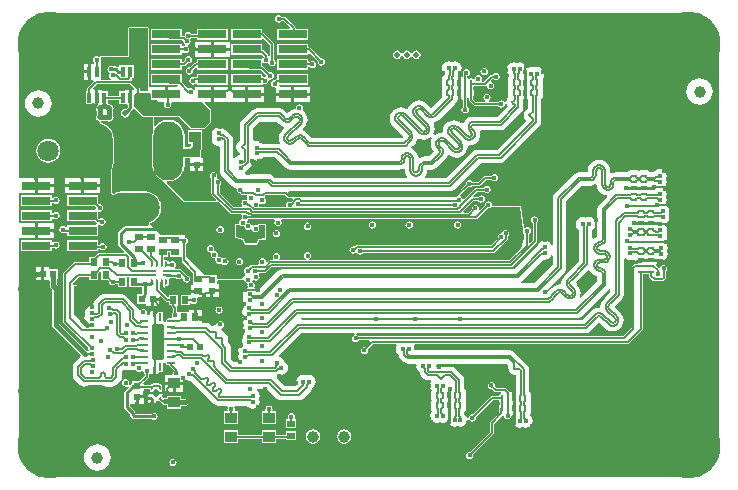
<source format=gbl>
G04*
G04 #@! TF.GenerationSoftware,Altium Limited,Altium Designer,20.0.13 (296)*
G04*
G04 Layer_Physical_Order=4*
G04 Layer_Color=16711680*
%FSLAX44Y44*%
%MOMM*%
G71*
G01*
G75*
%ADD18C,0.2540*%
%ADD20R,1.0000X0.9000*%
%ADD25R,0.5500X0.6500*%
%ADD58C,0.1270*%
%ADD59C,1.0000*%
%ADD60C,0.1778*%
%ADD61C,0.1580*%
%ADD64C,0.3810*%
%ADD65C,0.2032*%
%ADD67C,0.1524*%
%ADD68C,0.5080*%
%ADD69C,1.3680*%
%ADD70R,1.3680X1.3680*%
%ADD72C,5.5000*%
%ADD73O,1.9000X1.1000*%
%ADD74O,2.4000X1.1000*%
%ADD75C,1.8000*%
%ADD76O,2.5000X4.5000*%
%ADD77O,2.5000X5.0000*%
%ADD78O,4.5000X2.5000*%
%ADD79C,0.4064*%
%ADD80C,0.5080*%
%ADD82C,2.7000*%
%ADD84R,0.3500X0.8500*%
%ADD85R,0.6200X0.6200*%
G04:AMPARAMS|DCode=86|XSize=0.2mm|YSize=0.565mm|CornerRadius=0.05mm|HoleSize=0mm|Usage=FLASHONLY|Rotation=270.000|XOffset=0mm|YOffset=0mm|HoleType=Round|Shape=RoundedRectangle|*
%AMROUNDEDRECTD86*
21,1,0.2000,0.4650,0,0,270.0*
21,1,0.1000,0.5650,0,0,270.0*
1,1,0.1000,-0.2325,-0.0500*
1,1,0.1000,-0.2325,0.0500*
1,1,0.1000,0.2325,0.0500*
1,1,0.1000,0.2325,-0.0500*
%
%ADD86ROUNDEDRECTD86*%
G04:AMPARAMS|DCode=87|XSize=0.4mm|YSize=0.565mm|CornerRadius=0.05mm|HoleSize=0mm|Usage=FLASHONLY|Rotation=270.000|XOffset=0mm|YOffset=0mm|HoleType=Round|Shape=RoundedRectangle|*
%AMROUNDEDRECTD87*
21,1,0.4000,0.4650,0,0,270.0*
21,1,0.3000,0.5650,0,0,270.0*
1,1,0.1000,-0.2325,-0.1500*
1,1,0.1000,-0.2325,0.1500*
1,1,0.1000,0.2325,0.1500*
1,1,0.1000,0.2325,-0.1500*
%
%ADD87ROUNDEDRECTD87*%
G04:AMPARAMS|DCode=88|XSize=0.2mm|YSize=0.565mm|CornerRadius=0.05mm|HoleSize=0mm|Usage=FLASHONLY|Rotation=180.000|XOffset=0mm|YOffset=0mm|HoleType=Round|Shape=RoundedRectangle|*
%AMROUNDEDRECTD88*
21,1,0.2000,0.4650,0,0,180.0*
21,1,0.1000,0.5650,0,0,180.0*
1,1,0.1000,-0.0500,0.2325*
1,1,0.1000,0.0500,0.2325*
1,1,0.1000,0.0500,-0.2325*
1,1,0.1000,-0.0500,-0.2325*
%
%ADD88ROUNDEDRECTD88*%
G04:AMPARAMS|DCode=89|XSize=0.4mm|YSize=0.565mm|CornerRadius=0.05mm|HoleSize=0mm|Usage=FLASHONLY|Rotation=180.000|XOffset=0mm|YOffset=0mm|HoleType=Round|Shape=RoundedRectangle|*
%AMROUNDEDRECTD89*
21,1,0.4000,0.4650,0,0,180.0*
21,1,0.3000,0.5650,0,0,180.0*
1,1,0.1000,-0.1500,0.2325*
1,1,0.1000,0.1500,0.2325*
1,1,0.1000,0.1500,-0.2325*
1,1,0.1000,-0.1500,-0.2325*
%
%ADD89ROUNDEDRECTD89*%
%ADD90R,2.4000X0.7600*%
G04:AMPARAMS|DCode=91|XSize=0.2mm|YSize=0.5mm|CornerRadius=0.05mm|HoleSize=0mm|Usage=FLASHONLY|Rotation=0.000|XOffset=0mm|YOffset=0mm|HoleType=Round|Shape=RoundedRectangle|*
%AMROUNDEDRECTD91*
21,1,0.2000,0.4000,0,0,0.0*
21,1,0.1000,0.5000,0,0,0.0*
1,1,0.1000,0.0500,-0.2000*
1,1,0.1000,-0.0500,-0.2000*
1,1,0.1000,-0.0500,0.2000*
1,1,0.1000,0.0500,0.2000*
%
%ADD91ROUNDEDRECTD91*%
G04:AMPARAMS|DCode=92|XSize=0.2mm|YSize=0.7mm|CornerRadius=0.05mm|HoleSize=0mm|Usage=FLASHONLY|Rotation=90.000|XOffset=0mm|YOffset=0mm|HoleType=Round|Shape=RoundedRectangle|*
%AMROUNDEDRECTD92*
21,1,0.2000,0.6000,0,0,90.0*
21,1,0.1000,0.7000,0,0,90.0*
1,1,0.1000,0.3000,0.0500*
1,1,0.1000,0.3000,-0.0500*
1,1,0.1000,-0.3000,-0.0500*
1,1,0.1000,-0.3000,0.0500*
%
%ADD92ROUNDEDRECTD92*%
G04:AMPARAMS|DCode=93|XSize=0.25mm|YSize=0.6mm|CornerRadius=0.025mm|HoleSize=0mm|Usage=FLASHONLY|Rotation=90.000|XOffset=0mm|YOffset=0mm|HoleType=Round|Shape=RoundedRectangle|*
%AMROUNDEDRECTD93*
21,1,0.2500,0.5500,0,0,90.0*
21,1,0.2000,0.6000,0,0,90.0*
1,1,0.0500,0.2750,0.1000*
1,1,0.0500,0.2750,-0.1000*
1,1,0.0500,-0.2750,-0.1000*
1,1,0.0500,-0.2750,0.1000*
%
%ADD93ROUNDEDRECTD93*%
G04:AMPARAMS|DCode=94|XSize=0.25mm|YSize=0.6mm|CornerRadius=0.025mm|HoleSize=0mm|Usage=FLASHONLY|Rotation=180.000|XOffset=0mm|YOffset=0mm|HoleType=Round|Shape=RoundedRectangle|*
%AMROUNDEDRECTD94*
21,1,0.2500,0.5500,0,0,180.0*
21,1,0.2000,0.6000,0,0,180.0*
1,1,0.0500,-0.1000,0.2750*
1,1,0.0500,0.1000,0.2750*
1,1,0.0500,0.1000,-0.2750*
1,1,0.0500,-0.1000,-0.2750*
%
%ADD94ROUNDEDRECTD94*%
G04:AMPARAMS|DCode=95|XSize=1mm|YSize=3mm|CornerRadius=0.05mm|HoleSize=0mm|Usage=FLASHONLY|Rotation=180.000|XOffset=0mm|YOffset=0mm|HoleType=Round|Shape=RoundedRectangle|*
%AMROUNDEDRECTD95*
21,1,1.0000,2.9000,0,0,180.0*
21,1,0.9000,3.0000,0,0,180.0*
1,1,0.1000,-0.4500,1.4500*
1,1,0.1000,0.4500,1.4500*
1,1,0.1000,0.4500,-1.4500*
1,1,0.1000,-0.4500,-1.4500*
%
%ADD95ROUNDEDRECTD95*%
%ADD96R,0.1500X0.1500*%
%ADD97R,0.1500X0.1500*%
%ADD98P,0.6788X4X90.0*%
%ADD99R,0.6500X0.5500*%
%ADD100R,0.3600X0.3200*%
%ADD101R,0.6200X0.6200*%
%ADD102C,0.7000*%
G36*
X575106Y395669D02*
X578413Y394782D01*
X581575Y393473D01*
X584540Y391761D01*
X587256Y389677D01*
X589677Y387256D01*
X591761Y384540D01*
X593472Y381575D01*
X594783Y378413D01*
X595669Y375106D01*
X596115Y371712D01*
X596115Y370000D01*
Y30000D01*
Y28288D01*
X595669Y24894D01*
X594783Y21587D01*
X593473Y18425D01*
X591761Y15460D01*
X589677Y12744D01*
X587256Y10323D01*
X584540Y8239D01*
X581575Y6528D01*
X578413Y5217D01*
X575106Y4331D01*
X571712Y3884D01*
X28288D01*
X24894Y4331D01*
X21587Y5217D01*
X18425Y6528D01*
X15460Y8239D01*
X12744Y10323D01*
X10323Y12744D01*
X8239Y15460D01*
X6528Y18425D01*
X5217Y21587D01*
X4331Y24894D01*
X3884Y28288D01*
Y30000D01*
Y204721D01*
X3960Y205960D01*
X5155Y205960D01*
X17230D01*
Y212300D01*
Y218640D01*
X5155D01*
X3960Y218640D01*
X3884Y219879D01*
Y242821D01*
X3960Y244060D01*
X5155Y244060D01*
X17230D01*
Y250400D01*
Y256740D01*
X5155D01*
X3960Y256740D01*
X3884Y257979D01*
Y370000D01*
Y371712D01*
X4331Y375106D01*
X5217Y378413D01*
X6528Y381575D01*
X8239Y384540D01*
X10323Y387256D01*
X12744Y389677D01*
X15460Y391761D01*
X18425Y393472D01*
X21587Y394783D01*
X24894Y395669D01*
X28288Y396115D01*
X30000Y396115D01*
X570000Y396115D01*
X571712D01*
X575106Y395669D01*
D02*
G37*
%LPC*%
G36*
X180516Y383216D02*
X154484D01*
Y379043D01*
X149368D01*
X149024Y379557D01*
X148016Y380230D01*
X146827Y380467D01*
X145638Y380230D01*
X144629Y379557D01*
X143956Y378549D01*
X143862Y378076D01*
X143355Y377226D01*
X142786Y377018D01*
X141516Y377597D01*
Y383216D01*
X115484D01*
Y373584D01*
X131502D01*
X131665Y373552D01*
X141962D01*
X142903Y372459D01*
X142892Y372406D01*
X143129Y371217D01*
X143802Y370209D01*
X144131Y369989D01*
X143872Y368689D01*
X143740Y368617D01*
X143511Y368571D01*
X142860Y368136D01*
X142776Y368091D01*
X141799Y368433D01*
X141516Y368649D01*
Y370516D01*
X115484D01*
Y360884D01*
X141516D01*
Y362751D01*
X141799Y362966D01*
X142786Y363313D01*
X143511Y362829D01*
X144700Y362592D01*
X145889Y362829D01*
X146897Y363503D01*
X147571Y364511D01*
X147808Y365700D01*
X147571Y366889D01*
X146897Y367897D01*
X146569Y368117D01*
X146837Y369465D01*
X147189Y369535D01*
X148197Y370209D01*
X148871Y371217D01*
X149108Y372406D01*
X148871Y373596D01*
X149024Y375162D01*
X149368Y375676D01*
X154484D01*
Y373584D01*
X180516D01*
Y383216D01*
D02*
G37*
G36*
X223500Y394607D02*
X222311Y394370D01*
X221303Y393697D01*
X220629Y392688D01*
X220392Y391499D01*
X220629Y390310D01*
X221303Y389302D01*
X222311Y388628D01*
X223500Y388391D01*
X224689Y388628D01*
X225697Y389302D01*
X226041Y389816D01*
X227616D01*
X233042Y384389D01*
X232556Y383216D01*
X222484D01*
Y373584D01*
X248516D01*
Y383216D01*
X238134D01*
Y383361D01*
X238006Y384005D01*
X237641Y384551D01*
X229503Y392690D01*
X228957Y393054D01*
X228313Y393182D01*
X226041D01*
X225697Y393697D01*
X224689Y394370D01*
X223500Y394607D01*
D02*
G37*
G36*
X182040Y372040D02*
X168770D01*
Y366970D01*
X182040D01*
Y372040D01*
D02*
G37*
G36*
X166230D02*
X152960D01*
Y366970D01*
X166230D01*
Y372040D01*
D02*
G37*
G36*
X340019Y364915D02*
X338632Y364639D01*
X337455Y363853D01*
X336669Y362677D01*
X336663Y362644D01*
X335368D01*
X335361Y362677D01*
X334575Y363853D01*
X333399Y364639D01*
X332011Y364915D01*
X330624Y364639D01*
X329448Y363853D01*
X328662Y362677D01*
X328655Y362644D01*
X327360D01*
X327354Y362677D01*
X326568Y363853D01*
X325392Y364639D01*
X324004Y364915D01*
X322617Y364639D01*
X321440Y363853D01*
X320654Y362677D01*
X320378Y361289D01*
X320654Y359902D01*
X321440Y358726D01*
X322617Y357940D01*
X324004Y357664D01*
X325392Y357940D01*
X326568Y358726D01*
X327354Y359902D01*
X327360Y359935D01*
X328655D01*
X328662Y359902D01*
X329448Y358726D01*
X330624Y357940D01*
X332011Y357664D01*
X333399Y357940D01*
X334575Y358726D01*
X335361Y359902D01*
X335368Y359935D01*
X336663D01*
X336669Y359902D01*
X337455Y358726D01*
X338632Y357940D01*
X340019Y357664D01*
X341406Y357940D01*
X342583Y358726D01*
X343369Y359902D01*
X343645Y361289D01*
X343369Y362677D01*
X342583Y363853D01*
X341406Y364639D01*
X340019Y364915D01*
D02*
G37*
G36*
X209516Y383216D02*
X183484D01*
Y373584D01*
X209516D01*
Y374544D01*
X210689Y375030D01*
X216316Y369403D01*
Y360831D01*
X215652Y360220D01*
X215046Y360066D01*
X214729Y360355D01*
X214666Y360484D01*
X214555Y361041D01*
X214190Y361587D01*
X210851Y364926D01*
X210305Y365291D01*
X209661Y365419D01*
X209516D01*
Y370516D01*
X183484D01*
Y360884D01*
X209516D01*
X210603Y360057D01*
X210802Y359198D01*
X210439Y358654D01*
X209817Y358089D01*
X208967Y357816D01*
X208760D01*
X183484D01*
Y348184D01*
X209018D01*
X212877Y344325D01*
X212829Y343110D01*
X211781Y342234D01*
X211694Y342252D01*
X210786Y342071D01*
X209516Y342766D01*
Y345116D01*
X183484D01*
Y335484D01*
X209516D01*
Y335522D01*
X210786Y336217D01*
X211694Y336036D01*
X212883Y336273D01*
X213891Y336946D01*
X214565Y337954D01*
X214801Y339144D01*
X214788Y339211D01*
X215877Y340247D01*
X216316Y340159D01*
X217505Y340396D01*
X218513Y341070D01*
X219187Y342078D01*
X219423Y343267D01*
X219187Y344456D01*
X218513Y345465D01*
X217505Y346138D01*
X216316Y346375D01*
X215709Y346254D01*
X210709Y351255D01*
X210163Y351620D01*
X209519Y351748D01*
X209516D01*
Y354442D01*
X210786Y354827D01*
X210802Y354803D01*
X211811Y354129D01*
X213000Y353892D01*
X213785Y354049D01*
X214189Y354129D01*
X215128Y353310D01*
X215802Y352302D01*
X216810Y351628D01*
X218000Y351392D01*
X219189Y351628D01*
X220197Y352302D01*
X220871Y353310D01*
X221107Y354499D01*
X220871Y355689D01*
X220197Y356697D01*
X219683Y357040D01*
Y370100D01*
X219555Y370745D01*
X219190Y371291D01*
X210890Y379590D01*
X210344Y379955D01*
X209700Y380083D01*
X209516D01*
Y383216D01*
D02*
G37*
G36*
X112924Y384524D02*
X97076D01*
X96299Y384201D01*
X95976Y383424D01*
Y360100D01*
X73500D01*
X72722Y359778D01*
X72719Y359776D01*
X71235Y359506D01*
X70689Y359871D01*
X69500Y360108D01*
X68311Y359871D01*
X67302Y359198D01*
X66629Y358189D01*
X66392Y357000D01*
X66629Y355811D01*
X67262Y354863D01*
X67193Y354522D01*
X66827Y353592D01*
X64270D01*
Y346802D01*
Y340013D01*
X66114D01*
X66589Y340013D01*
X67393Y338941D01*
X67356Y338658D01*
X61810Y333112D01*
X61445Y332566D01*
X61317Y331922D01*
Y330069D01*
X60234D01*
Y319536D01*
X65210D01*
Y318013D01*
X68559D01*
X69260Y316742D01*
X69042Y315650D01*
X69318Y314263D01*
X69690Y313707D01*
Y310094D01*
X69318Y309538D01*
X69042Y308150D01*
X69318Y306763D01*
X70104Y305586D01*
X71281Y304801D01*
X72400Y304578D01*
Y303205D01*
X72536Y302878D01*
X72628Y302535D01*
X72693Y302497D01*
X72722Y302427D01*
X73050Y302292D01*
X73356Y302115D01*
X73491Y302097D01*
X76512Y300846D01*
X79105Y298855D01*
X81096Y296262D01*
X82347Y293241D01*
X82783Y289928D01*
Y270072D01*
X82347Y266759D01*
X81734Y265280D01*
Y265061D01*
X81650Y264859D01*
Y244256D01*
X81692Y244156D01*
X81670Y244050D01*
X81848Y243778D01*
X81972Y243478D01*
X82072Y243437D01*
X82132Y243346D01*
X83125Y242671D01*
X83239Y242647D01*
X83322Y242565D01*
X83639D01*
X83949Y242500D01*
X84047Y242565D01*
X84164D01*
X87259Y243847D01*
X90572Y244283D01*
X110428D01*
X113741Y243847D01*
X116762Y242596D01*
X119355Y240605D01*
X121346Y238012D01*
X122597Y234991D01*
X123023Y231750D01*
X122597Y228509D01*
X121346Y225488D01*
X119355Y222895D01*
X116762Y220904D01*
X114389Y219921D01*
X114316Y219849D01*
X114214Y219830D01*
X114026Y219559D01*
X113793Y219326D01*
Y219223D01*
X113735Y219138D01*
X113410Y217642D01*
X113418Y217601D01*
X113419Y217508D01*
X113386Y217432D01*
X112831Y216607D01*
X112481Y216335D01*
X112469Y216331D01*
X94000D01*
X93108Y216153D01*
X92352Y215648D01*
X88352Y211648D01*
X87847Y210892D01*
X87669Y210000D01*
Y201000D01*
X87847Y200108D01*
X88352Y199352D01*
X92849Y194854D01*
X92323Y193584D01*
X71401D01*
X70757Y193456D01*
X70211Y193091D01*
X67387Y190268D01*
X67386Y190266D01*
X63234D01*
Y186068D01*
X51385D01*
X50741Y185940D01*
X50195Y185575D01*
X41524Y176904D01*
X41159Y176358D01*
X41031Y175714D01*
Y135086D01*
X41159Y134442D01*
X41524Y133896D01*
X62291Y113128D01*
X62170Y112522D01*
X62407Y111333D01*
X62684Y110917D01*
X62746Y110754D01*
X62486Y110354D01*
X61001Y110211D01*
X37776Y133436D01*
Y162671D01*
X37906Y163322D01*
X37669Y164511D01*
X36995Y165520D01*
X36555Y165814D01*
X35672Y166697D01*
Y171652D01*
X36810D01*
Y179884D01*
X29334D01*
Y181408D01*
X24964D01*
Y175768D01*
Y170128D01*
X29334D01*
X29716Y169016D01*
Y165463D01*
X29943Y164323D01*
X30588Y163357D01*
X31820Y162125D01*
Y132202D01*
X32046Y131062D01*
X32692Y130096D01*
X55894Y106894D01*
X55769Y105630D01*
X55302Y105318D01*
X50431Y100448D01*
X49415Y98926D01*
X49058Y97131D01*
Y89646D01*
X49415Y87851D01*
X50431Y86330D01*
X55298Y81463D01*
X56820Y80446D01*
X58615Y80089D01*
X82443D01*
X84237Y80446D01*
X85759Y81463D01*
X89479Y85183D01*
X90496Y86705D01*
X90853Y88499D01*
Y93081D01*
X91611Y93839D01*
X102719D01*
X103077Y93303D01*
X104086Y92629D01*
X105275Y92393D01*
X106464Y92629D01*
X107472Y93303D01*
X107736Y93698D01*
X108933Y93202D01*
X108892Y93000D01*
X109129Y91811D01*
X109803Y90802D01*
X110025Y90654D01*
X110102Y89366D01*
X105252Y84516D01*
X99584D01*
Y82569D01*
X99508Y82553D01*
X98752Y82048D01*
X97460Y80757D01*
X96474Y81566D01*
X96608Y81766D01*
X96871Y82161D01*
X97108Y83350D01*
X96871Y84539D01*
X96198Y85548D01*
X95189Y86221D01*
X94000Y86458D01*
X92811Y86221D01*
X91803Y85548D01*
X91129Y84539D01*
X90892Y83350D01*
X91129Y82161D01*
X91803Y81152D01*
X92811Y80479D01*
X94000Y80242D01*
X95189Y80479D01*
X95584Y80742D01*
X95784Y80876D01*
X96594Y79890D01*
X93352Y76648D01*
X92847Y75892D01*
X92669Y75000D01*
Y63000D01*
X92847Y62108D01*
X93352Y61352D01*
X97612Y57092D01*
Y56350D01*
X97790Y55458D01*
X98295Y54702D01*
X99645Y53352D01*
X100401Y52847D01*
X101293Y52669D01*
X116002D01*
X116811Y52129D01*
X118000Y51892D01*
X119189Y52129D01*
X120197Y52803D01*
X120871Y53811D01*
X121108Y55000D01*
X120871Y56189D01*
X120197Y57197D01*
X119189Y57871D01*
X118000Y58108D01*
X116811Y57871D01*
X116002Y57331D01*
X102274D01*
Y58057D01*
X102096Y58949D01*
X101591Y59705D01*
X97331Y63966D01*
Y64792D01*
X98060Y65760D01*
X102430D01*
Y71400D01*
X103700D01*
Y72670D01*
X109340D01*
Y77040D01*
X109340D01*
X109637Y78187D01*
X114300D01*
Y77400D01*
X114568Y76754D01*
X112714Y74900D01*
X113524Y74090D01*
X113110Y73090D01*
X113110D01*
Y71070D01*
X115400D01*
Y72400D01*
X115700D01*
X117500Y70600D01*
Y69800D01*
X117670D01*
Y66510D01*
X119690D01*
Y66718D01*
X119700Y67914D01*
X120928Y68016D01*
X121123Y68022D01*
X121900Y67700D01*
X122719D01*
X123929Y66490D01*
X124475Y66125D01*
X125111Y65999D01*
X125394Y65575D01*
X126360Y64929D01*
X127500Y64702D01*
X128984D01*
Y61484D01*
X141016D01*
Y64022D01*
X143349D01*
X144000Y63892D01*
X145189Y64129D01*
X146198Y64802D01*
X146871Y65811D01*
X147108Y67000D01*
X146871Y68189D01*
X146198Y69198D01*
X145189Y69871D01*
X144000Y70108D01*
X143349Y69978D01*
X141016D01*
Y72516D01*
X128984D01*
Y70659D01*
X127500D01*
X126360Y70432D01*
X125100Y71117D01*
Y72400D01*
X124832Y73046D01*
X126686Y74900D01*
X124832Y76754D01*
X125100Y77400D01*
Y81000D01*
X124778Y81778D01*
X124000Y82100D01*
X123464D01*
X123282Y82282D01*
X122694Y82675D01*
X122000Y82813D01*
X117400D01*
X116706Y82675D01*
X116118Y82282D01*
X115936Y82100D01*
X115400D01*
X114707Y81813D01*
X109473D01*
X108947Y83083D01*
X113282Y87418D01*
X113675Y88006D01*
X113813Y88700D01*
Y90546D01*
X114198Y90802D01*
X114392Y91094D01*
X115326Y91643D01*
X116004Y91394D01*
X116412Y91122D01*
X117230Y90959D01*
Y96500D01*
X119770D01*
Y90959D01*
X120589Y91122D01*
X121512Y91739D01*
X122061Y92562D01*
X122500Y92380D01*
X124500D01*
X125469Y92781D01*
X125870Y93750D01*
Y99250D01*
X126672Y100634D01*
X126686Y100637D01*
X127274Y101029D01*
X128380Y100422D01*
Y99500D01*
X128781Y98531D01*
X129750Y98130D01*
X130890D01*
X130945Y97855D01*
X131310Y97309D01*
X134820Y93799D01*
X134803Y93622D01*
X134129Y92614D01*
X133892Y91425D01*
X133915Y91310D01*
X132873Y90040D01*
X127460D01*
Y84270D01*
X135000D01*
X142540D01*
Y86623D01*
X143810Y86946D01*
X145607Y85746D01*
X147886Y85292D01*
X148476Y85410D01*
X168668Y65218D01*
X170222Y64180D01*
X172056Y63815D01*
X179912D01*
X180591Y62545D01*
X180455Y62341D01*
X180218Y61152D01*
X180348Y60498D01*
X179535Y59228D01*
X177310D01*
Y48196D01*
X189342D01*
Y59228D01*
X187117D01*
X186304Y60498D01*
X186434Y61152D01*
X186197Y62341D01*
X186061Y62545D01*
X186740Y63815D01*
X197115D01*
X197450Y63315D01*
X199382Y62024D01*
X201662Y61570D01*
X203941Y62024D01*
X205873Y63315D01*
X207165Y65247D01*
X207618Y67526D01*
X207165Y69806D01*
X207033Y70003D01*
X207165Y70200D01*
X207618Y72480D01*
X207165Y74759D01*
X205873Y76691D01*
X205209Y77135D01*
X205595Y78405D01*
X213520D01*
X221206Y70718D01*
X221207Y70718D01*
X222025Y69900D01*
X223579Y68861D01*
X225413Y68497D01*
X240433D01*
X242266Y68861D01*
X243821Y69900D01*
X250511Y76590D01*
X251550Y78145D01*
X251728Y79042D01*
X253369Y80138D01*
X254660Y82071D01*
X255114Y84350D01*
X254660Y86629D01*
X253369Y88562D01*
X251437Y89853D01*
X249157Y90307D01*
X246878Y89853D01*
X246681Y89721D01*
X246484Y89853D01*
X244204Y90307D01*
X241925Y89853D01*
X239992Y88562D01*
X238701Y86629D01*
X238248Y84350D01*
X238666Y82248D01*
X237291Y80873D01*
X228554D01*
X222047Y87381D01*
X222465Y88759D01*
X223095Y88884D01*
X224650Y89923D01*
X225119Y90392D01*
X225784Y90260D01*
X228063Y90713D01*
X229996Y92004D01*
X231287Y93937D01*
X231740Y96216D01*
X231287Y98496D01*
X229996Y100428D01*
X228063Y101719D01*
X227756Y101780D01*
X227695Y102088D01*
X226404Y104020D01*
X224471Y105311D01*
X224061Y105393D01*
X223692Y106608D01*
X242346Y125262D01*
X287092D01*
X288070Y124558D01*
X288070Y124558D01*
X288070D01*
X288126Y123992D01*
X288068Y123980D01*
X287519Y123871D01*
X286511Y123197D01*
X285837Y122189D01*
X285600Y121000D01*
X285837Y119811D01*
X286511Y118803D01*
X287519Y118129D01*
X288708Y117892D01*
X289897Y118129D01*
X290905Y118803D01*
X291249Y119317D01*
X300140D01*
X300666Y118047D01*
X296607Y113987D01*
X296000Y114108D01*
X294811Y113871D01*
X293803Y113197D01*
X293129Y112189D01*
X292892Y111000D01*
X293129Y109811D01*
X293803Y108802D01*
X294811Y108129D01*
X296000Y107892D01*
X297189Y108129D01*
X298197Y108802D01*
X298871Y109811D01*
X299108Y111000D01*
X298987Y111607D01*
X303697Y116317D01*
X323134D01*
X323813Y115047D01*
X323134Y114030D01*
X322680Y111750D01*
X323134Y109471D01*
X324425Y107538D01*
X325502Y106819D01*
Y106767D01*
X325846Y105033D01*
X326829Y103562D01*
X329631Y100760D01*
X329631Y100760D01*
X331102Y99777D01*
X332836Y99432D01*
X339637D01*
X340443Y98451D01*
X340212Y97291D01*
X340666Y95012D01*
X341957Y93080D01*
X342971Y92402D01*
X343315Y90673D01*
X344298Y89203D01*
X346491Y87009D01*
X346491Y87009D01*
X347962Y86027D01*
X349696Y85682D01*
X349696Y85682D01*
X352277D01*
X352944Y84412D01*
X352020Y83029D01*
X351567Y80750D01*
X352020Y78471D01*
X353057Y76920D01*
X352940Y76745D01*
X352606Y75063D01*
Y70413D01*
X352940Y68732D01*
X353053Y68563D01*
X352940Y68395D01*
X352606Y66713D01*
Y62063D01*
X352940Y60382D01*
X353457Y59608D01*
X352235Y57779D01*
X351782Y55500D01*
X352235Y53221D01*
X353527Y51288D01*
X355459Y49997D01*
X357738Y49543D01*
X360018Y49997D01*
X360215Y50129D01*
X360412Y49997D01*
X362691Y49543D01*
X364971Y49997D01*
X365802Y50552D01*
X366975Y50066D01*
X367020Y49837D01*
X368312Y47904D01*
X370244Y46613D01*
X372523Y46160D01*
X374803Y46613D01*
X375000Y46745D01*
X375197Y46613D01*
X377477Y46160D01*
X379756Y46613D01*
X381688Y47904D01*
X382980Y49837D01*
X383259Y51241D01*
X383803Y52329D01*
X383803Y52329D01*
Y52329D01*
X384629Y52523D01*
X385303Y51515D01*
X386311Y50841D01*
X387500Y50604D01*
X388689Y50841D01*
X389697Y51515D01*
X390371Y52523D01*
X390608Y53712D01*
X390487Y54318D01*
X404898Y68730D01*
X410359D01*
Y68088D01*
X410817Y66984D01*
Y65493D01*
X410359Y64388D01*
Y59738D01*
X410452Y59515D01*
Y58098D01*
X403025Y50671D01*
X402660Y50125D01*
X402532Y49480D01*
Y41674D01*
X385844Y24987D01*
X385238Y25108D01*
X384049Y24871D01*
X383041Y24197D01*
X382367Y23189D01*
X382130Y22000D01*
X382367Y20811D01*
X383041Y19803D01*
X384049Y19129D01*
X385238Y18892D01*
X386427Y19129D01*
X387435Y19803D01*
X388109Y20811D01*
X388346Y22000D01*
X388225Y22606D01*
X405405Y39787D01*
X405770Y40333D01*
X405898Y40977D01*
Y48783D01*
X413230Y56115D01*
X413368Y56099D01*
X414392Y55448D01*
X414629Y54259D01*
X415303Y53250D01*
X416311Y52577D01*
X417500Y52340D01*
X418689Y52577D01*
X419697Y53250D01*
X420371Y54259D01*
X420603Y55423D01*
X420613Y55464D01*
X420662Y55612D01*
X421666Y56639D01*
X423010D01*
X423379Y55641D01*
X423433Y55369D01*
X422172Y53482D01*
X421718Y51203D01*
X422172Y48923D01*
X423463Y46991D01*
X425396Y45699D01*
X427675Y45246D01*
X429954Y45699D01*
X430215Y45873D01*
X430476Y45699D01*
X432755Y45246D01*
X435034Y45699D01*
X436967Y46991D01*
X438258Y48923D01*
X438711Y51203D01*
X438258Y53482D01*
X436967Y55414D01*
X436770Y55546D01*
X436107Y56631D01*
X437060Y58057D01*
X437394Y59738D01*
Y64388D01*
X437060Y66070D01*
X436947Y66238D01*
X437060Y66406D01*
X437394Y68088D01*
Y72738D01*
X437060Y74420D01*
X436107Y75845D01*
X435675Y76134D01*
Y94702D01*
X435330Y96436D01*
X434348Y97907D01*
X422799Y109455D01*
X421329Y110438D01*
X419594Y110783D01*
X340467D01*
X339673Y111750D01*
X339220Y114030D01*
X338540Y115047D01*
X339219Y116317D01*
X519334D01*
X519979Y116445D01*
X520525Y116810D01*
X531515Y127800D01*
X531880Y128346D01*
X532008Y128990D01*
Y175453D01*
X532650D01*
X533755Y175911D01*
X535245D01*
X536350Y175453D01*
X536992D01*
Y174122D01*
X537120Y173478D01*
X537485Y172932D01*
X540607Y169810D01*
X541153Y169445D01*
X541797Y169317D01*
X548120D01*
X548764Y169445D01*
X549310Y169810D01*
X550607Y171107D01*
X550972Y171653D01*
X551100Y172297D01*
Y177777D01*
X551698Y178176D01*
X552371Y179184D01*
X552608Y180373D01*
X552371Y181563D01*
X551698Y182571D01*
X550689Y183244D01*
X549500Y183481D01*
X548311Y183244D01*
X547303Y182571D01*
X546629Y181563D01*
X546476Y180795D01*
X545334Y180304D01*
X545180Y180294D01*
X543110Y182364D01*
X543167Y183886D01*
X543192Y183902D01*
X543864Y184908D01*
X544100Y186094D01*
Y186132D01*
X545370Y186945D01*
X547116Y186598D01*
X549395Y187051D01*
X551328Y188342D01*
X552619Y190275D01*
X553073Y192554D01*
X552619Y194834D01*
X552445Y195094D01*
X552619Y195355D01*
X553073Y197634D01*
X552619Y199914D01*
X551328Y201846D01*
X550820Y202185D01*
Y203312D01*
X552111Y205244D01*
X552565Y207523D01*
X552111Y209803D01*
X551979Y210000D01*
X552111Y210197D01*
X552565Y212477D01*
X552111Y214756D01*
X550820Y216688D01*
X550686Y216778D01*
X551016Y218085D01*
X552852Y219312D01*
X554143Y221244D01*
X554596Y223524D01*
X554143Y225803D01*
X554011Y226000D01*
X554143Y226197D01*
X554596Y228477D01*
X554143Y230756D01*
X552852Y232688D01*
X551497Y233594D01*
X550930Y234031D01*
X551173Y235221D01*
X551857Y236244D01*
X552310Y238524D01*
X551857Y240803D01*
X551725Y241000D01*
X551857Y241197D01*
X552310Y243477D01*
X551857Y245756D01*
X550566Y247688D01*
X550302Y247865D01*
Y249135D01*
X550566Y249312D01*
X551857Y251244D01*
X552310Y253524D01*
X551857Y255803D01*
X551725Y256000D01*
X551857Y256197D01*
X552310Y258477D01*
X551857Y260756D01*
X550566Y262688D01*
X548633Y263980D01*
X546354Y264433D01*
X544075Y263980D01*
X542142Y262688D01*
X541910Y262341D01*
X540847Y262129D01*
X540167Y261675D01*
X538396D01*
X538107Y262107D01*
X536682Y263060D01*
X535000Y263394D01*
X530350D01*
X528668Y263060D01*
X528500Y262948D01*
X528332Y263060D01*
X526650Y263394D01*
X522000D01*
X520318Y263060D01*
X518893Y262107D01*
X518604Y261675D01*
X509524D01*
X509419Y261654D01*
X507104Y261349D01*
X505420Y260652D01*
X504150Y261376D01*
Y263081D01*
X504129Y263186D01*
X503825Y265501D01*
X502890Y267757D01*
X501404Y269693D01*
X499468Y271179D01*
X497212Y272113D01*
X494792Y272432D01*
X492372Y272113D01*
X490117Y271179D01*
X488180Y269693D01*
X486694Y267757D01*
X485760Y265501D01*
X485455Y263186D01*
X485434Y263081D01*
Y261675D01*
X477684D01*
X475950Y261330D01*
X474479Y260348D01*
X474479Y260348D01*
X457043Y242912D01*
X456061Y241441D01*
X455716Y239707D01*
Y199770D01*
X454446Y199645D01*
X454321Y200272D01*
X453030Y202205D01*
X451097Y203496D01*
X448818Y203950D01*
X446539Y203496D01*
X444606Y202205D01*
X443315Y200272D01*
X443132Y199351D01*
X423226Y179446D01*
X225968D01*
X225968Y179446D01*
X224233Y179101D01*
X222763Y178118D01*
X206320Y161675D01*
X204025D01*
X203348Y162688D01*
X203120Y162841D01*
X202916Y164504D01*
X203121Y164810D01*
X203357Y166000D01*
X203121Y167189D01*
X202447Y168197D01*
X201439Y168871D01*
X201261Y169245D01*
X201378Y169725D01*
X202690Y170376D01*
X203060Y170128D01*
X204250Y169892D01*
X205439Y170128D01*
X206447Y170802D01*
X207121Y171810D01*
X207357Y173000D01*
X207121Y174189D01*
X206548Y175046D01*
X206720Y175697D01*
X207058Y176316D01*
X212000D01*
X212644Y176444D01*
X213190Y176809D01*
X217728Y181348D01*
X409579D01*
X409579Y181348D01*
X420264D01*
X420908Y181476D01*
X421454Y181841D01*
X441626Y202013D01*
X441991Y202559D01*
X442119Y203203D01*
Y218693D01*
X442634Y219037D01*
X443307Y220045D01*
X443544Y221234D01*
X443307Y222423D01*
X442634Y223431D01*
X441625Y224105D01*
X440436Y224342D01*
X439247Y224105D01*
X438238Y223431D01*
X437565Y222423D01*
X437328Y221234D01*
X437565Y220045D01*
X438238Y219037D01*
X438753Y218693D01*
Y203900D01*
X436318Y201465D01*
X435145Y201952D01*
Y209193D01*
X435275Y209219D01*
X436283Y209893D01*
X436957Y210901D01*
X437194Y212090D01*
X436957Y213279D01*
X436283Y214287D01*
X435275Y214961D01*
X434086Y215198D01*
X432897Y214961D01*
X432391Y214623D01*
X431052Y215147D01*
X429092Y232126D01*
X428916Y232443D01*
X428778Y232778D01*
X428716Y232803D01*
X428683Y232862D01*
X428335Y232961D01*
X428000Y233100D01*
X404847D01*
X404108Y234000D01*
X403871Y235189D01*
X403198Y236197D01*
X402189Y236871D01*
X401000Y237108D01*
X399811Y236871D01*
X398802Y236197D01*
X398129Y235189D01*
X397892Y234000D01*
X398013Y233393D01*
X393985Y229365D01*
X392930Y230107D01*
X393108Y231000D01*
X392871Y232189D01*
X392197Y233197D01*
X391189Y233871D01*
X390000Y234108D01*
X388811Y233871D01*
X387803Y233197D01*
X387129Y232189D01*
X386892Y231000D01*
X387013Y230394D01*
X384048Y227428D01*
X380468D01*
X379982Y228602D01*
X388697Y237317D01*
X392459D01*
X392803Y236803D01*
X393811Y236129D01*
X395000Y235892D01*
X396189Y236129D01*
X397197Y236803D01*
X397871Y237811D01*
X398108Y239000D01*
X397871Y240189D01*
X397197Y241197D01*
X396189Y241871D01*
X395000Y242108D01*
X393811Y241871D01*
X392803Y241197D01*
X392459Y240683D01*
X388860D01*
X388334Y241953D01*
X391697Y245317D01*
X397459D01*
X397803Y244802D01*
X398811Y244129D01*
X400000Y243892D01*
X401189Y244129D01*
X402197Y244802D01*
X402871Y245811D01*
X403108Y247000D01*
X402871Y248189D01*
X402197Y249198D01*
X401189Y249871D01*
X400000Y250108D01*
X398811Y249871D01*
X397803Y249198D01*
X397459Y248683D01*
X391000D01*
X390356Y248555D01*
X389810Y248190D01*
X380413Y238794D01*
X379035Y239212D01*
X379030Y239241D01*
X378356Y240249D01*
X377798Y240622D01*
X377474Y242094D01*
X384394Y249013D01*
X385000Y248892D01*
X386189Y249129D01*
X387197Y249802D01*
X387541Y250317D01*
X393478D01*
X394122Y250445D01*
X394668Y250810D01*
X399175Y255317D01*
X403459D01*
X403802Y254802D01*
X404811Y254129D01*
X406000Y253892D01*
X407189Y254129D01*
X408198Y254802D01*
X408871Y255811D01*
X409108Y257000D01*
X408871Y258189D01*
X408198Y259198D01*
X407189Y259871D01*
X406000Y260108D01*
X404811Y259871D01*
X403802Y259198D01*
X403459Y258683D01*
X398478D01*
X397834Y258555D01*
X397288Y258190D01*
X392781Y253683D01*
X387541D01*
X387197Y254198D01*
X386189Y254871D01*
X385000Y255108D01*
X383811Y254871D01*
X382803Y254198D01*
X382129Y253189D01*
X381892Y252000D01*
X382013Y251394D01*
X373419Y242800D01*
X232789D01*
X231455Y244134D01*
X231981Y245404D01*
X368485D01*
X370219Y245749D01*
X371690Y246731D01*
X394492Y269534D01*
X411411D01*
X413145Y269879D01*
X414616Y270861D01*
X444347Y300593D01*
X444348Y300593D01*
X445330Y302064D01*
X445675Y303798D01*
Y323248D01*
X446107Y323536D01*
X447060Y324962D01*
X447394Y326644D01*
Y331294D01*
X447060Y332976D01*
X446947Y333144D01*
X447060Y333312D01*
X447394Y334994D01*
Y339644D01*
X447067Y341287D01*
X447980Y342653D01*
X448433Y344932D01*
X447980Y347211D01*
X446688Y349144D01*
X444756Y350435D01*
X442477Y350888D01*
X440197Y350435D01*
X440000Y350303D01*
X439803Y350435D01*
X437523Y350888D01*
X435244Y350435D01*
X434343Y349833D01*
X433170Y350319D01*
X432980Y351275D01*
X431688Y353208D01*
X429756Y354499D01*
X427477Y354953D01*
X425197Y354499D01*
X425000Y354367D01*
X424803Y354499D01*
X422523Y354953D01*
X420244Y354499D01*
X418312Y353208D01*
X417020Y351275D01*
X416567Y348996D01*
X417020Y346717D01*
X418312Y344784D01*
X418776Y344474D01*
X418871Y343997D01*
X418893Y342751D01*
X417940Y341325D01*
X417606Y339644D01*
Y334994D01*
X417940Y333312D01*
X418052Y333144D01*
X417940Y332976D01*
X417606Y331294D01*
Y326644D01*
X417940Y324962D01*
X417940Y324962D01*
X416760Y323194D01*
X416316Y320964D01*
X416760Y318734D01*
X417557Y317540D01*
X408841Y308824D01*
X386588D01*
X384854Y308479D01*
X383383Y307497D01*
X383383Y307497D01*
X382493Y306606D01*
X382439Y306526D01*
X381008Y304661D01*
X380311Y302977D01*
X378901Y302591D01*
X378507Y302985D01*
X378503Y302987D01*
X378500Y302992D01*
X378169Y303323D01*
X378169Y303323D01*
X377294Y303908D01*
X376562Y304469D01*
X374306Y305403D01*
X371886Y305722D01*
X369466Y305403D01*
X367211Y304469D01*
X365274Y302983D01*
X363788Y301047D01*
X362854Y298791D01*
X362545Y296444D01*
X362436Y296053D01*
X361787Y295404D01*
X361396Y295295D01*
X359049Y294986D01*
X356794Y294052D01*
X355764Y293262D01*
X354555Y293789D01*
X354508Y293899D01*
X355401Y296053D01*
X355719Y298473D01*
X355401Y300894D01*
X354747Y302470D01*
X355206Y303708D01*
X355476Y303913D01*
X357501Y304751D01*
X359367Y306183D01*
X359447Y306236D01*
X371133Y317922D01*
X372000Y318765D01*
X372001D01*
X372022Y318780D01*
X372036Y318801D01*
X372918Y319708D01*
X373263Y320053D01*
X373264Y320053D01*
X373298Y320087D01*
X373298Y320087D01*
X374281Y321558D01*
X374615Y323241D01*
X375058Y323536D01*
X375063Y323544D01*
X375180D01*
Y323719D01*
X376011Y324962D01*
X376345Y326644D01*
Y328969D01*
X377720D01*
Y323544D01*
X377950D01*
X378497Y323653D01*
X379767Y322790D01*
Y317257D01*
X379253Y316914D01*
X378579Y315905D01*
X378343Y314716D01*
X378579Y313527D01*
X379253Y312519D01*
X380261Y311845D01*
X381450Y311609D01*
X382640Y311845D01*
X383648Y312519D01*
X384322Y313527D01*
X384558Y314716D01*
X384322Y315905D01*
X383648Y316914D01*
X383134Y317257D01*
Y324520D01*
X384404Y325022D01*
X384767Y324635D01*
Y322998D01*
X384895Y322354D01*
X385260Y321808D01*
X388810Y318258D01*
X389356Y317893D01*
X390000Y317765D01*
X409459D01*
X409803Y317251D01*
X410811Y316577D01*
X412000Y316341D01*
X413189Y316577D01*
X414198Y317251D01*
X414871Y318259D01*
X415108Y319448D01*
X414871Y320638D01*
X414198Y321646D01*
X413189Y322319D01*
X412000Y322556D01*
X410811Y322319D01*
X409803Y321646D01*
X409459Y321132D01*
X401983D01*
X401598Y322402D01*
X402197Y322802D01*
X402870Y323810D01*
X403107Y324999D01*
X402870Y326189D01*
X402197Y327197D01*
X401189Y327870D01*
X399999Y328107D01*
X398810Y327870D01*
X397802Y327197D01*
X397128Y326189D01*
X396892Y324999D01*
X397128Y323810D01*
X397802Y322802D01*
X398401Y322402D01*
X398016Y321132D01*
X390697D01*
X388134Y323695D01*
Y325539D01*
X388591Y326644D01*
Y331294D01*
X388134Y332398D01*
Y333889D01*
X388591Y334994D01*
Y335043D01*
X397991D01*
X398635Y335171D01*
X398658Y335186D01*
X398933Y335144D01*
X399958Y334610D01*
X399972Y334593D01*
X400128Y333810D01*
X400802Y332802D01*
X401810Y332128D01*
X402999Y331892D01*
X404188Y332128D01*
X405197Y332802D01*
X405870Y333810D01*
X406107Y334999D01*
X405870Y336189D01*
X405197Y337197D01*
X404188Y337870D01*
X403458Y338016D01*
X402960Y339233D01*
X402957Y339312D01*
X403879Y340233D01*
X405303Y340303D01*
X406311Y339629D01*
X407500Y339392D01*
X408689Y339629D01*
X409697Y340303D01*
X410371Y341311D01*
X410608Y342500D01*
X410371Y343689D01*
X409697Y344697D01*
X408689Y345371D01*
X407500Y345608D01*
X406311Y345371D01*
X405303Y344697D01*
X404959Y344183D01*
X403765D01*
X403121Y344055D01*
X402575Y343690D01*
X397294Y338409D01*
X396097D01*
X395383Y339589D01*
X395385Y339679D01*
X395608Y340798D01*
X395371Y341987D01*
X394697Y342995D01*
X393689Y343669D01*
X392500Y343906D01*
X391311Y343669D01*
X390303Y342995D01*
X389629Y341987D01*
X389423Y340954D01*
X389342Y340916D01*
X388111Y340804D01*
X386950Y341285D01*
X385950D01*
X384790Y340804D01*
X383573Y341184D01*
X383134Y341653D01*
Y342948D01*
X383689Y343058D01*
X384697Y343732D01*
X385371Y344740D01*
X385608Y345929D01*
X385371Y347119D01*
X384697Y348127D01*
X383689Y348801D01*
X382500Y349037D01*
X381311Y348801D01*
X380303Y348127D01*
X379629Y347119D01*
X379392Y345929D01*
X379629Y344740D01*
X379830Y344439D01*
X379767Y344124D01*
Y343497D01*
X378497Y342635D01*
X377950Y342743D01*
X375966D01*
X375675Y343098D01*
X375675Y343099D01*
Y344719D01*
X376688Y345396D01*
X377980Y347328D01*
X378433Y349608D01*
X377980Y351887D01*
X376688Y353820D01*
X374756Y355111D01*
X372477Y355564D01*
X370197Y355111D01*
X370000Y354979D01*
X369803Y355111D01*
X367523Y355564D01*
X365244Y355111D01*
X363312Y353820D01*
X362020Y351887D01*
X361567Y349608D01*
X362020Y347328D01*
X363312Y345396D01*
X363833Y345048D01*
X363620Y344730D01*
X363285Y343047D01*
X362843Y342751D01*
X361890Y341325D01*
X361556Y339644D01*
Y334994D01*
X361890Y333312D01*
X362003Y333144D01*
X361890Y332976D01*
X361556Y331294D01*
Y326644D01*
X361890Y324962D01*
X361983Y324824D01*
X352826Y315667D01*
X348872Y319621D01*
X348872Y319638D01*
X348865Y319648D01*
X348840Y319658D01*
X348756Y319711D01*
X347902Y320367D01*
X346884Y321148D01*
X344629Y322082D01*
X342208Y322401D01*
X339788Y322082D01*
X337533Y321148D01*
X335596Y319662D01*
X334110Y317726D01*
X333333Y315849D01*
X333269Y315775D01*
X332336Y315393D01*
X331879Y315351D01*
X331739Y315459D01*
X329484Y316393D01*
X327063Y316712D01*
X324643Y316393D01*
X322388Y315459D01*
X321415Y314713D01*
X320536Y314038D01*
X320446Y313978D01*
X320387Y313889D01*
X319712Y313009D01*
X318965Y312036D01*
X318031Y309781D01*
X317712Y307361D01*
X318031Y304941D01*
X318965Y302685D01*
X320396Y300820D01*
X320450Y300740D01*
X328540Y292650D01*
Y291380D01*
X328203Y291044D01*
X251559D01*
X247920Y294683D01*
X247916Y294686D01*
X247913Y294690D01*
X247582Y295021D01*
X247582Y295022D01*
X246707Y295606D01*
X245975Y296168D01*
X244291Y296865D01*
X243905Y298275D01*
X245294Y299665D01*
X245348Y299744D01*
X246779Y301610D01*
X247713Y303865D01*
X248032Y306285D01*
X247713Y308706D01*
X246779Y310961D01*
X246218Y311693D01*
X245633Y312568D01*
X245633Y312568D01*
X245302Y312899D01*
X245298Y312902D01*
X245294Y312906D01*
X244963Y313237D01*
X244963Y313237D01*
X244521Y313533D01*
X243871Y314811D01*
X244108Y316000D01*
X243871Y317189D01*
X243197Y318197D01*
X242189Y318871D01*
X241000Y319108D01*
X239811Y318871D01*
X238803Y318197D01*
X238129Y317189D01*
X237892Y316000D01*
X237523Y315484D01*
X236261Y315318D01*
X234006Y314384D01*
X232140Y312952D01*
X232060Y312899D01*
X230882Y311721D01*
X227995Y314609D01*
X226524Y315591D01*
X224790Y315936D01*
X204793D01*
X204793Y315936D01*
X203059Y315591D01*
X201588Y314609D01*
X191980Y305000D01*
X190998Y303530D01*
X190653Y301796D01*
Y287976D01*
X189496Y287203D01*
X188233Y285313D01*
X187789Y283083D01*
X188233Y280853D01*
X189496Y278963D01*
X190653Y278190D01*
Y276375D01*
X188983Y276043D01*
X187050Y274752D01*
X186142Y273393D01*
X184872Y273778D01*
Y289552D01*
X184527Y291287D01*
X183545Y292757D01*
X179954Y296348D01*
X178484Y297330D01*
X177820Y297462D01*
X177001Y298688D01*
X175068Y299979D01*
X172789Y300433D01*
X170510Y299979D01*
X168577Y298688D01*
X167286Y296756D01*
X166833Y294477D01*
X167286Y292197D01*
X167418Y292000D01*
X167286Y291803D01*
X166833Y289524D01*
X167286Y287244D01*
X168577Y285312D01*
X170510Y284021D01*
X172789Y283567D01*
X173522Y282966D01*
Y262451D01*
X173867Y260717D01*
X174849Y259246D01*
X178059Y256037D01*
X178059Y256037D01*
X184316Y249779D01*
X184316Y249779D01*
X185787Y248797D01*
X187005Y248555D01*
X187545Y248379D01*
X187928Y247182D01*
X187892Y246999D01*
X188129Y245810D01*
X188802Y244802D01*
X189810Y244128D01*
X190963Y243899D01*
X190965Y243897D01*
X191073Y243356D01*
X191438Y242810D01*
X191984Y242445D01*
X192628Y242317D01*
X196355D01*
X197028Y241336D01*
X197101Y241047D01*
X196892Y240000D01*
X197012Y239396D01*
X196683Y239002D01*
X195949Y238465D01*
X195005Y238652D01*
X193816Y238416D01*
X192808Y237742D01*
X192134Y236734D01*
X191897Y235544D01*
X192134Y234355D01*
X192808Y233347D01*
X192922Y233270D01*
X192537Y232000D01*
X185416D01*
X173683Y243733D01*
Y250459D01*
X174197Y250802D01*
X174871Y251810D01*
X175107Y252999D01*
X174871Y254189D01*
X174197Y255197D01*
X173189Y255871D01*
X172000Y256107D01*
X171723Y256052D01*
X171078Y257219D01*
X171527Y257891D01*
X171764Y259080D01*
X171527Y260269D01*
X170854Y261278D01*
X169845Y261951D01*
X168656Y262188D01*
X167467Y261951D01*
X166458Y261278D01*
X165785Y260269D01*
X165548Y259080D01*
X165785Y257891D01*
X166458Y256882D01*
X166633Y256766D01*
Y243486D01*
X166761Y242842D01*
X167126Y242296D01*
X170649Y238773D01*
X170163Y237600D01*
X144028D01*
X128780Y252848D01*
X129341Y253987D01*
X130250Y253867D01*
X133778Y254332D01*
X137066Y255694D01*
X139890Y257860D01*
X142056Y260684D01*
X143418Y263972D01*
X143883Y267500D01*
Y273734D01*
X147119D01*
X148360Y273664D01*
Y269294D01*
X159640D01*
Y273664D01*
X158116D01*
Y280470D01*
X158254Y280676D01*
X158604Y282439D01*
Y285984D01*
X159016D01*
Y297016D01*
X146984D01*
Y285984D01*
X149396D01*
Y284346D01*
X147992Y282943D01*
X143883D01*
Y292500D01*
X143418Y296028D01*
X142056Y299316D01*
X139890Y302140D01*
X137066Y304306D01*
X133778Y305668D01*
X130250Y306133D01*
X126722Y305668D01*
X123434Y304306D01*
X120610Y302140D01*
X119452Y300630D01*
X118182Y301061D01*
Y308260D01*
X139206D01*
X148744Y298722D01*
X149521Y298400D01*
X160500D01*
X161278Y298722D01*
X165877Y303322D01*
X166199Y304099D01*
Y314337D01*
X165877Y315114D01*
X160905Y320087D01*
X161391Y321260D01*
X166230D01*
Y327600D01*
Y333940D01*
X152960D01*
Y331730D01*
X151690Y331460D01*
X151198Y332197D01*
X150189Y332871D01*
X149000Y333108D01*
X147811Y332871D01*
X147031Y332350D01*
X141516Y337865D01*
Y345116D01*
X115484D01*
Y335484D01*
X131502D01*
X131665Y335452D01*
X138272D01*
X138433Y335210D01*
X137754Y333940D01*
X129770D01*
Y327600D01*
X127230D01*
Y333940D01*
X114024D01*
Y383424D01*
X113701Y384201D01*
X112924Y384524D01*
D02*
G37*
G36*
X182040Y364430D02*
X168770D01*
Y359360D01*
X182040D01*
Y364430D01*
D02*
G37*
G36*
X166230D02*
X152960D01*
Y359360D01*
X166230D01*
Y364430D01*
D02*
G37*
G36*
X147000Y360108D02*
X145811Y359871D01*
X144803Y359198D01*
X144129Y358189D01*
X143892Y357000D01*
X144013Y356394D01*
X142786Y355167D01*
X141516Y355693D01*
Y357816D01*
X115484D01*
Y348184D01*
X141516D01*
Y351317D01*
X143000D01*
X143644Y351445D01*
X144190Y351810D01*
X146393Y354013D01*
X147000Y353892D01*
X148189Y354129D01*
X149198Y354803D01*
X149871Y355811D01*
X150108Y357000D01*
X149871Y358189D01*
X149198Y359198D01*
X148189Y359871D01*
X147000Y360108D01*
D02*
G37*
G36*
X248516Y370516D02*
X222484D01*
Y360884D01*
X248516D01*
Y362117D01*
X249689Y362603D01*
X256668Y355624D01*
X256548Y355017D01*
X256784Y353828D01*
X257458Y352820D01*
X258466Y352146D01*
X259655Y351910D01*
X260845Y352146D01*
X261853Y352820D01*
X262526Y353828D01*
X262763Y355017D01*
X262526Y356207D01*
X261853Y357215D01*
X260845Y357888D01*
X259655Y358125D01*
X259049Y358004D01*
X250163Y366890D01*
X249617Y367255D01*
X248973Y367383D01*
X248516D01*
Y370516D01*
D02*
G37*
G36*
X180516Y357816D02*
X154484D01*
Y354683D01*
X153500D01*
X152856Y354555D01*
X152310Y354190D01*
X148607Y350487D01*
X148000Y350608D01*
X146811Y350371D01*
X145802Y349697D01*
X145129Y348689D01*
X144892Y347500D01*
X145129Y346311D01*
X145802Y345303D01*
X146811Y344629D01*
X148000Y344392D01*
X149189Y344629D01*
X150197Y345303D01*
X150871Y346311D01*
X151108Y347500D01*
X150987Y348106D01*
X153214Y350333D01*
X154484Y349807D01*
Y348184D01*
X180516D01*
Y357816D01*
D02*
G37*
G36*
X248516D02*
X222484D01*
Y348184D01*
X248516D01*
Y350442D01*
X249786Y350827D01*
X249802Y350802D01*
X250811Y350129D01*
X252000Y349892D01*
X253189Y350129D01*
X254198Y350802D01*
X254871Y351811D01*
X255108Y353000D01*
X254871Y354189D01*
X254198Y355197D01*
X253189Y355871D01*
X252000Y356108D01*
X250811Y355871D01*
X249802Y355197D01*
X249786Y355173D01*
X248516Y355558D01*
Y357816D01*
D02*
G37*
G36*
X61730Y353592D02*
X58710D01*
Y348073D01*
X61730D01*
Y353592D01*
D02*
G37*
G36*
X397510Y350326D02*
X396321Y350089D01*
X395312Y349416D01*
X394639Y348407D01*
X394402Y347218D01*
X394639Y346029D01*
X395312Y345020D01*
X396321Y344347D01*
X397510Y344110D01*
X398699Y344347D01*
X399707Y345020D01*
X400381Y346029D01*
X400618Y347218D01*
X400381Y348407D01*
X399707Y349416D01*
X398699Y350089D01*
X397510Y350326D01*
D02*
G37*
G36*
X180516Y345116D02*
X154484D01*
Y341983D01*
X151744D01*
X151683Y341971D01*
X151000Y342107D01*
X149810Y341870D01*
X148802Y341197D01*
X148128Y340189D01*
X147892Y338999D01*
X148128Y337810D01*
X148802Y336802D01*
X149810Y336128D01*
X151000Y335892D01*
X152189Y336128D01*
X153197Y336802D01*
X153214Y336827D01*
X154484Y336442D01*
Y335484D01*
X180516D01*
Y345116D01*
D02*
G37*
G36*
X61730Y345532D02*
X58710D01*
Y340013D01*
X61730D01*
Y345532D01*
D02*
G37*
G36*
X248516Y345116D02*
X222484D01*
Y340520D01*
X222339D01*
X221695Y340392D01*
X221149Y340027D01*
X220769Y339647D01*
X220162Y339768D01*
X218973Y339531D01*
X217965Y338858D01*
X217291Y337849D01*
X217055Y336660D01*
X217291Y335471D01*
X217965Y334463D01*
X218973Y333789D01*
X220162Y333552D01*
X220960Y332898D01*
Y328870D01*
X234230D01*
Y333940D01*
X224708D01*
X223988Y335210D01*
X224153Y335484D01*
X248516D01*
Y345116D01*
D02*
G37*
G36*
X250040Y333940D02*
X236770D01*
Y328870D01*
X250040D01*
Y333940D01*
D02*
G37*
G36*
X211040D02*
X197770D01*
Y328870D01*
X211040D01*
Y333940D01*
D02*
G37*
G36*
X250040Y326330D02*
X236770D01*
Y321260D01*
X250040D01*
Y326330D01*
D02*
G37*
G36*
X234230D02*
X220960D01*
Y321260D01*
X234230D01*
Y326330D01*
D02*
G37*
G36*
X211040D02*
X197770D01*
Y321260D01*
X211040D01*
Y326330D01*
D02*
G37*
G36*
X195230Y333940D02*
X168770D01*
Y327600D01*
Y321260D01*
X195230D01*
Y327600D01*
Y333940D01*
D02*
G37*
G36*
X580000Y341237D02*
X577092Y340854D01*
X574381Y339732D01*
X572054Y337946D01*
X570268Y335619D01*
X569146Y332908D01*
X568763Y330000D01*
X569146Y327092D01*
X570268Y324381D01*
X572054Y322054D01*
X574381Y320268D01*
X577092Y319146D01*
X580000Y318763D01*
X582908Y319146D01*
X585619Y320268D01*
X587946Y322054D01*
X589732Y324381D01*
X590854Y327092D01*
X591237Y330000D01*
X590854Y332908D01*
X589732Y335619D01*
X587946Y337946D01*
X585619Y339732D01*
X582908Y340854D01*
X580000Y341237D01*
D02*
G37*
G36*
X20000Y331237D02*
X17092Y330854D01*
X14381Y329732D01*
X12054Y327946D01*
X10268Y325619D01*
X9146Y322908D01*
X8763Y320000D01*
X9146Y317092D01*
X10268Y314381D01*
X12054Y312054D01*
X14381Y310268D01*
X17092Y309146D01*
X20000Y308763D01*
X22908Y309146D01*
X25619Y310268D01*
X27946Y312054D01*
X29732Y314381D01*
X30854Y317092D01*
X31237Y320000D01*
X30854Y322908D01*
X29732Y325619D01*
X27946Y327946D01*
X25619Y329732D01*
X22908Y330854D01*
X20000Y331237D01*
D02*
G37*
G36*
X28500Y290102D02*
X25885Y289758D01*
X23449Y288749D01*
X21356Y287143D01*
X19751Y285051D01*
X18742Y282615D01*
X18398Y280000D01*
X18742Y277385D01*
X19751Y274949D01*
X21356Y272857D01*
X23449Y271251D01*
X25885Y270242D01*
X28500Y269898D01*
X31115Y270242D01*
X33551Y271251D01*
X35643Y272857D01*
X37249Y274949D01*
X38258Y277385D01*
X38602Y280000D01*
X38258Y282615D01*
X37249Y285051D01*
X35643Y287143D01*
X33551Y288749D01*
X31115Y289758D01*
X28500Y290102D01*
D02*
G37*
G36*
X159640Y266754D02*
X155270D01*
Y262384D01*
X159640D01*
Y266754D01*
D02*
G37*
G36*
X152730D02*
X148360D01*
Y262384D01*
X152730D01*
Y266754D01*
D02*
G37*
G36*
X72040Y256740D02*
X58770D01*
Y251670D01*
X72040D01*
Y256740D01*
D02*
G37*
G36*
X19770D02*
Y251670D01*
X33040D01*
Y256740D01*
X19770D01*
D02*
G37*
G36*
X56230D02*
X42960D01*
Y251670D01*
X56230D01*
Y256740D01*
D02*
G37*
G36*
X72040Y249130D02*
X58770D01*
Y244060D01*
X72040D01*
Y249130D01*
D02*
G37*
G36*
X56230D02*
X42960D01*
Y244060D01*
X56230D01*
Y249130D01*
D02*
G37*
G36*
X33040D02*
X19770D01*
Y244060D01*
X33040D01*
Y249130D01*
D02*
G37*
G36*
X31516Y242516D02*
X5484D01*
Y232884D01*
X31516D01*
Y235751D01*
X32786Y235827D01*
X32803Y235802D01*
X33811Y235129D01*
X35000Y234892D01*
X36189Y235129D01*
X37197Y235802D01*
X37871Y236811D01*
X38108Y238000D01*
X37871Y239189D01*
X37197Y240198D01*
X36189Y240871D01*
X35000Y241108D01*
X33811Y240871D01*
X32803Y240198D01*
X32786Y240173D01*
X31516Y240558D01*
Y242516D01*
D02*
G37*
G36*
X70516D02*
X44484D01*
Y232884D01*
X68135D01*
X68992Y232028D01*
X68887Y231501D01*
X68970Y231086D01*
X68044Y229816D01*
X44484D01*
Y220184D01*
X68135D01*
X69344Y218976D01*
X69890Y218611D01*
X70007Y218588D01*
X70088Y218386D01*
X69291Y217116D01*
X44484D01*
Y215558D01*
X43214Y215173D01*
X43197Y215198D01*
X42189Y215871D01*
X41000Y216108D01*
X39811Y215871D01*
X38802Y215198D01*
X38129Y214189D01*
X37892Y213000D01*
X38129Y211811D01*
X38802Y210802D01*
X39811Y210129D01*
X41000Y209892D01*
X42189Y210129D01*
X42919Y210617D01*
X44484D01*
Y207484D01*
X70516D01*
Y215887D01*
X70516Y216908D01*
X71155Y217309D01*
X71529Y217402D01*
X71692Y217434D01*
X72129Y217142D01*
X72701Y216760D01*
X73890Y216524D01*
X75079Y216760D01*
X76087Y217434D01*
X76761Y218442D01*
X76998Y219631D01*
X76761Y220821D01*
X76087Y221829D01*
X75079Y222503D01*
X73890Y222739D01*
X72701Y222503D01*
X71723Y221849D01*
X71231D01*
X70516Y222565D01*
Y227412D01*
X71786Y228435D01*
X71995Y228394D01*
X73184Y228630D01*
X74192Y229304D01*
X74866Y230312D01*
X75102Y231501D01*
X74866Y232691D01*
X74192Y233699D01*
X73184Y234373D01*
X71995Y234609D01*
X71471Y234505D01*
X70516Y235354D01*
Y242516D01*
D02*
G37*
G36*
X31516Y229816D02*
X5484D01*
Y220184D01*
X31516D01*
Y222442D01*
X32786Y222827D01*
X32803Y222803D01*
X33811Y222129D01*
X35000Y221892D01*
X36189Y222129D01*
X37197Y222803D01*
X37871Y223811D01*
X38108Y225000D01*
X37871Y226189D01*
X37197Y227197D01*
X36189Y227871D01*
X35000Y228108D01*
X33811Y227871D01*
X32803Y227197D01*
X32786Y227173D01*
X31516Y227558D01*
Y229816D01*
D02*
G37*
G36*
X19770Y218640D02*
Y213570D01*
X33040D01*
Y218640D01*
X19770D01*
D02*
G37*
G36*
X33040Y211030D02*
X19770D01*
Y205960D01*
X33040D01*
Y211030D01*
D02*
G37*
G36*
X31516Y204416D02*
X5484D01*
Y194784D01*
X31516D01*
Y197917D01*
X32726D01*
X32803Y197803D01*
X33811Y197129D01*
X35000Y196892D01*
X36189Y197129D01*
X37197Y197803D01*
X37871Y198811D01*
X38108Y200000D01*
X37871Y201189D01*
X37197Y202197D01*
X36189Y202871D01*
X35000Y203108D01*
X33811Y202871D01*
X32803Y202197D01*
X32786Y202173D01*
X31516Y202558D01*
Y204416D01*
D02*
G37*
G36*
X70516D02*
X44484D01*
Y194784D01*
X70516D01*
Y196944D01*
X72198D01*
X72541Y196430D01*
X73550Y195756D01*
X74739Y195520D01*
X75928Y195756D01*
X76936Y196430D01*
X77610Y197438D01*
X77847Y198628D01*
X77610Y199817D01*
X76936Y200825D01*
X75928Y201499D01*
X74739Y201735D01*
X73550Y201499D01*
X72541Y200825D01*
X72198Y200311D01*
X70516D01*
Y204416D01*
D02*
G37*
G36*
X22424Y181408D02*
X18054D01*
Y177038D01*
X22424D01*
Y181408D01*
D02*
G37*
G36*
Y174498D02*
X18054D01*
Y170128D01*
X22424D01*
Y174498D01*
D02*
G37*
G36*
X142540Y81730D02*
X136270D01*
Y75960D01*
X142540D01*
Y81730D01*
D02*
G37*
G36*
X133730D02*
X127460D01*
Y75960D01*
X133730D01*
Y81730D01*
D02*
G37*
G36*
X115130Y68530D02*
X113110D01*
Y66510D01*
X115130D01*
Y68530D01*
D02*
G37*
G36*
X109340Y70130D02*
X104970D01*
Y65760D01*
X109340D01*
Y70130D01*
D02*
G37*
G36*
X215326Y64256D02*
X214137Y64019D01*
X213129Y63345D01*
X212455Y62337D01*
X212218Y61148D01*
X212348Y60498D01*
X211532Y59228D01*
X209310D01*
Y48196D01*
X221342D01*
Y59228D01*
X219120D01*
X218304Y60498D01*
X218434Y61148D01*
X218197Y62337D01*
X217523Y63345D01*
X216515Y64019D01*
X215326Y64256D01*
D02*
G37*
G36*
X234316Y57846D02*
X233127Y57609D01*
X232118Y56935D01*
X231445Y55927D01*
X231208Y54738D01*
X231411Y53716D01*
X231270Y53305D01*
X230654Y52446D01*
X230050D01*
Y44914D01*
X238582D01*
Y52446D01*
X237978D01*
X237362Y53305D01*
X237220Y53716D01*
X237424Y54738D01*
X237187Y55927D01*
X236513Y56935D01*
X235505Y57609D01*
X234316Y57846D01*
D02*
G37*
G36*
X221342Y43228D02*
X209310D01*
Y39525D01*
X189342D01*
Y43228D01*
X177310D01*
Y32196D01*
X189342D01*
Y35899D01*
X209310D01*
Y32196D01*
X221342D01*
Y35899D01*
X230050D01*
Y34914D01*
X238582D01*
Y42446D01*
X230050D01*
Y39525D01*
X221342D01*
Y43228D01*
D02*
G37*
G36*
X279071Y43980D02*
X276723Y43513D01*
X274734Y42183D01*
X273404Y40193D01*
X272937Y37846D01*
X273404Y35499D01*
X274734Y33509D01*
X276723Y32179D01*
X279071Y31712D01*
X281418Y32179D01*
X283408Y33509D01*
X284738Y35499D01*
X285205Y37846D01*
X284738Y40193D01*
X283408Y42183D01*
X281418Y43513D01*
X279071Y43980D01*
D02*
G37*
G36*
X252730D02*
X250383Y43513D01*
X248393Y42183D01*
X247063Y40193D01*
X246596Y37846D01*
X247063Y35499D01*
X248393Y33509D01*
X250383Y32179D01*
X252730Y31712D01*
X255077Y32179D01*
X257067Y33509D01*
X258397Y35499D01*
X258864Y37846D01*
X258397Y40193D01*
X257067Y42183D01*
X255077Y43513D01*
X252730Y43980D01*
D02*
G37*
G36*
X134000Y19108D02*
X132811Y18871D01*
X131803Y18197D01*
X131129Y17189D01*
X130892Y16000D01*
X131129Y14811D01*
X131803Y13802D01*
X132811Y13129D01*
X134000Y12892D01*
X135189Y13129D01*
X136198Y13802D01*
X136871Y14811D01*
X137108Y16000D01*
X136871Y17189D01*
X136198Y18197D01*
X135189Y18871D01*
X134000Y19108D01*
D02*
G37*
G36*
X70000Y31237D02*
X67092Y30854D01*
X64381Y29732D01*
X62054Y27946D01*
X60268Y25619D01*
X59146Y22908D01*
X58763Y20000D01*
X59146Y17092D01*
X60268Y14382D01*
X62054Y12054D01*
X64381Y10268D01*
X67092Y9146D01*
X70000Y8763D01*
X72908Y9146D01*
X75619Y10268D01*
X77946Y12054D01*
X79732Y14382D01*
X80854Y17092D01*
X81237Y20000D01*
X80854Y22908D01*
X79732Y25619D01*
X77946Y27946D01*
X75619Y29732D01*
X72908Y30854D01*
X70000Y31237D01*
D02*
G37*
%LPD*%
G36*
X112924Y330152D02*
X106185Y330152D01*
Y332013D01*
X106057Y332657D01*
X105692Y333203D01*
X99705Y339190D01*
X99158Y339555D01*
X99081Y340737D01*
X99540Y341536D01*
X100767D01*
Y352068D01*
X95236D01*
Y352069D01*
X94267D01*
Y352068D01*
X88736D01*
Y350918D01*
X87465Y350392D01*
X87339Y350518D01*
X86583Y351023D01*
X85691Y351201D01*
X83628D01*
X82819Y351741D01*
X81630Y351978D01*
X80441Y351741D01*
X79433Y351068D01*
X78759Y350059D01*
X78523Y348870D01*
X78759Y347681D01*
X79433Y346673D01*
X80441Y345999D01*
X80254Y344741D01*
X80062Y343775D01*
X80299Y342585D01*
X80972Y341577D01*
X81906Y340953D01*
X81920Y340860D01*
X81284Y339683D01*
X73500D01*
Y359000D01*
X97076D01*
Y383424D01*
X112924D01*
Y330152D01*
D02*
G37*
G36*
X101271Y332863D02*
X100745Y331592D01*
X99271D01*
Y324803D01*
X96731D01*
Y331592D01*
X93711D01*
Y330069D01*
X88736D01*
Y326486D01*
X78766D01*
Y330069D01*
X73790D01*
Y331592D01*
X70770D01*
Y324803D01*
X68230D01*
Y331592D01*
X66847D01*
X66321Y332863D01*
X69775Y336317D01*
X97817D01*
X101271Y332863D01*
D02*
G37*
G36*
X88736Y319536D02*
X94267D01*
Y319536D01*
X94401D01*
X95671Y318447D01*
Y316671D01*
X94025Y315025D01*
X93750Y315080D01*
X92363Y314804D01*
X91186Y314018D01*
X90400Y312842D01*
X90124Y311454D01*
X90400Y310067D01*
X91186Y308890D01*
X92363Y308104D01*
X93750Y307828D01*
X95138Y308104D01*
X96314Y308890D01*
X97100Y310067D01*
X97376Y311454D01*
X97321Y311729D01*
X99649Y314057D01*
X100155Y314813D01*
X100193Y315008D01*
X101572Y315426D01*
X108415Y308582D01*
X109193Y308260D01*
X117082D01*
Y296028D01*
X116617Y292500D01*
Y267500D01*
X117082Y263972D01*
Y262990D01*
X117776Y262297D01*
X118444Y260684D01*
X120610Y257860D01*
X123434Y255694D01*
X125047Y255026D01*
X143572Y236500D01*
X172922D01*
X177422Y232000D01*
Y232000D01*
X177422D01*
X182581Y226841D01*
X183127Y226476D01*
X183772Y226348D01*
X192036D01*
X192715Y225078D01*
X192527Y224796D01*
X192290Y223606D01*
X192527Y222417D01*
X192345Y221977D01*
X191811Y221871D01*
X190802Y221197D01*
X190129Y220189D01*
X189892Y219000D01*
X189124Y218064D01*
X187765D01*
X186988Y217742D01*
X186665Y216964D01*
Y206816D01*
X186767Y206570D01*
X186791Y206305D01*
X186922Y206196D01*
X186988Y206038D01*
X187233Y205936D01*
X187437Y205766D01*
X193029Y204020D01*
X193954Y201162D01*
X193984Y201126D01*
Y200484D01*
X194798D01*
X195000Y200400D01*
X205000D01*
X205202Y200484D01*
X206016D01*
Y201126D01*
X206046Y201162D01*
X206927Y203886D01*
X211730Y204419D01*
X212121Y204463D01*
X212441Y204639D01*
X212778Y204778D01*
X212802Y204838D01*
X212859Y204869D01*
X212960Y205219D01*
X213100Y205556D01*
Y216964D01*
X212778Y217742D01*
X212000Y218064D01*
X207161D01*
X206992Y217994D01*
X206809Y218006D01*
X206618Y217839D01*
X206383Y217742D01*
X206337Y217631D01*
X206292Y217554D01*
X206175Y217451D01*
X205995Y217086D01*
X205189Y216871D01*
X204000Y217107D01*
X202810Y216871D01*
X202298Y216528D01*
X200957Y216964D01*
X200907Y217010D01*
X200871Y217189D01*
X200198Y218197D01*
X199189Y218871D01*
X198000Y219108D01*
X197486Y219006D01*
X197082Y219296D01*
X196479Y220155D01*
X196559Y220583D01*
X196657Y220782D01*
X197596Y221409D01*
X197939Y221923D01*
X198961D01*
X198990Y221904D01*
X199634Y221776D01*
X219661D01*
X220340Y220506D01*
X220129Y220189D01*
X219892Y219000D01*
X220129Y217811D01*
X220802Y216803D01*
X221811Y216129D01*
X223000Y215892D01*
X224189Y216129D01*
X225198Y216803D01*
X225871Y217811D01*
X226108Y219000D01*
X225871Y220189D01*
X225660Y220506D01*
X226339Y221776D01*
X390459D01*
X391103Y221904D01*
X391649Y222269D01*
X400393Y231013D01*
X401000Y230892D01*
X402189Y231129D01*
X403198Y231803D01*
X403329Y232000D01*
X428000D01*
X431000Y206000D01*
X428407Y196787D01*
X418620Y187000D01*
X407475D01*
X407474Y187000D01*
X249612D01*
X249500Y187301D01*
X249401Y188270D01*
X250198Y188803D01*
X250871Y189811D01*
X251108Y191000D01*
X250871Y192189D01*
X250198Y193197D01*
X249189Y193871D01*
X248000Y194108D01*
X246811Y193871D01*
X245802Y193197D01*
X245129Y192189D01*
X244892Y191000D01*
X245129Y189811D01*
X245802Y188803D01*
X246599Y188270D01*
X246500Y187301D01*
X246388Y187000D01*
X224787D01*
X224188Y188270D01*
X224549Y188811D01*
X224786Y190000D01*
X224549Y191189D01*
X223876Y192197D01*
X222867Y192871D01*
X221678Y193108D01*
X220489Y192871D01*
X219480Y192197D01*
X218807Y191189D01*
X218570Y190000D01*
X218807Y188811D01*
X219168Y188270D01*
X218569Y187000D01*
X216084D01*
X215440Y186872D01*
X214894Y186507D01*
X213935Y185548D01*
X213136Y185848D01*
X212707Y186116D01*
X212493Y187189D01*
X211819Y188197D01*
X210811Y188871D01*
X209622Y189108D01*
X208433Y188871D01*
X207425Y188197D01*
X206751Y187189D01*
X206514Y186000D01*
X206751Y184811D01*
X206868Y184636D01*
X206189Y183366D01*
X200933D01*
X200288Y183238D01*
X199742Y182873D01*
X198015Y181145D01*
X197408Y181266D01*
X196219Y181029D01*
X195211Y180356D01*
X194537Y179348D01*
X194301Y178158D01*
X194537Y176969D01*
X195211Y175961D01*
X195330Y174754D01*
X191771Y171196D01*
X172014Y171196D01*
X171116Y172094D01*
Y174616D01*
X164699D01*
X164361Y174683D01*
X160567D01*
X144683Y190567D01*
Y200629D01*
X144688Y200630D01*
X145696Y201303D01*
X146370Y202312D01*
X146606Y203501D01*
X146370Y204690D01*
X145696Y205698D01*
X144688Y206372D01*
X144147Y206480D01*
Y208500D01*
X123023D01*
X114485Y217409D01*
X114810Y218906D01*
X117316Y219944D01*
X120140Y222110D01*
X122306Y224934D01*
X123668Y228222D01*
X124133Y231750D01*
X123668Y235278D01*
X122306Y238566D01*
X120140Y241390D01*
X117316Y243556D01*
X114028Y244918D01*
X110500Y245383D01*
X90500D01*
X86972Y244918D01*
X83743Y243581D01*
X82750Y244256D01*
Y264859D01*
X83418Y266472D01*
X83883Y270000D01*
Y290000D01*
X83418Y293528D01*
X82056Y296816D01*
X79890Y299640D01*
X77066Y301806D01*
X73778Y303168D01*
X73500Y303205D01*
Y304690D01*
X74056Y304801D01*
X74611Y305172D01*
X78225D01*
X78780Y304801D01*
X80168Y304525D01*
X81556Y304801D01*
X82732Y305586D01*
X83518Y306763D01*
X83794Y308150D01*
X83518Y309538D01*
X83146Y310094D01*
Y313707D01*
X83518Y314263D01*
X83794Y315650D01*
X83518Y317038D01*
X82732Y318214D01*
X81556Y319000D01*
X80168Y319276D01*
X79960Y319234D01*
X78766Y320428D01*
Y323119D01*
X88736D01*
Y319536D01*
D02*
G37*
G36*
X114015Y329053D02*
X115484Y327584D01*
Y322784D01*
X120283D01*
X121842Y321225D01*
X125867D01*
X126206Y320805D01*
X126656Y319955D01*
X126466Y319000D01*
X126702Y317811D01*
X127376Y316803D01*
X128384Y316129D01*
X129573Y315892D01*
X130763Y316129D01*
X131771Y316803D01*
X132444Y317811D01*
X132681Y319000D01*
X132491Y319955D01*
X132941Y320805D01*
X133280Y321225D01*
X158211Y321225D01*
X165099Y314337D01*
Y304099D01*
X160500Y299500D01*
X149521D01*
X139662Y309359D01*
X109193D01*
X100750Y317803D01*
Y319536D01*
X100767D01*
Y327068D01*
X102751Y329053D01*
X114015Y329053D01*
D02*
G37*
G36*
X353283Y290638D02*
X353329Y290528D01*
X352437Y288374D01*
X352118Y285954D01*
X352437Y283534D01*
X353371Y281279D01*
X354802Y279414D01*
X354856Y279333D01*
X355038Y279151D01*
X350929Y275042D01*
X347183D01*
X347078Y275021D01*
X344763Y274716D01*
X342962Y273970D01*
X341606Y274540D01*
X341484Y275471D01*
X340550Y277726D01*
X339063Y279662D01*
X337127Y281148D01*
X336226Y281522D01*
X335978Y282767D01*
X337352Y284141D01*
X337352Y284141D01*
X337731Y284520D01*
X338584Y285368D01*
X338604Y285368D01*
X338604Y285368D01*
X338625Y285382D01*
X338639Y285403D01*
X338672Y285487D01*
X339436Y286487D01*
X340090Y287340D01*
X340929Y289365D01*
X341023Y289489D01*
X341329Y289708D01*
X342371Y290094D01*
X343948Y289441D01*
X346368Y289122D01*
X348788Y289441D01*
X351044Y290375D01*
X352073Y291165D01*
X353283Y290638D01*
D02*
G37*
G36*
X223008Y303544D02*
X223008Y303544D01*
X223387Y303165D01*
X224235Y302311D01*
X224235Y302292D01*
X224235Y302292D01*
X224249Y302271D01*
X224270Y302257D01*
X224354Y302223D01*
X225354Y301460D01*
X226207Y300806D01*
X227890Y300108D01*
X228276Y298698D01*
X226536Y296957D01*
X226482Y296877D01*
X225051Y295012D01*
X224117Y292757D01*
X223798Y290337D01*
X224117Y287916D01*
X224601Y286748D01*
X223687Y285635D01*
X223486Y285675D01*
X210121D01*
X209444Y286688D01*
X207511Y287980D01*
X205232Y288433D01*
X203273Y288043D01*
X202003Y288756D01*
Y298972D01*
X207617Y304586D01*
X221966D01*
X223008Y303544D01*
D02*
G37*
G36*
X432605Y326644D02*
X432939Y324962D01*
X433770Y323719D01*
Y323544D01*
X433887D01*
X433893Y323536D01*
X434325Y323248D01*
Y315187D01*
X432802Y314170D01*
X431455Y312153D01*
X430981Y309775D01*
X431455Y307396D01*
X432802Y305380D01*
X432827Y305124D01*
X408587Y280884D01*
X391668D01*
X389934Y280539D01*
X388463Y279557D01*
X388463Y279557D01*
X365661Y256754D01*
X347800D01*
X347174Y258024D01*
X347915Y258990D01*
X348850Y261246D01*
X349155Y263561D01*
X349175Y263666D01*
Y263692D01*
X353753D01*
X355487Y264037D01*
X356958Y265019D01*
X363215Y271277D01*
X363215Y271277D01*
X363594Y271656D01*
X364447Y272504D01*
X364467Y272504D01*
X364467Y272504D01*
X364488Y272518D01*
X364502Y272539D01*
X364536Y272623D01*
X365299Y273623D01*
X365953Y274476D01*
X366651Y276159D01*
X367116Y276439D01*
X367905Y276591D01*
X368142Y276558D01*
X369718Y275349D01*
X371973Y274415D01*
X374393Y274096D01*
X376813Y274415D01*
X379069Y275349D01*
X381005Y276835D01*
X382491Y278772D01*
X383425Y281027D01*
X383735Y283374D01*
X383843Y283765D01*
X384492Y284415D01*
X384883Y284523D01*
X387230Y284832D01*
X389486Y285766D01*
X391422Y287252D01*
X392908Y289189D01*
X393843Y291444D01*
X394161Y293864D01*
X393853Y296204D01*
X393876Y296551D01*
X394493Y297474D01*
X411665D01*
X413399Y297819D01*
X414870Y298801D01*
X429348Y313279D01*
X430330Y314750D01*
X430675Y316484D01*
X430675Y316484D01*
Y323248D01*
X431107Y323536D01*
X431113Y323544D01*
X431230D01*
Y323719D01*
X432060Y324962D01*
X432395Y326644D01*
Y328969D01*
X432605D01*
Y326644D01*
D02*
G37*
G36*
X223880Y271106D02*
X223880Y271106D01*
X229967Y265019D01*
X231438Y264037D01*
X233172Y263692D01*
X233172Y263692D01*
X325085D01*
X325190Y263713D01*
X327505Y264018D01*
X329189Y264715D01*
X330459Y263991D01*
Y263666D01*
X330480Y263561D01*
X330785Y261246D01*
X331719Y258990D01*
X332461Y258024D01*
X331834Y256754D01*
X220825D01*
X219105Y258475D01*
X217634Y259457D01*
X215900Y259802D01*
X195596D01*
X195210Y261072D01*
X195474Y261248D01*
X196765Y263181D01*
X196901Y263864D01*
X197112Y263906D01*
X198583Y264889D01*
X200675Y266981D01*
X201658Y268452D01*
X202003Y270186D01*
Y271244D01*
X203273Y271957D01*
X205232Y271567D01*
X207511Y272020D01*
X209444Y273312D01*
X210121Y274325D01*
X220662D01*
X223880Y271106D01*
D02*
G37*
G36*
X230902Y239926D02*
X231448Y239561D01*
X232092Y239433D01*
X235185D01*
X235671Y238260D01*
X234245Y236834D01*
X234189Y236871D01*
X233000Y237108D01*
X231811Y236871D01*
X230802Y236197D01*
X230129Y235189D01*
X229892Y234000D01*
X230037Y233270D01*
X229259Y232000D01*
X207741D01*
X206963Y233270D01*
X207108Y234000D01*
X207008Y234501D01*
X208151Y235265D01*
X208355Y235129D01*
X209544Y234892D01*
X210733Y235129D01*
X211742Y235802D01*
X212415Y236811D01*
X212652Y238000D01*
X212415Y239189D01*
X211742Y240198D01*
X211960Y241579D01*
X212380Y242000D01*
X228828D01*
X230902Y239926D01*
D02*
G37*
G36*
X212000Y205556D02*
X206100Y204900D01*
X205000Y201500D01*
X195000D01*
X193900Y204900D01*
X187765Y206816D01*
Y216964D01*
X190695D01*
X190802Y216803D01*
X191811Y216129D01*
X193000Y215892D01*
X193690Y216029D01*
X194293Y216015D01*
X195055Y215180D01*
X195129Y214811D01*
X195802Y213803D01*
X196811Y213129D01*
X198000Y212892D01*
X199189Y213129D01*
X199702Y213472D01*
X201042Y213036D01*
X201093Y212990D01*
X201128Y212810D01*
X201802Y211802D01*
X202810Y211128D01*
X204000Y210892D01*
X205189Y211128D01*
X206197Y211802D01*
X206871Y212810D01*
X207107Y214000D01*
X206871Y215189D01*
X206533Y215694D01*
X207161Y216964D01*
X212000D01*
Y205556D01*
D02*
G37*
G36*
X492756Y250797D02*
X492914Y250607D01*
X493126Y248997D01*
X494060Y246742D01*
X495546Y244805D01*
X497483Y243319D01*
X499738Y242385D01*
X501257Y242185D01*
X501712Y240844D01*
X494635Y233768D01*
X493653Y232297D01*
X493308Y230563D01*
Y214884D01*
Y206701D01*
X492879Y206644D01*
X490624Y205710D01*
X490303Y205464D01*
X489164Y206026D01*
Y213043D01*
X490177Y213720D01*
X491469Y215653D01*
X491922Y217932D01*
X491469Y220212D01*
X490177Y222144D01*
X488245Y223435D01*
X485965Y223888D01*
X483686Y223435D01*
X483489Y223303D01*
X483292Y223435D01*
X481012Y223888D01*
X478733Y223435D01*
X476801Y222144D01*
X475509Y220212D01*
X475056Y217932D01*
X475509Y215653D01*
X476801Y213720D01*
X477814Y213043D01*
Y186651D01*
X466819Y175656D01*
X466819Y175656D01*
X466491Y175328D01*
X465584Y174440D01*
X465574Y174433D01*
X464921Y173554D01*
X464867Y173482D01*
X464746Y173325D01*
X464080Y172457D01*
X463146Y170202D01*
X462837Y167855D01*
X462729Y167464D01*
X461955Y166690D01*
X461762Y166715D01*
X459341Y166397D01*
X457086Y165462D01*
X455221Y164031D01*
X455141Y163978D01*
X452766Y161603D01*
X451899Y160760D01*
X451898D01*
X451877Y160746D01*
X451863Y160724D01*
X450980Y159817D01*
X450635Y159473D01*
X450635Y159473D01*
X450077Y158914D01*
X449334Y159003D01*
X448854Y160320D01*
X465739Y177204D01*
X466721Y178675D01*
X467066Y180409D01*
X467066Y180409D01*
Y236883D01*
X480508Y250325D01*
X487426D01*
X487531Y250346D01*
X489846Y250651D01*
X491554Y251358D01*
X491673Y251364D01*
X492756Y250797D01*
D02*
G37*
G36*
X455716Y191136D02*
Y183233D01*
X440083Y167600D01*
X428813D01*
X428428Y168870D01*
X429255Y169423D01*
X447125Y187293D01*
X448818Y186957D01*
X451097Y187410D01*
X453030Y188701D01*
X454321Y190634D01*
X454446Y191261D01*
X455716Y191136D01*
D02*
G37*
G36*
X73234Y177057D02*
Y170734D01*
X78385D01*
X79930Y169189D01*
X79892Y169000D01*
X80129Y167811D01*
X80802Y166803D01*
X81811Y166129D01*
X83000Y165892D01*
X84189Y166129D01*
X85197Y166803D01*
X85541Y167317D01*
X86171D01*
X86171Y167317D01*
X87234D01*
Y164734D01*
X94766D01*
Y172566D01*
X97234D01*
Y164734D01*
X102255D01*
X102480Y164689D01*
X102900D01*
X103000Y164669D01*
X107913D01*
Y159244D01*
X107678Y158892D01*
X107573Y158365D01*
X103885D01*
Y150218D01*
X102927Y149380D01*
X94991Y157317D01*
X93469Y158333D01*
X91674Y158690D01*
X75326D01*
X73531Y158333D01*
X72009Y157317D01*
X68008Y153316D01*
X66992Y151794D01*
X66635Y149999D01*
Y149200D01*
X65653Y148395D01*
X65342Y148456D01*
X63063Y148003D01*
X61130Y146712D01*
X59839Y144779D01*
X59386Y142500D01*
X59839Y140220D01*
X58823Y139455D01*
X58620Y139394D01*
X54540Y143474D01*
Y162671D01*
X54670Y163322D01*
X54433Y164511D01*
X53759Y165520D01*
X52751Y166193D01*
X51562Y166430D01*
X50476Y166214D01*
X50237Y166275D01*
X49202Y166901D01*
X49109Y167729D01*
X54697Y173317D01*
X63234D01*
Y170734D01*
X70766D01*
Y176398D01*
X70805Y176425D01*
X71964Y177583D01*
X73234Y177057D01*
D02*
G37*
G36*
X131734Y190234D02*
X140266D01*
X141317Y189704D01*
Y187000D01*
X141445Y186356D01*
X141810Y185810D01*
X151406Y176214D01*
Y174766D01*
X150734D01*
Y167560D01*
X150734Y167234D01*
X149947Y166290D01*
X149210D01*
Y162270D01*
X155000D01*
Y159730D01*
X149210D01*
Y158306D01*
X148267Y157515D01*
X140736D01*
Y148983D01*
X148267D01*
Y150313D01*
X148603Y150559D01*
X149537Y150875D01*
X150282Y150378D01*
X151471Y150141D01*
X152660Y150378D01*
X153669Y151052D01*
X154342Y152060D01*
X154579Y153249D01*
X154342Y154438D01*
X154341Y154440D01*
X155020Y155710D01*
X160152D01*
X160790Y155710D01*
X161998Y155860D01*
X165730D01*
Y161500D01*
X167000D01*
Y162770D01*
X172640D01*
Y167140D01*
X171116D01*
Y169093D01*
X172014Y170096D01*
X191771Y170096D01*
X192549Y170418D01*
X193448Y171318D01*
X194619Y170692D01*
X194617Y170683D01*
X194853Y169494D01*
X195527Y168486D01*
X196535Y167812D01*
X197218Y166381D01*
X197142Y166000D01*
X197378Y164810D01*
X196545Y163771D01*
X194924Y162688D01*
X193633Y160756D01*
X193179Y158476D01*
X193633Y156197D01*
X193765Y156000D01*
X193633Y155803D01*
X193179Y153524D01*
X193633Y151244D01*
X193975Y150733D01*
X193908Y150688D01*
X192617Y148756D01*
X192164Y146476D01*
X192617Y144197D01*
X192749Y144000D01*
X192617Y143803D01*
X192164Y141524D01*
X192617Y139244D01*
X193908Y137312D01*
X194326Y137033D01*
X194141Y136756D01*
X193687Y134476D01*
X194141Y132197D01*
X194273Y132000D01*
X194141Y131803D01*
X193687Y129523D01*
X194141Y127244D01*
X194326Y126967D01*
X193908Y126688D01*
X192617Y124756D01*
X192164Y122477D01*
X192617Y120197D01*
X192749Y120000D01*
X192617Y119803D01*
X192164Y117523D01*
X192538Y115640D01*
X191114Y114688D01*
X189823Y112756D01*
X189370Y110477D01*
X189823Y108197D01*
X189955Y108000D01*
X189823Y107803D01*
X189370Y105524D01*
X189823Y103244D01*
X190543Y102166D01*
X189865Y100896D01*
X185674D01*
X183053Y103517D01*
Y113358D01*
X182688Y115191D01*
X181649Y116746D01*
X181021Y117374D01*
X181021Y117374D01*
X180402Y117993D01*
X180791Y119947D01*
X180288Y122474D01*
X179540Y123594D01*
X179521Y123622D01*
X178857Y124617D01*
X178857Y124617D01*
X178857Y124617D01*
X178857Y124617D01*
X177862Y125281D01*
X176714Y126048D01*
X176003Y126190D01*
X175662Y127906D01*
X174802Y129193D01*
X175189Y130129D01*
X176197Y130802D01*
X176871Y131811D01*
X177108Y133000D01*
X176871Y134189D01*
X176197Y135197D01*
X175189Y135871D01*
X174000Y136108D01*
X172811Y135871D01*
X171803Y135197D01*
X171129Y134189D01*
X170895Y133012D01*
X170892Y133000D01*
X169810Y131933D01*
X169560Y131982D01*
X167033Y131480D01*
X166962Y131433D01*
X165610Y132785D01*
X164056Y133824D01*
X162222Y134188D01*
X158290D01*
Y137730D01*
X153000D01*
Y139000D01*
X151730D01*
Y144790D01*
X147710D01*
Y144053D01*
X146766Y143266D01*
X139234D01*
Y143266D01*
X137992Y143335D01*
X137683Y143541D01*
Y146389D01*
X137699Y146412D01*
X137827Y147056D01*
X137699Y147701D01*
X137691Y147713D01*
X138267Y148983D01*
X138267D01*
Y157515D01*
X130736D01*
Y156317D01*
X129466Y155791D01*
X122875Y162382D01*
X123232Y163605D01*
Y168748D01*
X125772D01*
Y163802D01*
X126188Y163885D01*
X127194Y164557D01*
X127657Y165250D01*
X128002Y165107D01*
X129002D01*
X130162Y165588D01*
X130643Y166748D01*
Y170748D01*
X130606Y170838D01*
X131454Y172108D01*
X132002D01*
X132806Y172441D01*
X136376D01*
X136803Y171803D01*
X137811Y171129D01*
X139000Y170892D01*
X140189Y171129D01*
X141198Y171803D01*
X141287Y171936D01*
X142483Y171440D01*
X142434Y171196D01*
X142671Y170007D01*
X143344Y168999D01*
X144353Y168325D01*
X145542Y168088D01*
X146731Y168325D01*
X147739Y168999D01*
X148413Y170007D01*
X148650Y171196D01*
X148413Y172385D01*
X147739Y173393D01*
X146731Y174067D01*
X146366Y174140D01*
X146198Y174391D01*
X141150Y179439D01*
X140604Y179804D01*
X139959Y179932D01*
X136180D01*
X135816Y180846D01*
X135742Y181202D01*
X136373Y182147D01*
X136609Y183336D01*
X136373Y184525D01*
X135699Y185534D01*
X134691Y186207D01*
X133501Y186444D01*
X132312Y186207D01*
X131851Y185899D01*
X131774Y185889D01*
X130444Y186299D01*
X130398Y186340D01*
X130162Y186909D01*
X129002Y187389D01*
X128002D01*
X127456Y187163D01*
X126186Y187912D01*
Y190234D01*
X130266D01*
Y194432D01*
X131734D01*
Y190234D01*
D02*
G37*
G36*
X487117Y178409D02*
X487201Y178205D01*
X488688Y176268D01*
X490624Y174782D01*
X492879Y173848D01*
X493308Y173791D01*
Y169263D01*
X479460Y155415D01*
X478383Y156135D01*
X478863Y157292D01*
X479182Y159712D01*
X478863Y162133D01*
X477929Y164388D01*
X477145Y165410D01*
X476434Y166354D01*
X476429Y166369D01*
X476418Y166376D01*
X475897Y166887D01*
X475678Y168463D01*
X485871Y178657D01*
X487117Y178409D01*
D02*
G37*
G36*
X128072Y152423D02*
X128618Y152059D01*
X129262Y151931D01*
X130736D01*
Y148983D01*
X132818D01*
Y148699D01*
X132946Y148055D01*
X133311Y147509D01*
X134317Y146503D01*
Y143541D01*
X133802Y143197D01*
X133129Y142189D01*
X132892Y141000D01*
X133129Y139811D01*
X133577Y139141D01*
X133146Y138026D01*
X133014Y137871D01*
X129750D01*
X128781Y137469D01*
X128380Y136500D01*
Y135578D01*
X127274Y134971D01*
X126686Y135364D01*
X126672Y135367D01*
X125870Y136750D01*
Y142250D01*
X125469Y143219D01*
X124500Y143621D01*
X122500D01*
X122061Y143439D01*
X121512Y144262D01*
X120589Y144878D01*
X119770Y145041D01*
Y139500D01*
X117230D01*
Y145041D01*
X116412Y144878D01*
X115489Y144262D01*
X114872Y143339D01*
X114656Y142250D01*
Y141187D01*
X113385Y140414D01*
X112573Y140575D01*
X111951Y141565D01*
X111909Y141693D01*
X111891Y141910D01*
X112108Y143000D01*
X111871Y144189D01*
X111198Y145197D01*
X110189Y145871D01*
X109000Y146108D01*
X107811Y145871D01*
X106803Y145197D01*
X106559Y144832D01*
X105561Y145024D01*
X105267Y145185D01*
X104931Y146871D01*
X103915Y148393D01*
X103132Y149175D01*
X103970Y150133D01*
X111361D01*
Y148609D01*
X115731D01*
Y154249D01*
X117001D01*
Y155519D01*
X122641D01*
Y156195D01*
X123815Y156681D01*
X128072Y152423D01*
D02*
G37*
G36*
X503702Y163054D02*
X504484Y162675D01*
Y160373D01*
X499861Y155751D01*
X499861Y155751D01*
X499533Y155423D01*
X498627Y154535D01*
X498617Y154529D01*
X497963Y153649D01*
X497909Y153577D01*
X497789Y153420D01*
X497123Y152552D01*
X496189Y150297D01*
X495870Y147876D01*
X495896Y147683D01*
X495122Y146909D01*
X494731Y146801D01*
X492384Y146492D01*
X490129Y145557D01*
X488263Y144126D01*
X488183Y144073D01*
X480723Y136612D01*
X243081D01*
X242402Y137882D01*
X242455Y137962D01*
X476181D01*
X477915Y138307D01*
X479386Y139289D01*
X503214Y163118D01*
X503702Y163054D01*
D02*
G37*
G36*
X518929Y187474D02*
X521208Y187020D01*
X523487Y187474D01*
X523780Y187669D01*
X524900Y187071D01*
Y186094D01*
X525136Y184908D01*
X524377Y183784D01*
X522783Y182190D01*
X522418Y181644D01*
X522290Y181000D01*
Y130024D01*
X514949Y122683D01*
X291249D01*
X290905Y123197D01*
X289897Y123871D01*
X289348Y123980D01*
X289290Y123992D01*
X289346Y124558D01*
X289346D01*
X289346Y124558D01*
X290324Y125262D01*
X483547D01*
X485281Y125607D01*
X486752Y126589D01*
X494804Y134642D01*
X499748Y129699D01*
X499828Y129645D01*
X501693Y128214D01*
X503948Y127280D01*
X506368Y126961D01*
X508789Y127280D01*
X511044Y128214D01*
X512017Y128961D01*
X512896Y129635D01*
X512986Y129695D01*
X513045Y129784D01*
X513720Y130664D01*
X514467Y131637D01*
X515401Y133892D01*
X515719Y136312D01*
X515401Y138732D01*
X514467Y140988D01*
X513683Y142009D01*
X512972Y142954D01*
X512967Y142969D01*
X512956Y142976D01*
X512050Y143865D01*
X508039Y147876D01*
X514507Y154344D01*
X514507Y154344D01*
X515489Y155815D01*
X515834Y157549D01*
X515834Y157549D01*
Y188392D01*
X517104Y188693D01*
X518929Y187474D01*
D02*
G37*
G36*
X124000Y77400D02*
X123700D01*
X121900Y79200D01*
Y81000D01*
X124000D01*
Y77400D01*
D02*
G37*
G36*
X117500Y79200D02*
X115700Y77400D01*
X115400D01*
Y81000D01*
X117500D01*
Y79200D01*
D02*
G37*
G36*
X417059Y99143D02*
X417059Y99143D01*
X417508Y98695D01*
X417508Y98694D01*
X418091Y98112D01*
X417751Y96402D01*
X418214Y94073D01*
X418850Y93122D01*
X418869Y93093D01*
X419534Y92099D01*
X419534Y92099D01*
X419534Y92099D01*
X419534Y92099D01*
X420528Y91434D01*
X421508Y90779D01*
X423837Y90316D01*
X424325Y89916D01*
Y76134D01*
X423893Y75845D01*
X423887Y75838D01*
X423770D01*
Y75663D01*
X422940Y74420D01*
X422605Y72738D01*
Y70413D01*
X421230D01*
Y75838D01*
X421000D01*
X419814Y75602D01*
X418690Y76155D01*
X416448Y78397D01*
X415902Y78762D01*
X415258Y78890D01*
X408172D01*
X406616Y80445D01*
X406790Y81319D01*
X406553Y82509D01*
X405880Y83517D01*
X404871Y84191D01*
X403682Y84427D01*
X402493Y84191D01*
X401485Y83517D01*
X400811Y82509D01*
X400574Y81319D01*
X400811Y80130D01*
X401485Y79122D01*
X402493Y78448D01*
X403682Y78212D01*
X404021Y78279D01*
X406284Y76016D01*
X406830Y75651D01*
X407475Y75523D01*
X411443D01*
X411696Y74253D01*
X410840Y73899D01*
X410359Y72738D01*
Y72097D01*
X404201D01*
X403557Y71968D01*
X403011Y71603D01*
X388106Y56699D01*
X387500Y56820D01*
X386311Y56583D01*
X385303Y55910D01*
X384629Y54901D01*
X384392Y53712D01*
X383556Y53575D01*
Y53575D01*
X383555Y53575D01*
X382884Y54538D01*
X381688Y56328D01*
X380745Y56958D01*
X380675Y57063D01*
Y58667D01*
X381107Y58956D01*
X382060Y60382D01*
X382394Y62063D01*
Y66713D01*
X382060Y68395D01*
X381948Y68563D01*
X382060Y68732D01*
X382394Y70413D01*
Y75063D01*
X382060Y76745D01*
X381107Y78171D01*
X380675Y78459D01*
Y85642D01*
X380330Y87376D01*
X379348Y88847D01*
X379348Y88847D01*
X372490Y95705D01*
X371019Y96687D01*
X369285Y97032D01*
X357291D01*
X357078Y97292D01*
X356848Y98451D01*
X357653Y99432D01*
X416770D01*
X417059Y99143D01*
D02*
G37*
G36*
X124000Y68800D02*
X121900D01*
Y70600D01*
X123700Y72400D01*
X124000D01*
Y68800D01*
D02*
G37*
%LPC*%
G36*
X375000Y220108D02*
X373811Y219871D01*
X372803Y219198D01*
X372129Y218189D01*
X371892Y217000D01*
X372129Y215811D01*
X372803Y214802D01*
X373811Y214129D01*
X375000Y213892D01*
X376189Y214129D01*
X377197Y214802D01*
X377871Y215811D01*
X378108Y217000D01*
X377871Y218189D01*
X377197Y219198D01*
X376189Y219871D01*
X375000Y220108D01*
D02*
G37*
G36*
X334000D02*
X332811Y219871D01*
X331802Y219198D01*
X331129Y218189D01*
X330892Y217000D01*
X331129Y215811D01*
X331802Y214802D01*
X332811Y214129D01*
X334000Y213892D01*
X335189Y214129D01*
X336198Y214802D01*
X336871Y215811D01*
X337108Y217000D01*
X336871Y218189D01*
X336198Y219198D01*
X335189Y219871D01*
X334000Y220108D01*
D02*
G37*
G36*
X303000D02*
X301811Y219871D01*
X300802Y219198D01*
X300129Y218189D01*
X299892Y217000D01*
X300129Y215811D01*
X300802Y214802D01*
X301811Y214129D01*
X303000Y213892D01*
X304189Y214129D01*
X305198Y214802D01*
X305871Y215811D01*
X306108Y217000D01*
X305871Y218189D01*
X305198Y219198D01*
X304189Y219871D01*
X303000Y220108D01*
D02*
G37*
G36*
X248000Y219108D02*
X246811Y218871D01*
X245802Y218197D01*
X245129Y217189D01*
X244892Y216000D01*
X245129Y214811D01*
X245802Y213803D01*
X246811Y213129D01*
X248000Y212892D01*
X249189Y213129D01*
X250198Y213803D01*
X250871Y214811D01*
X251108Y216000D01*
X250871Y217189D01*
X250198Y218197D01*
X249189Y218871D01*
X248000Y219108D01*
D02*
G37*
G36*
X174000Y216107D02*
X172810Y215871D01*
X171802Y215197D01*
X171129Y214189D01*
X170892Y213000D01*
X171129Y211810D01*
X171802Y210802D01*
X172810Y210128D01*
X174000Y209892D01*
X175189Y210128D01*
X176152Y210772D01*
X176197Y210802D01*
X176871Y211810D01*
X177107Y213000D01*
X176871Y214189D01*
X176197Y215197D01*
X176152Y215227D01*
D01*
X175189Y215871D01*
X174000Y216107D01*
D02*
G37*
G36*
X415872Y212996D02*
X414683Y212760D01*
X413675Y212086D01*
X413001Y211078D01*
X412764Y209889D01*
X412162Y209832D01*
X412000Y209864D01*
X410811Y209627D01*
X409803Y208953D01*
X409129Y207945D01*
X408892Y206756D01*
X409013Y206150D01*
X403130Y200266D01*
X290128D01*
X289484Y200138D01*
X288938Y199773D01*
X287813Y198648D01*
X287778Y198671D01*
X286589Y198908D01*
X285400Y198671D01*
X284392Y197997D01*
X283718Y196989D01*
X283482Y195800D01*
X283718Y194611D01*
X284392Y193603D01*
X285400Y192929D01*
X286589Y192692D01*
X287778Y192929D01*
X288305Y193281D01*
X288936Y193522D01*
X289908Y192995D01*
X290103Y192703D01*
X291111Y192029D01*
X292301Y191792D01*
X293490Y192029D01*
X294498Y192703D01*
X294842Y193217D01*
X405353D01*
X405997Y193345D01*
X406543Y193710D01*
X417062Y204229D01*
X417427Y204775D01*
X417555Y205420D01*
Y207348D01*
X418069Y207691D01*
X418743Y208699D01*
X418980Y209888D01*
X418743Y211078D01*
X418069Y212086D01*
X417061Y212760D01*
X415872Y212996D01*
D02*
G37*
G36*
X221678Y213108D02*
X220489Y212871D01*
X219480Y212197D01*
X218807Y211189D01*
X218570Y210000D01*
X218807Y208811D01*
X219480Y207803D01*
X220489Y207129D01*
X221678Y206892D01*
X222867Y207129D01*
X223876Y207803D01*
X224549Y208811D01*
X224786Y210000D01*
X224549Y211189D01*
X223876Y212197D01*
X222867Y212871D01*
X221678Y213108D01*
D02*
G37*
G36*
X166000Y200108D02*
X164811Y199871D01*
X163803Y199198D01*
X163129Y198189D01*
X162892Y197000D01*
X163129Y195811D01*
X163803Y194802D01*
X164811Y194129D01*
X165180Y194055D01*
X166015Y193293D01*
X166029Y192690D01*
X165892Y192000D01*
X166129Y190811D01*
X166803Y189802D01*
X167811Y189129D01*
X169000Y188892D01*
X169082Y188909D01*
X169396Y188693D01*
X170053Y187807D01*
X169892Y187000D01*
X170128Y185810D01*
X170802Y184802D01*
X171810Y184128D01*
X173000Y183892D01*
X174189Y184128D01*
X174190Y184129D01*
X175802Y184002D01*
X176811Y183329D01*
X178000Y183092D01*
X179189Y183329D01*
X180198Y184002D01*
X180871Y185011D01*
X181108Y186200D01*
X180871Y187389D01*
X180198Y188398D01*
X179189Y189071D01*
X178000Y189308D01*
X176811Y189071D01*
X176809Y189070D01*
X175197Y189197D01*
X174189Y189871D01*
X173000Y190107D01*
X172918Y190091D01*
X172604Y190307D01*
X171947Y191193D01*
X172108Y192000D01*
X171871Y193189D01*
X171197Y194198D01*
X170189Y194871D01*
X169820Y194945D01*
X168985Y195707D01*
X168971Y196310D01*
X169108Y197000D01*
X168871Y198189D01*
X168197Y199198D01*
X167189Y199871D01*
X166000Y200108D01*
D02*
G37*
G36*
X190378Y189108D02*
X189189Y188871D01*
X188181Y188197D01*
X187507Y187189D01*
X187270Y186000D01*
X187507Y184811D01*
X188181Y183803D01*
X189189Y183129D01*
X190378Y182892D01*
X191567Y183129D01*
X192575Y183803D01*
X193249Y184811D01*
X193486Y186000D01*
X193249Y187189D01*
X192575Y188197D01*
X191567Y188871D01*
X190378Y189108D01*
D02*
G37*
G36*
X172640Y160230D02*
X168270D01*
Y155860D01*
X172640D01*
Y160230D01*
D02*
G37*
G36*
X173000Y148108D02*
X171811Y147871D01*
X170802Y147198D01*
X170129Y146189D01*
X169892Y145000D01*
X170129Y143811D01*
X170802Y142802D01*
X171811Y142129D01*
X173000Y141892D01*
X174189Y142129D01*
X175198Y142802D01*
X175871Y143811D01*
X176108Y145000D01*
X175871Y146189D01*
X175198Y147198D01*
X174189Y147871D01*
X173000Y148108D01*
D02*
G37*
G36*
X158290Y144790D02*
X154270D01*
Y140270D01*
X158290D01*
Y144790D01*
D02*
G37*
G36*
X122641Y152979D02*
X118271D01*
Y148609D01*
X122641D01*
Y152979D01*
D02*
G37*
%LPD*%
D18*
X422500Y49502D02*
Y62063D01*
Y49502D02*
X422677Y49325D01*
X517831Y248408D02*
X532583D01*
X524597Y218798D02*
X524895Y218500D01*
X530325D01*
X66699Y316506D02*
Y317473D01*
X66029Y315837D02*
X69020Y318827D01*
X85691Y348870D02*
X87758Y346802D01*
X91501D01*
X81630Y348870D02*
X85691D01*
X63000Y347101D02*
Y357689D01*
X62851Y346952D02*
X63000Y347101D01*
X62851Y346952D02*
X63000Y346802D01*
X98001Y315706D02*
Y324803D01*
X93750Y311454D02*
X98001Y315706D01*
X69020Y324323D02*
X69500Y324803D01*
X69020Y318827D02*
Y324323D01*
X76000Y318982D02*
Y322634D01*
X70250Y280000D02*
X71000Y279250D01*
X99943Y56350D02*
Y58057D01*
Y56350D02*
X101293Y55000D01*
X530325Y187594D02*
X538675D01*
X529595Y186864D02*
X530325Y187594D01*
X526878Y186864D02*
X529595D01*
X525974Y185960D02*
X526878Y186864D01*
X522870Y185960D02*
X525974D01*
X522831Y185921D02*
X522870Y185960D01*
X545516Y217815D02*
X546511D01*
X376225Y321225D02*
Y337094D01*
X540314Y248456D02*
X541274Y249415D01*
X532719Y248456D02*
X540314D01*
X376225Y337094D02*
X376450Y337319D01*
X376000Y321000D02*
X376225Y321225D01*
X376450Y337319D02*
X376569Y337438D01*
Y345681D01*
X376688Y345800D01*
X432500Y328969D02*
Y337319D01*
Y321000D02*
Y328969D01*
Y337319D02*
Y346518D01*
X538675Y187594D02*
X545312D01*
X546507Y186399D01*
X546920D01*
X538675Y218500D02*
X544830D01*
X530325D02*
X538675D01*
X544830D02*
X545516Y217815D01*
X546511D02*
X546605Y217908D01*
X532583Y248408D02*
X532675Y248500D01*
X532719Y248456D01*
X367500Y77746D02*
X368296Y78542D01*
X367500Y72738D02*
Y77746D01*
Y64388D02*
Y72738D01*
Y50000D02*
Y64388D01*
X422500Y70413D02*
Y77000D01*
Y62063D02*
Y70413D01*
X420500Y79000D02*
X422500Y77000D01*
X133000Y214000D02*
X146635Y227635D01*
X94000Y214000D02*
X133000D01*
X90000Y210000D02*
X94000Y214000D01*
X146635Y227635D02*
Y228135D01*
X150500Y232000D01*
X151000D01*
X90000Y201000D02*
Y210000D01*
Y201000D02*
X101000Y190000D01*
Y185000D02*
Y190000D01*
X151000Y232000D02*
X153000Y230000D01*
X100400Y80400D02*
X103700D01*
X95000Y75000D02*
X100400Y80400D01*
X95000Y63000D02*
Y75000D01*
Y63000D02*
X99943Y58057D01*
X101293Y55000D02*
X118000D01*
X101000Y185000D02*
X109000D01*
X114754Y167000D02*
X115272Y167518D01*
X110244Y167000D02*
X114754D01*
X115272Y167518D02*
X116232D01*
X109831Y156079D02*
Y158000D01*
X110244Y158413D01*
Y167000D01*
X108001Y154249D02*
X109831Y156079D01*
X103000Y167000D02*
X110244D01*
X102980Y167020D02*
X103000Y167000D01*
X102480Y167020D02*
X102980D01*
X101000Y168500D02*
X102480Y167020D01*
X101000Y168500D02*
Y169000D01*
X103700Y80400D02*
X104100Y80000D01*
D20*
X183326Y37712D02*
D03*
Y53712D02*
D03*
X215326Y37712D02*
D03*
Y53712D02*
D03*
X200000Y206000D02*
D03*
Y190000D02*
D03*
X135000Y83000D02*
D03*
Y67000D02*
D03*
X153000Y307500D02*
D03*
Y291500D02*
D03*
D25*
X67000Y186000D02*
D03*
X77000D02*
D03*
X67000Y175000D02*
D03*
X77000D02*
D03*
X101000Y185000D02*
D03*
X91000D02*
D03*
X101000Y169000D02*
D03*
X91000D02*
D03*
X144501Y153249D02*
D03*
X134501D02*
D03*
X153000Y139000D02*
D03*
X143000D02*
D03*
D58*
X359156Y88563D02*
X357505Y90214D01*
X359156Y88554D02*
X360807Y86903D01*
X362458Y88554D01*
X364109Y90214D02*
X362458Y88563D01*
X427179Y95433D02*
X425024D01*
X422760Y95324D02*
X424915D01*
X422760Y97480D02*
Y95324D01*
X422868Y97589D02*
Y99744D01*
X325085Y270510D02*
X326881Y271254D01*
X327625Y273050D01*
X337277Y273050D02*
X336631Y275463D01*
X334864Y277230D01*
X332451Y277876D01*
X330038Y277230D01*
X328272Y275463D01*
X327625Y273050D01*
X337277Y263666D02*
X338547Y261466D01*
X341087D01*
X342357Y263666D01*
X347183Y270510D02*
X344770Y269863D01*
X343004Y268097D01*
X342357Y265684D01*
X325085Y268224D02*
X327498Y268871D01*
X329265Y270637D01*
X329911Y273050D01*
X334991Y273050D02*
X333721Y275250D01*
X331181D01*
X329911Y273050D01*
X334991Y263666D02*
X335638Y261253D01*
X337404Y259486D01*
X339817Y258840D01*
X342230Y259486D01*
X343997Y261253D01*
X344643Y263666D01*
X347183Y268224D02*
X345387Y267480D01*
X344643Y265684D01*
X387314Y301785D02*
X387317Y301788D01*
X387314Y301785D02*
X386566Y299985D01*
X387314Y298186D01*
X387317Y298183D02*
X387314Y298186D01*
X388227Y297273D02*
X388219Y297281D01*
X381394Y290456D02*
X383477Y289226D01*
X385894Y289162D01*
X388039Y290278D01*
X389374Y292295D01*
X389562Y294706D01*
X388558Y296905D01*
X373690Y298159D02*
X373693Y298157D01*
X373690Y298159D02*
X371234Y298826D01*
X369433Y297029D01*
X370094Y294571D01*
X370097Y294569D02*
X370094Y294571D01*
X377809Y286856D02*
X377802Y286863D01*
X370977Y280039D02*
X373060Y278809D01*
X375477Y278745D01*
X377622Y279861D01*
X378957Y281878D01*
X379145Y284289D01*
X378140Y286488D01*
X363273Y287742D02*
X363276Y287740D01*
X363273Y287742D02*
X361477Y288494D01*
X359677Y287754D01*
X359677D02*
X359673Y287750D01*
X359669Y287746D01*
Y287746D02*
X358929Y285949D01*
X359677Y284154D01*
X359680Y284152D02*
X359677Y284154D01*
X361271Y282560D02*
X361264Y282567D01*
X361271Y275742D02*
X362472Y277745D01*
X362592Y280077D01*
X361602Y282192D01*
X361264Y275735D02*
X361271Y275742D01*
X361264Y275735D02*
X361264Y275735D01*
X385698Y303402D02*
X384445Y301236D01*
Y298734D01*
X385698Y296569D01*
X386596Y295671D02*
X386598Y295668D01*
X383010Y292072D02*
X385468Y291411D01*
X387265Y293212D01*
X386598Y295668D01*
X383010Y292072D02*
X383008Y292075D01*
X375303Y299780D02*
X375295Y299787D01*
X374927Y300118D02*
X372728Y301123D01*
X370317Y300935D01*
X368300Y299600D01*
X367184Y297455D01*
X367248Y295037D01*
X368478Y292955D01*
X376179Y285254D02*
X376181Y285251D01*
X372593Y281655D02*
X375051Y280994D01*
X376848Y282795D01*
X376181Y285251D01*
X372593Y281655D02*
X372591Y281658D01*
X364885Y289363D02*
X364878Y289370D01*
X364510Y289701D02*
X362393Y290691D01*
X360060Y290570D01*
X358057Y289367D01*
X356807Y287201D01*
X356809Y284702D01*
X358060Y282538D01*
X359641Y280958D02*
X359643Y280955D01*
X359647Y277351D02*
X360395Y279154D01*
X359643Y280955D01*
X359647Y277351D02*
X359645Y277349D01*
X368798Y321997D02*
X368805Y322004D01*
X349414Y309437D02*
X351579Y308188D01*
X354078Y308189D01*
X356242Y309441D01*
X344005Y314846D02*
X341549Y315503D01*
X339754Y313704D01*
X340416Y311250D01*
X340419Y311248D02*
X340416Y311250D01*
X349784Y301882D02*
X349777Y301890D01*
X342952Y295065D02*
X345034Y293835D01*
X347452Y293771D01*
X349597Y294887D01*
X350932Y296904D01*
X351120Y299315D01*
X350115Y301514D01*
X328867Y309149D02*
X328870Y309146D01*
X328867Y309149D02*
X327074Y309901D01*
X325274Y309163D01*
X325261Y309150D02*
X324524Y307354D01*
X325271Y305561D01*
X325274Y305558D02*
X325271Y305561D01*
X335408Y295424D02*
X335401Y295432D01*
X335408Y288606D02*
X336608Y290609D01*
X336728Y292941D01*
X335739Y295056D01*
X335401Y288599D02*
X335408Y288606D01*
X335401Y288599D02*
X335401Y288599D01*
X367189Y323620D02*
X367182Y323613D01*
X354628Y311060D02*
X354626Y311057D01*
X351026Y311057D02*
X352826Y310310D01*
X354626Y311057D01*
X351026Y311057D02*
X351025Y311059D01*
X345629Y316455D02*
X345627Y316457D01*
X343463Y317710D01*
X340963Y317713D01*
X338797Y316464D01*
X337547Y314298D01*
X337548Y311798D01*
X338800Y309634D01*
X348154Y300280D02*
X348156Y300277D01*
X344568Y296681D02*
X347026Y296020D01*
X348823Y297822D01*
X348156Y300277D01*
X344568Y296681D02*
X344566Y296684D01*
X330480Y310770D02*
X330472Y310777D01*
X330104Y311108D02*
X327988Y312098D01*
X325654Y311977D01*
X323651Y310773D01*
X322402Y308608D01*
X322403Y306108D01*
X323655Y303945D01*
X333777Y293822D02*
X333780Y293819D01*
X333784Y290216D02*
X334532Y292018D01*
X333780Y293819D01*
X333784Y290216D02*
X333782Y290213D01*
X243103Y289858D02*
X243106Y289855D01*
X243103Y289858D02*
X241301Y290610D01*
X239498Y289860D01*
X239497Y289859D02*
X239498Y289860D01*
X229740Y293753D02*
X228489Y291589D01*
X228487Y289089D01*
X229737Y286924D01*
X231902Y285675D01*
X234402Y285676D01*
X236565Y286928D01*
X240473Y304486D02*
X240471Y304483D01*
X240473Y304486D02*
X241221Y306288D01*
X240469Y308089D01*
X240468Y308090D02*
X240469Y308089D01*
X240468Y308090D02*
X238672Y308825D01*
X236881Y308078D01*
X236879Y308075D02*
X236881Y308078D01*
X227473Y305488D02*
X229638Y304241D01*
X232136Y304244D01*
X234298Y305495D01*
X227466Y305495D02*
X227473Y305488D01*
X227463Y305498D02*
X227466Y305495D01*
X244715Y291478D02*
X244708Y291486D01*
X244340Y291817D02*
X242221Y292807D01*
X239886Y292684D01*
X237882Y291477D01*
X237880Y291476D01*
X234952Y288547D02*
X234949Y288544D01*
X231357Y292136D02*
X230695Y289681D01*
X232493Y287883D01*
X234949Y288544D01*
X231357Y292136D02*
X231360Y292139D01*
X242090Y302869D02*
X243296Y304873D01*
X243418Y307208D01*
X242428Y309326D01*
X242097Y309694D02*
X242090Y309702D01*
X241722Y310033D02*
X239603Y311022D01*
X237268Y310900D01*
X235265Y309694D01*
X232685Y307114D02*
X232682Y307111D01*
X229083Y307111D02*
X230882Y306364D01*
X232682Y307111D01*
X229083Y307111D02*
X229080Y307114D01*
X193915Y284353D02*
X195185Y285623D01*
X193616Y284353D02*
X192346Y283083D01*
X193616Y281813D01*
X195185Y280543D02*
X193915Y281813D01*
X422587Y322234D02*
X423857Y323504D01*
X422143Y322234D02*
X420873Y320964D01*
X422143Y319694D01*
X423857Y318424D02*
X422587Y319694D01*
X437206Y311426D02*
X438857Y313077D01*
X437197Y311426D02*
X435546Y309775D01*
X437197Y308124D01*
X438857Y306473D02*
X437206Y308124D01*
X455101Y157529D02*
X455094Y157522D01*
X464803Y161112D02*
X462684Y162101D01*
X460349Y161979D01*
X458345Y160773D01*
X465178D02*
X465170Y160781D01*
X468031Y157920D02*
X468028Y157923D01*
X468031Y157920D02*
X469825Y157172D01*
X471623Y157913D01*
X471623D02*
X471627Y157916D01*
X471630Y157920D01*
Y157920D02*
X472370Y159715D01*
X471627Y161508D01*
X468771Y171199D02*
X467518Y169035D01*
X467516Y166535D01*
X468766Y164369D01*
X468773Y171200D02*
X468771Y171199D01*
X456710Y155905D02*
X456717Y155912D01*
X459959Y159154D02*
X459962Y159157D01*
X463565Y159152D02*
X461764Y159904D01*
X459962Y159157D01*
X463565Y159152D02*
X463568Y159150D01*
X466414Y156304D02*
X468578Y155052D01*
X471078Y155050D01*
X473243Y156300D01*
X474493Y158466D01*
X474491Y160967D01*
X473237Y163131D01*
X473235Y163132D01*
X470388Y165980D02*
X470386Y165982D01*
X470380Y169575D02*
X469639Y167777D01*
X470386Y165982D01*
X470380Y169575D02*
X470385Y169580D01*
X470388Y169583D02*
X470385Y169580D01*
X470388Y169583D02*
X470389Y169584D01*
X495300Y200152D02*
X497713Y200799D01*
X499479Y202565D01*
X500126Y204978D01*
X495300Y200152D02*
X493100Y198882D01*
Y196342D01*
X495300Y195072D01*
X498983Y185420D02*
X501396Y186067D01*
X503163Y187833D01*
X503809Y190246D01*
X503163Y192659D01*
X501396Y194426D01*
X498983Y195072D01*
X495300Y185420D02*
X493100Y184150D01*
Y181610D01*
X495300Y180340D01*
X500126Y175514D02*
X499479Y177927D01*
X497713Y179694D01*
X495300Y180340D01*
Y202438D02*
X497096Y203182D01*
X497840Y204978D01*
X495300Y202438D02*
X492887Y201792D01*
X491120Y200025D01*
X490474Y197612D01*
X491120Y195199D01*
X492887Y193433D01*
X495300Y192786D01*
X498983Y187706D02*
X501183Y188976D01*
Y191516D01*
X498983Y192786D01*
X495300Y187706D02*
X492887Y187060D01*
X491120Y185293D01*
X490474Y182880D01*
X491120Y180467D01*
X492887Y178701D01*
X495300Y178054D01*
X497840Y175514D02*
X497096Y177310D01*
X495300Y178054D01*
X497845Y141207D02*
X495727Y142196D01*
X493391Y142074D01*
X491388Y140868D01*
X498220D02*
X498213Y140876D01*
X504569Y134520D02*
X504566Y134522D01*
X504569Y134520D02*
X506363Y133772D01*
X508161Y134512D01*
X508161D02*
X508164Y134516D01*
X508168Y134520D01*
Y134520D02*
X508909Y136315D01*
X508164Y138108D01*
X501814Y151294D02*
X500561Y149130D01*
X500559Y146629D01*
X501809Y144464D01*
X501815Y151295D02*
X501814Y151294D01*
X493002Y139249D02*
X493004Y139252D01*
X496608Y139247D02*
X494807Y139999D01*
X493004Y139252D01*
X496608Y139247D02*
X496611Y139245D01*
X502952Y132903D02*
X505116Y131651D01*
X507616Y131650D01*
X509781Y132900D01*
X511031Y135066D01*
X511029Y137566D01*
X509775Y139731D01*
X509773Y139732D01*
X503431Y146075D02*
X503429Y146077D01*
X503423Y149670D02*
X502681Y147872D01*
X503429Y146077D01*
X503423Y149670D02*
X503428Y149675D01*
X503430Y149678D02*
X503428Y149675D01*
X503430Y149678D02*
X503432Y149679D01*
X509524Y254857D02*
X507728Y254113D01*
X506984Y252317D01*
X497332Y251417D02*
X497979Y249004D01*
X499745Y247238D01*
X502158Y246591D01*
X504571Y247238D01*
X506338Y249004D01*
X506984Y251417D01*
X497332Y263081D02*
X496062Y265281D01*
X493522D01*
X492252Y263081D01*
X487426Y254857D02*
X489839Y255504D01*
X491606Y257270D01*
X492252Y259683D01*
X509524Y257143D02*
X507111Y256497D01*
X505345Y254730D01*
X504698Y252317D01*
X499618Y251417D02*
X500888Y249218D01*
X503428D01*
X504698Y251417D01*
X499618Y263081D02*
X498972Y265494D01*
X497205Y267260D01*
X494792Y267907D01*
X492379Y267260D01*
X490613Y265494D01*
X489966Y263081D01*
X487426Y257143D02*
X489222Y257887D01*
X489966Y259683D01*
X192947Y126281D02*
X193482Y126816D01*
X192947Y125005D02*
Y126281D01*
X192617Y124675D02*
X192947Y125005D01*
X191288Y121517D02*
X192455Y121463D01*
X188125Y121664D02*
X191288Y121517D01*
X192455Y121463D02*
X192617Y121625D01*
Y124675D01*
X191020Y114888D02*
X192217D01*
X192290Y116375D01*
X188125Y121664D02*
X192290Y116586D01*
Y116375D02*
Y116586D01*
X137000Y91425D02*
Y93999D01*
X353346Y90214D02*
X357505D01*
X359156Y88554D02*
Y88563D01*
X362458Y88554D02*
Y88563D01*
X364109Y90214D02*
X364744D01*
X349696D02*
X353346D01*
X364744D02*
X368338D01*
X347502Y92408D02*
X349696Y90214D01*
X333783Y106251D02*
X419594D01*
X332836Y103965D02*
X418647D01*
X330703Y106097D02*
X332836Y103965D01*
X428408Y94204D02*
X428857Y93755D01*
X427179Y95433D02*
X428408Y94204D01*
X427179Y95433D02*
X427179Y95433D01*
X424915Y95324D02*
X425024Y95433D01*
X422760Y95324D02*
X422760Y95324D01*
X422760Y95324D02*
X422760Y95324D01*
X422760D02*
X422760Y95324D01*
Y97480D02*
X422868Y97589D01*
X422868Y99744D02*
X422868Y99744D01*
X420713Y101899D02*
X422868Y99744D01*
X420264Y102348D02*
X420713Y101899D01*
X428857Y73347D02*
Y93755D01*
X418647Y103965D02*
X420264Y102348D01*
X312674Y270510D02*
X325085D01*
X327625Y273050D02*
Y273050D01*
X337277Y263666D02*
Y273050D01*
X342357Y263666D02*
Y265684D01*
X347183Y270510D02*
X348961D01*
X312674Y268224D02*
X325085D01*
X329911Y273050D02*
Y273050D01*
X334991Y263666D02*
Y273050D01*
X344643Y263666D02*
Y265684D01*
X347183Y268224D02*
X348961D01*
X234119Y270510D02*
X312674D01*
X348961D02*
X352806D01*
X233172Y268224D02*
X312674D01*
X348961D02*
X353753D01*
X360010Y274481D01*
X352806Y270510D02*
X358394Y276098D01*
X387535Y302006D02*
X400050D01*
X387317Y301788D02*
X387535Y302006D01*
X387317Y298183D02*
X388219Y297281D01*
X388226Y297273D02*
X388558Y296942D01*
Y296905D02*
Y296942D01*
X373693Y298157D02*
X381394Y290456D01*
X370097Y294569D02*
X377802Y286863D01*
X377809Y286856D02*
X378140Y286525D01*
Y286488D02*
Y286525D01*
X363276Y287740D02*
X370977Y280039D01*
X359680Y284152D02*
X361264Y282567D01*
X361271Y282560D02*
X361602Y282229D01*
Y282192D02*
Y282229D01*
X360010Y274481D02*
X361264Y275735D01*
X386588Y304292D02*
X397764D01*
X385698Y303402D02*
X386588Y304292D01*
X385698Y296569D02*
X386596Y295671D01*
X375303Y299780D02*
X383008Y292075D01*
X374964Y300118D02*
X375295Y299787D01*
X374927Y300118D02*
X374964D01*
X368478Y292955D02*
X376179Y285254D01*
X364885Y289363D02*
X372591Y281658D01*
X364547Y289701D02*
X364878Y289370D01*
X364510Y289701D02*
X364547D01*
X358060Y282538D02*
X359641Y280958D01*
X358394Y276098D02*
X359645Y277349D01*
X358394Y276098D02*
Y276098D01*
X400050Y302006D02*
X411665D01*
X397764Y304292D02*
X410718D01*
X227930Y276698D02*
Y276698D01*
X223486Y281143D02*
X227930Y276698D01*
X368805Y322004D02*
X370059Y323257D01*
X356242Y309441D02*
X368798Y321997D01*
X344004Y314846D02*
X349414Y309437D01*
X344004Y314846D02*
X344005D01*
X340419Y311248D02*
X349777Y301890D01*
X349784Y301882D02*
X350115Y301551D01*
Y301514D02*
Y301551D01*
X328870Y309146D02*
X342952Y295065D01*
X325261Y309150D02*
X325274Y309163D01*
X325274Y305558D02*
X335401Y295432D01*
X335408Y295424D02*
X335739Y295093D01*
Y295056D02*
Y295093D01*
X334147Y287346D02*
X335401Y288599D01*
X367807Y324239D02*
Y325509D01*
X367189Y323620D02*
X367807Y324239D01*
X354628Y311060D02*
X367182Y323613D01*
X345629Y316455D02*
X351025Y311059D01*
X338800Y309634D02*
X348154Y300280D01*
X330480Y310770D02*
X344566Y296684D01*
X330141Y311108D02*
X330472Y310777D01*
X330104Y311108D02*
X330141D01*
X323655Y303945D02*
X333777Y293822D01*
X332531Y288962D02*
X333782Y290213D01*
X332531Y288962D02*
Y288962D01*
X331027Y284226D02*
X334147Y287346D01*
X330081Y286512D02*
X332531Y288962D01*
X370059Y323257D02*
X370093Y323292D01*
X367807Y325509D02*
Y326035D01*
X247187Y285774D02*
X248109Y284852D01*
X247187Y285774D02*
X247187D01*
X243106Y289855D02*
X247187Y285774D01*
X236565Y286928D02*
X239497Y289859D01*
X229740Y293753D02*
X240471Y304483D01*
X234298Y305495D02*
X236879Y308075D01*
X226213Y306749D02*
X227463Y305498D01*
X249682Y286512D02*
X249770D01*
X248803Y287391D02*
X249682Y286512D01*
X244715Y291478D02*
X248803Y287391D01*
X244377Y291817D02*
X244708Y291486D01*
X244340Y291817D02*
X244377D01*
X234952Y288547D02*
X237880Y291476D01*
X231360Y292139D02*
X242090Y302869D01*
X242428Y309326D02*
Y309363D01*
X242097Y309694D02*
X242428Y309363D01*
X241759Y310033D02*
X242090Y309702D01*
X241722Y310033D02*
X241759D01*
X232685Y307114D02*
X235265Y309694D01*
X227829Y308365D02*
X229080Y307114D01*
X227829Y308365D02*
X227829Y308365D01*
X248109Y284852D02*
X248735Y284226D01*
X223843Y309118D02*
X226213Y306749D01*
X249770Y286512D02*
X330081D01*
X224790Y311404D02*
X227829Y308365D01*
X195185Y285623D02*
Y290576D01*
X193616Y284353D02*
X193915D01*
X193616Y281813D02*
X193915D01*
X195185Y279908D02*
Y280543D01*
Y290576D02*
Y301796D01*
Y271133D02*
Y279908D01*
X423857Y323504D02*
Y326035D01*
X422143Y322234D02*
X422587D01*
X422143Y319694D02*
X422587D01*
X423857Y317789D02*
Y318424D01*
Y317431D02*
Y317789D01*
X410718Y304292D02*
X423857Y317431D01*
X438857Y313077D02*
Y322326D01*
X437197Y311426D02*
X437206D01*
X437197Y308124D02*
X437206D01*
X438857Y305837D02*
Y306473D01*
Y322326D02*
Y326035D01*
Y304745D02*
Y305837D01*
X411411Y274066D02*
X441143Y303798D01*
Y326035D01*
X218948Y252222D02*
X367538D01*
X391668Y276352D01*
X410464D01*
X368485Y249936D02*
X392615Y274066D01*
X218001Y249936D02*
X368485D01*
X392615Y274066D02*
X411411D01*
X410464Y276352D02*
X438857Y304745D01*
X453840Y156268D02*
X455094Y157522D01*
X455101Y157529D02*
X458345Y160773D01*
X464803Y161112D02*
X464839D01*
X465170Y160781D01*
X465178Y160773D02*
X468028Y157923D01*
X471627Y161508D02*
Y161508D01*
X468766Y164369D02*
X471627Y161508D01*
X468773Y171200D02*
X470023Y172451D01*
X455457Y154651D02*
X455457D01*
X455457D02*
X456710Y155905D01*
X456717Y155912D02*
X459959Y159154D01*
X463568Y159150D02*
X466414Y156304D01*
X470388Y165980D02*
X473235Y163132D01*
X470389Y169584D02*
X471640Y170835D01*
X471640D01*
X451750Y154178D02*
X453840Y156268D01*
X470023Y172451D02*
X482346Y184774D01*
X452697Y151892D02*
X455457Y154651D01*
X471640Y170835D02*
X484632Y183827D01*
Y215842D01*
X235643Y151892D02*
X452697D01*
X482346Y184774D02*
Y215842D01*
X234696Y154178D02*
X451750D01*
X500126Y204978D02*
Y214884D01*
X495300Y200152D02*
X495300D01*
X495300Y195072D02*
X498983D01*
X495300Y185420D02*
X498983D01*
X495300Y180340D02*
X495300D01*
X500126Y173736D02*
Y175514D01*
X497840Y204978D02*
Y214884D01*
X495300Y202438D02*
X495300D01*
X495300Y192786D02*
X498983D01*
X495300Y187706D02*
X498983D01*
X495300Y178054D02*
X495300D01*
X497840Y173736D02*
Y175514D01*
X479009Y132080D02*
X482600D01*
X491388Y140868D01*
X497845Y141207D02*
X497882D01*
X498213Y140876D01*
X498220Y140868D02*
X504566Y134522D01*
X508164Y138108D02*
Y138108D01*
X501809Y144464D02*
X508164Y138108D01*
X501815Y151295D02*
X503066Y152546D01*
X481295Y129794D02*
X483547D01*
X493002Y139249D01*
X496611Y139245D02*
X502952Y132903D01*
X503431Y146075D02*
X509773Y139732D01*
X503432Y149679D02*
X504683Y150930D01*
X504683D01*
X509524Y254857D02*
X518251D01*
X506984Y251417D02*
Y252317D01*
X497332Y251417D02*
Y263081D01*
X492252Y259683D02*
Y263081D01*
X485648Y254857D02*
X487426D01*
X509524Y257143D02*
X518251D01*
X504698Y251417D02*
Y252317D01*
X499618Y251417D02*
Y263081D01*
X489966Y259683D02*
Y263081D01*
X485648Y257143D02*
X487426D01*
X518251Y254857D02*
X521391D01*
X518251Y257143D02*
X521391D01*
X239522Y132080D02*
X479009D01*
X240469Y129794D02*
X481295D01*
X503066Y152546D02*
X509016Y158496D01*
X504683Y150930D02*
X511302Y157549D01*
X509016Y158496D02*
Y219964D01*
X511302Y157549D02*
Y219017D01*
X500126Y214884D02*
Y229616D01*
X497840Y214884D02*
Y230563D01*
X512942Y223890D02*
X516195Y227143D01*
X511890Y223890D02*
X512942Y223890D01*
X511860Y223920D02*
X511890Y223890D01*
X511663Y223920D02*
X511860D01*
X509885Y222141D02*
X511663Y223920D01*
X509885Y221944D02*
Y222141D01*
Y221944D02*
X509914Y221914D01*
X509914Y220862D01*
X509465Y220413D02*
X509914Y220862D01*
X509016Y219964D02*
X509465Y220413D01*
X477684Y257143D02*
X485648D01*
X478631Y254857D02*
X485648D01*
X460248Y181356D02*
Y239707D01*
X462534Y180409D02*
Y238760D01*
X500126Y166439D02*
Y173736D01*
X497840Y167386D02*
Y173736D01*
X475234Y144780D02*
X497840Y167386D01*
X476181Y142494D02*
X500126Y166439D01*
X442907Y160782D02*
X462534Y180409D01*
X441960Y163068D02*
X460248Y181356D01*
X497840Y230563D02*
X509420Y242143D01*
X538675Y213500D02*
X540500D01*
X536850D02*
X538675D01*
X540500D02*
X540865Y213135D01*
X536485D02*
X536850Y213500D01*
X540865Y212887D02*
Y213135D01*
X545852Y212477D02*
X546608D01*
X530325Y213500D02*
X532150D01*
X532515Y213135D01*
X528135D02*
X528500Y213500D01*
X532515Y212887D02*
Y213135D01*
X536485Y212887D02*
Y213135D01*
X528500Y213500D02*
X530325D01*
X528135Y212887D02*
Y213135D01*
X535741Y212143D02*
X536485Y212887D01*
X540865D02*
X542609Y211143D01*
X527391Y212143D02*
X528135Y212887D01*
X532515D02*
X533259Y212143D01*
X542609Y211143D02*
X544518D01*
X545852Y212477D01*
X525595Y212143D02*
X527391D01*
X533259D02*
X535741D01*
X521964Y213477D02*
X523298Y212143D01*
X521208Y213477D02*
X521964D01*
X523298Y212143D02*
X525595D01*
X525595Y212143D01*
X485965Y217176D02*
Y217932D01*
X484632Y215842D02*
X485965Y217176D01*
X214608Y130857D02*
X235643Y151892D01*
X201734Y130857D02*
X214608D01*
X200400Y129523D02*
X201734Y130857D01*
X199644Y129523D02*
X200400D01*
X535741Y209857D02*
X536485Y209113D01*
Y208865D02*
Y209113D01*
X539032Y208857D02*
X544518D01*
X536850Y208500D02*
X538675D01*
X539032Y208857D01*
X533259Y209857D02*
X535741D01*
X532515Y209113D02*
X533259Y209857D01*
X523298Y209857D02*
X524648D01*
X524648Y209857D01*
X528135Y208865D02*
Y209113D01*
X532515Y208865D02*
Y209113D01*
X524648Y209857D02*
X527391D01*
X528135Y209113D01*
X544518Y208857D02*
X545852Y207523D01*
X546608D01*
X536485Y208865D02*
X536850Y208500D01*
X532150D02*
X532515Y208865D01*
X528500Y208500D02*
X530325D01*
X532150D01*
X528135Y208865D02*
X528500Y208500D01*
X521964Y208524D02*
X523298Y209857D01*
X521208Y208524D02*
X521964D01*
X481012Y217176D02*
Y217932D01*
Y217176D02*
X482346Y215842D01*
X201734Y133143D02*
X213661D01*
X234696Y154178D01*
X200400Y134476D02*
X201734Y133143D01*
X199644Y134476D02*
X200400D01*
X543131Y232918D02*
X544252Y234039D01*
X518414Y232918D02*
X543131D01*
X540500Y228500D02*
X540865Y228135D01*
X538675Y228500D02*
X540500D01*
X548640Y228402D02*
Y228477D01*
X540865Y227887D02*
Y228135D01*
X547381Y227143D02*
X548640Y228402D01*
X541609Y227143D02*
X547381D01*
X540865Y227887D02*
X541609Y227143D01*
X528500Y228500D02*
X530325D01*
X528135Y228135D02*
X528500Y228500D01*
X528135Y227887D02*
Y228135D01*
X516195Y227143D02*
X527391D01*
X528135Y227887D01*
X195326Y110477D02*
X196082D01*
X197416Y109143D01*
X216585D02*
X239522Y132080D01*
X197416Y109143D02*
X216585D01*
X546862Y224857D02*
X547246Y224473D01*
X547765D02*
X548640Y223598D01*
X547246Y224473D02*
X547765D01*
X541609Y224857D02*
X546862D01*
X540865Y224113D02*
X541609Y224857D01*
X540865Y223865D02*
Y224113D01*
X548640Y223524D02*
Y223598D01*
X540500Y223500D02*
X540865Y223865D01*
X538675Y223500D02*
X540500D01*
X528500D02*
X530325D01*
X517142Y224857D02*
X527391D01*
X528135Y224113D01*
X511302Y219017D02*
X517142Y224857D01*
X528135Y223865D02*
Y224113D01*
Y223865D02*
X528500Y223500D01*
X217532Y106857D02*
X240469Y129794D01*
X197416Y106857D02*
X217532D01*
X196082Y105524D02*
X197416Y106857D01*
X195326Y105524D02*
X196082D01*
X530325Y223500D02*
X532150D01*
X532515Y223865D01*
Y224113D01*
X533259Y224857D01*
Y227143D02*
X535741D01*
X532150Y228500D02*
X532515Y228135D01*
X533259Y224857D02*
X535741D01*
X536485Y224113D01*
Y227887D02*
Y228135D01*
X532515Y227887D02*
Y228135D01*
X530325Y228500D02*
X532150D01*
X536485Y223865D02*
X536850Y223500D01*
Y228500D02*
X538675D01*
X536485Y228135D02*
X536850Y228500D01*
X535741Y227143D02*
X536485Y227887D01*
X532515D02*
X533259Y227143D01*
X536485Y223865D02*
Y224113D01*
X536850Y223500D02*
X538675D01*
X176749Y293143D02*
X180340Y289552D01*
Y263398D02*
Y289552D01*
X175802Y290857D02*
X178054Y288605D01*
Y262451D02*
Y288605D01*
X437523Y344176D02*
X438857Y342842D01*
X438113Y339509D02*
X438857Y340253D01*
X437523Y344176D02*
Y344932D01*
X438857Y340253D02*
Y342842D01*
X437865Y339509D02*
X438113D01*
X437500Y339144D02*
X437865Y339509D01*
X437500Y337319D02*
Y339144D01*
X438113Y335129D02*
X438857Y334385D01*
Y331903D02*
Y334385D01*
X437865Y335129D02*
X438113D01*
Y331159D02*
X438857Y331903D01*
X438113Y326779D02*
X438857Y326035D01*
X437865Y331159D02*
X438113D01*
X437500Y330794D02*
X437865Y331159D01*
X437500Y328969D02*
Y330794D01*
Y335494D02*
Y337319D01*
Y335494D02*
X437865Y335129D01*
X437500Y327144D02*
X437865Y326779D01*
X438113D01*
X437500Y327144D02*
Y328969D01*
X173545Y294477D02*
X174879Y293143D01*
X172789Y294477D02*
X173545D01*
X174879Y293143D02*
X176749D01*
X181338Y262400D02*
X188468Y255270D01*
X215900D02*
X218948Y252222D01*
X188468Y255270D02*
X215900D01*
X180340Y263398D02*
X181338Y262400D01*
X181338D01*
X442135Y339509D02*
X442500Y339144D01*
Y337319D02*
Y339144D01*
Y335494D02*
Y337319D01*
X442135Y335129D02*
X442500Y335494D01*
X442477Y344176D02*
Y344932D01*
X441887Y339509D02*
X442135D01*
X441143Y342842D02*
X442477Y344176D01*
X441887Y331159D02*
X442135D01*
X442500Y330794D01*
Y328969D02*
Y330794D01*
Y327144D02*
Y328969D01*
X442135Y326779D02*
X442500Y327144D01*
X441887Y335129D02*
X442135D01*
X441143Y331903D02*
Y334385D01*
Y331903D02*
X441887Y331159D01*
Y326779D02*
X442135D01*
X441143Y326035D02*
X441887Y326779D01*
X441143Y340253D02*
Y342842D01*
Y340253D02*
X441887Y339509D01*
X441143Y334385D02*
X441887Y335129D01*
X174879Y290857D02*
X175802D01*
X173545Y289524D02*
X174879Y290857D01*
X172789Y289524D02*
X173545D01*
X187521Y252984D02*
X214953D01*
X215553Y252383D02*
X218001Y249936D01*
X214953Y252984D02*
X215553Y252383D01*
X178054Y262451D02*
X181264Y259242D01*
X187521Y252984D01*
X164338Y287274D02*
X168910Y282702D01*
X165082Y299720D02*
X174244D01*
X164338Y287274D02*
Y298976D01*
X165082Y299720D01*
X191000Y246243D02*
Y246999D01*
X207898Y262000D02*
Y262756D01*
X206756Y263898D02*
Y270791D01*
X200914Y268984D02*
X207898Y262000D01*
X200914Y271002D02*
X201154Y271242D01*
X206756Y263898D02*
X207898Y262756D01*
X206516Y271031D02*
X206756Y270791D01*
X200914Y268984D02*
Y271002D01*
X427500Y337319D02*
Y339144D01*
Y335494D02*
Y337319D01*
X427135Y339509D02*
X427500Y339144D01*
X426887Y339509D02*
X427135D01*
Y335129D02*
X427500Y335494D01*
X427135Y331159D02*
X427500Y330794D01*
Y328969D02*
Y330794D01*
X427135Y326779D02*
X427500Y327144D01*
X426887Y335129D02*
X427135D01*
X426887Y331159D02*
X427135D01*
X426143Y331903D02*
X426887Y331159D01*
X427500Y327144D02*
Y328969D01*
X426887Y326779D02*
X427135D01*
X426143Y316484D02*
Y326035D01*
Y340253D02*
Y344932D01*
Y334385D02*
X426887Y335129D01*
X426143Y326035D02*
X426887Y326779D01*
X426143Y340253D02*
X426887Y339509D01*
X426143Y331903D02*
Y334385D01*
X411665Y302006D02*
X426143Y316484D01*
X207322Y278857D02*
X222539D01*
X227085Y274311D01*
X205988Y277523D02*
X207322Y278857D01*
X227085Y274311D02*
X233172Y268224D01*
X227085Y274311D02*
Y274311D01*
X205232Y277523D02*
X205988D01*
X423113Y339509D02*
X423857Y340253D01*
Y344932D01*
X422865Y339509D02*
X423113D01*
Y335129D02*
X423857Y334385D01*
Y331903D02*
Y334385D01*
X422865Y335129D02*
X423113D01*
Y326779D02*
X423857Y326035D01*
X423113Y331159D02*
X423857Y331903D01*
X422500Y335494D02*
Y337319D01*
X422865Y331159D02*
X423113D01*
X422500Y339144D02*
X422865Y339509D01*
X422500Y327144D02*
X422865Y326779D01*
X423113D01*
X422500Y330794D02*
X422865Y331159D01*
X422500Y335494D02*
X422865Y335129D01*
X422500Y328969D02*
Y330794D01*
Y327144D02*
Y328969D01*
Y337319D02*
Y339144D01*
X205232Y282477D02*
X205988D01*
X207322Y281143D01*
X227930Y276698D02*
X234119Y270510D01*
X207322Y281143D02*
X223486D01*
X423058Y345731D02*
X423857Y344932D01*
X423058Y345731D02*
Y348461D01*
X422523Y348996D02*
X423058Y348461D01*
X426143Y344932D02*
X426942Y345731D01*
Y348461D01*
X427477Y348996D01*
X248735Y284226D02*
X331027D01*
X195185Y301796D02*
X204793Y311404D01*
X197471Y300849D02*
X205740Y309118D01*
X367523Y348852D02*
X368857Y347518D01*
Y344045D02*
Y347518D01*
X367807Y342996D02*
X368857Y344045D01*
X367063Y339509D02*
X367807Y340253D01*
X367523Y348852D02*
Y349608D01*
X367807Y340253D02*
Y342996D01*
X366815Y339509D02*
X367063D01*
X366450Y339144D02*
X366815Y339509D01*
X367063Y335129D02*
X367807Y334385D01*
Y331903D02*
Y334385D01*
X366815Y335129D02*
X367063D01*
Y326779D02*
X367807Y326035D01*
X367063Y331159D02*
X367807Y331903D01*
X366450Y335494D02*
X366815Y335129D01*
Y331159D02*
X367063D01*
X366450Y337319D02*
Y339144D01*
Y327144D02*
X366815Y326779D01*
X367063D01*
X366450Y328969D02*
Y330794D01*
Y335494D02*
Y337319D01*
Y330794D02*
X366815Y331159D01*
X366450Y327144D02*
Y328969D01*
X204793Y311404D02*
X224790D01*
X191413Y270389D02*
X194441D01*
X195185Y271133D01*
X191262Y270540D02*
X191413Y270389D01*
X372477Y348852D02*
Y349608D01*
X371143Y347518D02*
X372477Y348852D01*
X371143Y343098D02*
Y347518D01*
X371085Y339509D02*
X371450Y339144D01*
Y337319D02*
Y339144D01*
X370837Y339509D02*
X371085D01*
X371450Y335494D02*
Y337319D01*
X371085Y335129D02*
X371450Y335494D01*
X371085Y331159D02*
X371450Y330794D01*
Y328969D02*
Y330794D01*
X371085Y326779D02*
X371450Y327144D01*
X370837Y335129D02*
X371085D01*
X370837Y331159D02*
X371085D01*
X370093Y331903D02*
Y334385D01*
X371450Y327144D02*
Y328969D01*
X370837Y326779D02*
X371085D01*
X370093Y323292D02*
Y326035D01*
Y340253D02*
X370837Y339509D01*
X370093Y334385D02*
X370837Y335129D01*
X370093Y342049D02*
X371143Y343098D01*
X370093Y340253D02*
Y342049D01*
Y331903D02*
X370837Y331159D01*
X370093Y326035D02*
X370837Y326779D01*
X205740Y309118D02*
X223843D01*
X195378Y268093D02*
X197471Y270186D01*
X194196Y268093D02*
X195378D01*
X191563Y265460D02*
X194196Y268093D01*
X191262Y265460D02*
X191563D01*
X197471Y270186D02*
Y300849D01*
X550660Y248934D02*
X553797Y245797D01*
X536850Y197594D02*
X538675D01*
X536485Y197229D02*
X536850Y197594D01*
X532150D02*
X532515Y197229D01*
X536485Y196981D02*
Y197229D01*
X532515Y196981D02*
Y197229D01*
X521208Y197929D02*
X521964D01*
X528500Y197594D02*
X530325D01*
X532150D01*
X528135Y197229D02*
X528500Y197594D01*
X528135Y197093D02*
Y197229D01*
X533259Y196237D02*
X535741D01*
X536485Y196981D01*
X532515D02*
X533259Y196237D01*
X521964Y197929D02*
X523298Y196596D01*
X527391Y196349D02*
X528135Y197093D01*
X526092Y196596D02*
X526339Y196349D01*
X527391D01*
X523298Y196596D02*
X526092D01*
X448448Y197993D02*
X448818D01*
X447051Y196596D02*
X448448Y197993D01*
X446786Y196596D02*
X447051D01*
X425104Y174914D02*
X446786Y196596D01*
X225968Y174914D02*
X425104D01*
X199892Y158476D02*
X201226Y157143D01*
X208197D02*
X225968Y174914D01*
X199136Y158476D02*
X199892D01*
X201226Y157143D02*
X208197D01*
X533259Y193951D02*
X535741D01*
X536485Y193207D01*
X532515D02*
X533259Y193951D01*
X532515Y192959D02*
Y193207D01*
X523298Y194310D02*
X525145D01*
X525392Y194063D01*
X521964Y192976D02*
X523298Y194310D01*
X525392Y194063D02*
X527279D01*
X528135Y193207D01*
X521208Y192976D02*
X521964D01*
X536485Y192959D02*
X536850Y192594D01*
X538675D01*
X536485Y192959D02*
Y193207D01*
X528135Y192959D02*
Y193207D01*
X532150Y192594D02*
X532515Y192959D01*
X528135D02*
X528500Y192594D01*
X530325D02*
X532150D01*
X528500D02*
X530325D01*
X448545Y192640D02*
X448818Y192913D01*
X446063Y192640D02*
X448545D01*
X426050Y172628D02*
X446063Y192640D01*
X226915Y172628D02*
X426050D01*
X201226Y154857D02*
X209144D01*
X226915Y172628D01*
X199136Y153524D02*
X199892D01*
X201226Y154857D01*
X546372Y196237D02*
X547116Y196981D01*
Y197634D01*
Y192554D02*
Y193207D01*
X541609Y193951D02*
X546372D01*
X547116Y193207D01*
X541609Y196237D02*
X546372D01*
X540500Y197594D02*
X540865Y197229D01*
X538675Y197594D02*
X540500D01*
Y192594D02*
X540865Y192959D01*
Y193207D01*
Y196981D02*
Y197229D01*
Y193207D02*
X541609Y193951D01*
X538675Y192594D02*
X540500D01*
X540865Y196981D02*
X541609Y196237D01*
X233172Y160782D02*
X442907D01*
X232225Y163068D02*
X441960D01*
X214300Y145143D02*
X232225Y163068D01*
X215247Y142857D02*
X233172Y160782D01*
X214869Y121143D02*
X238506Y144780D01*
X475234D01*
X215816Y118857D02*
X239453Y142494D01*
X476181D01*
X195180Y162160D02*
X205662D01*
X205692Y162130D01*
X195020Y162000D02*
X195180Y162160D01*
X534865Y254113D02*
X535609Y254857D01*
X541782D02*
X542581Y254058D01*
X545819D01*
X535609Y254857D02*
X541782D01*
X527259D02*
X529741D01*
X530485Y254113D01*
X526515D02*
X527259Y254857D01*
X530485Y253865D02*
Y254113D01*
X534865Y253865D02*
Y254113D01*
X526515Y253865D02*
Y254113D01*
X545819Y254058D02*
X546354Y253524D01*
X534500Y253500D02*
X534865Y253865D01*
X526150Y253500D02*
X526515Y253865D01*
X530850Y253500D02*
X532675D01*
X534500D01*
X530485Y253865D02*
X530850Y253500D01*
X522135Y253865D02*
Y254113D01*
X521391Y254857D02*
X522135Y254113D01*
X522500Y253500D02*
X524325D01*
X526150D01*
X522135Y253865D02*
X522500Y253500D01*
X462534Y238760D02*
X478631Y254857D01*
X545819Y257942D02*
X546354Y258477D01*
X534500Y258500D02*
X534865Y258135D01*
X542581Y257942D02*
X545819D01*
X530850Y258500D02*
X532675D01*
X534500D01*
X530485Y258135D02*
X530850Y258500D01*
X530485Y257887D02*
Y258135D01*
X534865Y257887D02*
Y258135D01*
X526515Y257887D02*
Y258135D01*
X534865Y257887D02*
X535609Y257143D01*
X541782D02*
X542581Y257942D01*
X529741Y257143D02*
X530485Y257887D01*
X527259Y257143D02*
X529741D01*
X535609D02*
X541782D01*
X526515Y257887D02*
X527259Y257143D01*
X524325Y258500D02*
X526150D01*
X526515Y258135D01*
X522500Y258500D02*
X524325D01*
X522135Y258135D02*
X522500Y258500D01*
X522135Y257887D02*
Y258135D01*
X521391Y257143D02*
X522135Y257887D01*
X460248Y239707D02*
X477684Y257143D01*
X198876Y141524D02*
X200210Y142857D01*
Y145143D02*
X214300D01*
X200210Y142857D02*
X215247D01*
X198120Y146476D02*
X198876D01*
X200210Y145143D01*
X198120Y141524D02*
X198876D01*
X203250Y178000D02*
X212000D01*
X212450Y181683D02*
X216084Y185317D01*
X197408Y178158D02*
X200933Y181683D01*
X212000Y178000D02*
X217031Y183031D01*
X200933Y181683D02*
X212450D01*
X407474Y185317D02*
X407475Y185317D01*
X420264Y183031D02*
X440436Y203203D01*
X409579Y183031D02*
X420264D01*
X217031Y183031D02*
X409579D01*
X419317Y185317D02*
X433461Y199461D01*
X409579Y183031D02*
X409579Y183031D01*
X407475Y185317D02*
X419317D01*
X216084Y185317D02*
X407474D01*
X534500Y243500D02*
X534865Y243135D01*
X532675Y243500D02*
X534500D01*
X545598Y243477D02*
X546354D01*
X534865Y242887D02*
Y243135D01*
X544264Y242143D02*
X545598Y243477D01*
X535609Y242143D02*
X544264D01*
X534865Y242887D02*
X535609Y242143D01*
X522500Y243500D02*
X524325D01*
X522135Y243135D02*
X522500Y243500D01*
X522135Y242887D02*
Y243135D01*
X509420Y242143D02*
X521391D01*
X522135Y242887D01*
X198120Y122477D02*
X198876D01*
X200210Y121143D01*
X214869D01*
X521391Y239857D02*
X522135Y239113D01*
Y238865D02*
Y239113D01*
Y238865D02*
X522500Y238500D01*
X524325D01*
X510367Y239857D02*
X521391D01*
X500126Y229616D02*
X510367Y239857D01*
X200210Y118857D02*
X215816D01*
X198876Y117523D02*
X200210Y118857D01*
X198120Y117523D02*
X198876D01*
X529741Y242143D02*
X530485Y242887D01*
X526150Y243500D02*
X526515Y243135D01*
X524325Y238500D02*
X526150D01*
X527259Y239857D02*
X529741D01*
X530850Y238500D02*
X532675D01*
X530485Y242887D02*
Y243135D01*
X526515Y242887D02*
Y243135D01*
X526150Y238500D02*
X526515Y238865D01*
X529741Y239857D02*
X530485Y239113D01*
Y243135D02*
X530850Y243500D01*
X526515Y242887D02*
X527259Y242143D01*
X526515Y238865D02*
Y239113D01*
X530485Y238865D02*
Y239113D01*
X530850Y243500D02*
X532675D01*
X527259Y242143D02*
X529741D01*
X524325Y243500D02*
X526150D01*
X526515Y239113D02*
X527259Y239857D01*
X530485Y238865D02*
X530850Y238500D01*
X535609Y239857D02*
X544264D01*
X545598Y238524D02*
X546354D01*
X544264Y239857D02*
X545598Y238524D01*
X534865Y239113D02*
X535609Y239857D01*
X534865Y238865D02*
Y239113D01*
X534500Y238500D02*
X534865Y238865D01*
X532675Y238500D02*
X534500D01*
X194776Y137869D02*
X194896Y137989D01*
X194532Y149891D02*
X194562Y149860D01*
X194564D01*
X194896Y137989D02*
Y138000D01*
X190000Y143000D02*
X194896Y138000D01*
X362135Y74928D02*
X362500Y74563D01*
X362135Y70548D02*
X362500Y70913D01*
X362477Y80135D02*
Y80750D01*
X361887Y74928D02*
X362135D01*
X362500Y72738D02*
Y74563D01*
Y70913D02*
Y72738D01*
X361887Y70548D02*
X362135D01*
X362500Y64388D02*
Y66213D01*
Y62563D02*
Y64388D01*
X362691Y55500D02*
Y56256D01*
X362135Y66578D02*
X362500Y66213D01*
X362135Y62198D02*
X362500Y62563D01*
X361887Y66578D02*
X362135D01*
X361887Y62198D02*
X362135D01*
X361143Y78802D02*
X362477Y80135D01*
X361143Y69804D02*
X361887Y70548D01*
X361143Y75672D02*
Y78802D01*
Y67322D02*
Y69804D01*
Y75672D02*
X361887Y74928D01*
X361161Y57786D02*
X362691Y56256D01*
X361143Y61454D02*
X361887Y62198D01*
X361143Y59658D02*
Y61454D01*
Y59658D02*
X361161Y59640D01*
X361143Y67322D02*
X361887Y66578D01*
X361161Y57786D02*
Y59640D01*
X358857Y75672D02*
Y78802D01*
X357865Y74928D02*
X358113D01*
X358857Y75672D01*
X357865Y70548D02*
X358113D01*
X358857Y69804D01*
Y67322D02*
Y69804D01*
X357865Y66578D02*
X358113D01*
X358857Y58711D02*
X358875Y58693D01*
Y57393D02*
Y58693D01*
X358113Y62198D02*
X358857Y61454D01*
X357738Y56256D02*
X358875Y57393D01*
X358113Y66578D02*
X358857Y67322D01*
Y58711D02*
Y61454D01*
X357865Y62198D02*
X358113D01*
X357523Y80135D02*
X358857Y78802D01*
X357500Y74563D02*
X357865Y74928D01*
X357500Y70913D02*
X357865Y70548D01*
X357523Y80135D02*
Y80750D01*
X357500Y70913D02*
Y72738D01*
Y74563D01*
Y66213D02*
X357865Y66578D01*
X357500Y62563D02*
X357865Y62198D01*
X357500Y64388D02*
Y66213D01*
Y62563D02*
Y64388D01*
X357738Y55500D02*
Y56256D01*
X377500Y72738D02*
Y74563D01*
Y70913D02*
Y72738D01*
X377135Y66578D02*
X377500Y66213D01*
Y64388D02*
Y66213D01*
X377135Y70548D02*
X377500Y70913D01*
X376887Y74928D02*
X377135D01*
X377500Y74563D01*
X376887Y70548D02*
X377135D01*
X376143Y67322D02*
X376887Y66578D01*
X377135D01*
X376143Y69804D02*
X376887Y70548D01*
X377500Y62563D02*
Y64388D01*
X377135Y62198D02*
X377500Y62563D01*
X376887Y62198D02*
X377135D01*
X376942Y52651D02*
X377477Y52116D01*
X376143Y55448D02*
Y61454D01*
X376942Y52651D02*
Y54649D01*
X376143Y61454D02*
X376887Y62198D01*
X351122Y96536D02*
Y97291D01*
X376143Y75672D02*
Y85642D01*
Y75672D02*
X376887Y74928D01*
X369285Y92500D02*
X376143Y85642D01*
Y67322D02*
Y69804D01*
Y55448D02*
X376942Y54649D01*
X349788Y95202D02*
X351122Y96536D01*
X349788Y93355D02*
Y95202D01*
X350643Y92500D02*
X369285D01*
X349788Y93355D02*
X350643Y92500D01*
X373765Y84787D02*
X373857Y84695D01*
Y75672D02*
Y84695D01*
X373113Y74928D02*
X373857Y75672D01*
X373113Y70548D02*
X373857Y69804D01*
Y67322D02*
Y69804D01*
X373113Y66578D02*
X373857Y67322D01*
X372865Y74928D02*
X373113D01*
X372500Y74563D02*
X372865Y74928D01*
X372500Y72738D02*
Y74563D01*
X372865Y70548D02*
X373113D01*
X372865Y66578D02*
X373113D01*
X372500Y70913D02*
X372865Y70548D01*
X373113Y62198D02*
X373857Y61454D01*
Y55448D02*
Y61454D01*
X372865Y62198D02*
X373113D01*
X373058Y54649D02*
X373857Y55448D01*
X373058Y52651D02*
Y54649D01*
X372523Y52116D02*
X373058Y52651D01*
X372500Y64388D02*
Y66213D01*
Y62563D02*
X372865Y62198D01*
X372500Y66213D02*
X372865Y66578D01*
X346169Y96536D02*
Y97291D01*
X372500Y70913D02*
Y72738D01*
X368338Y90214D02*
X373765Y84787D01*
X347502Y92408D02*
Y95202D01*
X346169Y96536D02*
X347502Y95202D01*
X372500Y62563D02*
Y64388D01*
X332320Y107714D02*
Y111006D01*
X432135Y72603D02*
X432500Y72238D01*
Y70413D02*
Y72238D01*
Y68588D02*
Y70413D01*
X432135Y68223D02*
X432500Y68588D01*
X431887Y68223D02*
X432135D01*
Y64253D02*
X432500Y63888D01*
X431887Y72603D02*
X432135D01*
X432500Y62063D02*
Y63888D01*
X431887Y64253D02*
X432135D01*
X432755Y51203D02*
Y51947D01*
X431358Y53343D02*
X432755Y51947D01*
X432500Y60238D02*
Y62063D01*
X432135Y59873D02*
X432500Y60238D01*
X431887Y59873D02*
X432135D01*
X419594Y106251D02*
X431143Y94702D01*
X332320Y107714D02*
X333783Y106251D01*
X431143Y73347D02*
X431887Y72603D01*
X431143Y73347D02*
Y94702D01*
Y64997D02*
X431887Y64253D01*
X431143Y59129D02*
X431887Y59873D01*
X431143Y67479D02*
X431887Y68223D01*
X431143Y57333D02*
Y59129D01*
Y57333D02*
X431358Y57118D01*
X431143Y64997D02*
Y67479D01*
X431358Y53343D02*
Y57118D01*
X428113Y72603D02*
X428857Y73347D01*
X428113Y68223D02*
X428857Y67479D01*
Y64997D02*
Y67479D01*
X428113Y64253D02*
X428857Y64997D01*
X428113Y59873D02*
X428857Y59129D01*
X427865Y72603D02*
X428113D01*
X427865Y68223D02*
X428113D01*
X427500Y68588D02*
X427865Y68223D01*
Y59873D02*
X428113D01*
X427865Y64253D02*
X428113D01*
X428857Y56386D02*
X429072Y56171D01*
Y53343D02*
Y56171D01*
X427675Y51946D02*
X429072Y53343D01*
X428857Y56386D02*
Y59129D01*
X427675Y51203D02*
Y51946D01*
X427500Y72238D02*
X427865Y72603D01*
X330034Y106767D02*
X330703Y106097D01*
X427500Y63888D02*
X427865Y64253D01*
X427500Y68588D02*
Y70413D01*
Y62063D02*
Y63888D01*
Y70413D02*
Y72238D01*
Y60238D02*
X427865Y59873D01*
X427500Y60238D02*
Y62063D01*
X333064Y111750D02*
X333717D01*
X330034Y106767D02*
Y111006D01*
X332320D02*
X333064Y111750D01*
X328637D02*
X329290D01*
X330034Y111006D01*
X296000Y111000D02*
X303000Y118000D01*
X519334D01*
X515647Y121000D02*
X523974Y129327D01*
X288708Y121000D02*
X515647D01*
X519334Y118000D02*
X530325Y128990D01*
Y177594D01*
X523974Y129327D02*
Y181000D01*
X415872Y205420D02*
Y209888D01*
X405353Y194900D02*
X415872Y205420D01*
X292301Y194900D02*
X405353D01*
X403827Y198583D02*
X412000Y206756D01*
X390000Y319448D02*
X412000D01*
X386450Y322998D02*
X390000Y319448D01*
X386450Y322998D02*
Y328969D01*
X290128Y198583D02*
X403827D01*
X218000Y354499D02*
Y370100D01*
X209700Y378400D02*
X218000Y370100D01*
X223500Y391499D02*
X228313D01*
X235500Y378400D02*
X236451Y379351D01*
Y383361D01*
X228313Y391499D02*
X236451Y383361D01*
X248973Y365700D02*
X259655Y355017D01*
X235500Y365700D02*
X248973D01*
X375790Y237683D02*
X376158Y238051D01*
X242526Y237683D02*
X375790D01*
X241525Y238683D02*
X242526Y237683D01*
X238475Y238683D02*
X241525D01*
X233792Y234000D02*
X238475Y238683D01*
X233000Y234000D02*
X233792D01*
X209661Y363736D02*
X213000Y360397D01*
X196500Y365700D02*
X198464Y363736D01*
X209661D01*
X213000Y357000D02*
Y360397D01*
X241000Y234000D02*
X373000D01*
X240000Y235000D02*
X241000Y234000D01*
X196500Y378400D02*
X209700D01*
X220162Y336660D02*
X222339Y338837D01*
X234037D02*
X235500Y340300D01*
X222339Y338837D02*
X234037D01*
X209519Y350064D02*
X216316Y343267D01*
X196500Y353000D02*
X199436Y350064D01*
X216316Y343267D02*
Y343267D01*
X199436Y350064D02*
X209519D01*
X196500Y340300D02*
X210537D01*
X211694Y339144D01*
X196500Y340300D02*
X199131Y342931D01*
X83170Y343775D02*
X86194D01*
X89068Y340901D01*
X96350D01*
X97049Y345850D02*
X98001Y346802D01*
X97049Y341600D02*
Y345850D01*
X96350Y340901D02*
X97049Y341600D01*
X69078Y338000D02*
X98514D01*
X63000Y331922D02*
X69078Y338000D01*
X98514D02*
X104501Y332013D01*
Y324803D02*
Y332013D01*
X63000Y324803D02*
Y331922D01*
X69500Y346802D02*
Y357000D01*
X129573Y319000D02*
Y325327D01*
X127900Y327000D02*
X129573Y325327D01*
X127900Y327000D02*
X128500Y327600D01*
X76000Y324803D02*
X91501D01*
X79332Y315650D02*
X80168D01*
X201962Y244000D02*
X203962Y242000D01*
X229526Y243683D02*
X232092Y241116D01*
X211683Y243683D02*
X229526D01*
X192628Y244000D02*
Y244615D01*
X191000Y246243D02*
X192628Y244615D01*
X210000Y242000D02*
X211683Y243683D01*
X203962Y242000D02*
X210000D01*
X232092Y241116D02*
X374116D01*
X385000Y252000D01*
X440436Y203203D02*
Y221234D01*
X492548Y213893D02*
Y220886D01*
X491105Y212450D02*
X492548Y213893D01*
X381450Y337319D02*
Y344124D01*
Y328969D02*
Y337319D01*
Y314716D02*
Y328969D01*
X386450Y336726D02*
X397991D01*
X550000Y262794D02*
X558462D01*
X118500Y115500D02*
X123500Y120500D01*
X82500Y169000D02*
X91000D01*
X279071Y37321D02*
X279333Y37583D01*
X279071D02*
X279333D01*
X126000Y194000D02*
X128115Y196115D01*
X124502Y192502D02*
X126000Y194000D01*
X143000Y187000D02*
Y203501D01*
X163739Y377359D02*
X165099Y375999D01*
X541755Y248934D02*
X550660D01*
X541274Y249415D02*
X541755Y248934D01*
X519025Y202808D02*
X550857D01*
X518730Y203104D02*
X519025Y202808D01*
X550857D02*
X551141Y202524D01*
X385238Y22000D02*
X404215Y40977D01*
Y49480D02*
X412135Y57400D01*
X404215Y40977D02*
Y49480D01*
X386450Y336726D02*
Y337319D01*
Y328969D02*
Y336726D01*
X397991D02*
X403765Y342500D01*
X407500D01*
X381450Y344124D02*
X382500Y345173D01*
Y345929D01*
X287345Y195800D02*
X290128Y198583D01*
X286589Y195800D02*
X287345D01*
X279071Y37583D02*
Y37846D01*
Y37321D02*
Y37583D01*
X523974Y181000D02*
X525568Y182594D01*
X530325D01*
X538675D01*
X530325Y177594D02*
X538675D01*
Y174122D02*
Y177594D01*
Y174122D02*
X541797Y171000D01*
X548120D02*
X549417Y172297D01*
X541797Y171000D02*
X548120D01*
X549417Y172297D02*
Y180290D01*
X549500Y180373D01*
X538675Y182594D02*
X540500D01*
X544563Y178531D01*
Y176101D02*
Y178531D01*
Y176101D02*
X545098Y175567D01*
X546605Y217908D02*
X553224D01*
X554500Y219184D01*
Y245094D01*
X553797Y245797D02*
X554500Y245094D01*
X544322Y234188D02*
X552203D01*
X553797Y232594D01*
Y245797D02*
X559206Y251206D01*
Y262050D01*
X558462Y262794D02*
X559206Y262050D01*
X550000Y262594D02*
Y262794D01*
X417500Y62063D02*
Y70413D01*
X403682Y80999D02*
X407475Y77206D01*
X403682Y80999D02*
Y81319D01*
X415258Y77206D02*
X417500Y74964D01*
X407475Y77206D02*
X415258D01*
X417500Y70413D02*
Y74964D01*
Y55448D02*
Y62063D01*
X412135Y57400D02*
Y61698D01*
X412500Y62063D01*
Y70413D01*
X404201D02*
X412500D01*
X387500Y53712D02*
X404201Y70413D01*
X71899Y231501D02*
X71995D01*
X73355Y220166D02*
X73890Y219631D01*
X18000Y250900D02*
Y257000D01*
X18800Y212000D02*
X34000D01*
X146827Y377359D02*
X163739D01*
X131665Y375235D02*
X143171D01*
X128500Y378400D02*
X131665Y375235D01*
X70534Y220166D02*
X73355D01*
X65700Y225000D02*
X70534Y220166D01*
X65700Y237700D02*
X71899Y231501D01*
X57500Y225000D02*
X65700D01*
X58472Y198628D02*
X74739D01*
X96718Y202415D02*
X101417D01*
X105501Y206499D01*
X160000Y157744D02*
Y158500D01*
Y157000D02*
Y157744D01*
X34600Y199600D02*
X35000Y200000D01*
X18500Y199600D02*
X34600D01*
X160000Y157744D02*
X161291Y159035D01*
X159615Y158885D02*
X160000Y158500D01*
X161291Y159035D02*
X164535D01*
X167000Y161500D01*
X164361Y173000D02*
X164396Y172965D01*
X164535D01*
X167000Y170500D01*
X157000Y173000D02*
X164361D01*
X155000Y171000D02*
X157000Y173000D01*
X153089Y172911D02*
Y176911D01*
Y172911D02*
X155000Y171000D01*
X143000Y187000D02*
X153089Y176911D01*
X157115Y158885D02*
X159615D01*
X155000Y161000D02*
X157115Y158885D01*
X128115Y196115D02*
X133885D01*
X136000Y194000D01*
X124502Y183748D02*
Y192502D01*
X126000Y204000D02*
X128115Y206115D01*
X133885D01*
X136000Y204000D01*
X129127Y174125D02*
X138875D01*
X129002Y174249D02*
X129127Y174125D01*
X145007Y171731D02*
X145542Y171196D01*
X145007Y171731D02*
Y173201D01*
X139959Y178249D02*
X145007Y173201D01*
X129002Y178249D02*
X139959D01*
X138875Y174125D02*
X139000Y174000D01*
X128915Y183336D02*
X133501D01*
X128502Y183748D02*
X128915Y183336D01*
X136000Y204000D02*
X142999D01*
X143499Y203501D01*
X192000Y165020D02*
X195020Y162000D01*
X165099Y375999D02*
X167500Y378400D01*
X154586Y137414D02*
X157988D01*
X153000Y139000D02*
X154586Y137414D01*
X136000Y141000D02*
Y146912D01*
X134501Y148699D02*
Y153249D01*
Y148699D02*
X136144Y147056D01*
X136000Y146912D02*
X136144Y147056D01*
X143171Y375235D02*
X146000Y372406D01*
X96000Y181665D02*
Y190000D01*
X94099Y191901D02*
X96000Y190000D01*
X71401Y191901D02*
X94099D01*
X67000Y186000D02*
X68578Y187578D01*
X65385Y184385D02*
X67000Y186000D01*
X96000Y181665D02*
X99416Y178249D01*
X90000Y184000D02*
X91000Y185000D01*
X85000Y184000D02*
X90000D01*
X84859D02*
X85000D01*
X82859Y186000D02*
X84859Y184000D01*
X77000Y186000D02*
X82859D01*
X57500Y199600D02*
X58472Y198628D01*
X41600Y213000D02*
X42300Y212300D01*
X41000Y213000D02*
X41600D01*
X42300Y212300D02*
X57500D01*
Y237700D02*
X65700D01*
X184000Y165000D02*
X185725Y166724D01*
X191256D01*
X192000Y165980D01*
Y165020D02*
Y165980D01*
X195398Y223606D02*
X199486D01*
X197319Y233986D02*
X198689D01*
X195761Y235544D02*
X197319Y233986D01*
X195005Y235544D02*
X195761D01*
X128500Y365700D02*
X144700D01*
X199634Y223459D02*
X390459D01*
X200581Y225745D02*
X384745D01*
X201528Y228031D02*
X377031D01*
X202358Y230317D02*
X374525D01*
X201380Y228179D02*
X201528Y228031D01*
X201054Y228179D02*
X201380D01*
X200433Y225893D02*
X200581Y225745D01*
X198321Y225893D02*
X200433D01*
X199486Y223606D02*
X199634Y223459D01*
X198916Y230317D02*
X201054Y228179D01*
X377031Y228031D02*
X388000Y239000D01*
X374525Y230317D02*
X376683Y232474D01*
X390459Y223459D02*
X401000Y234000D01*
X384745Y225745D02*
X390000Y231000D01*
X196182Y228031D02*
X198321Y225893D01*
X198689Y233986D02*
X202358Y230317D01*
X147000Y330000D02*
X149000D01*
X139865Y337135D02*
X147000Y330000D01*
X131665Y337135D02*
X139865D01*
X128500Y340300D02*
X131665Y337135D01*
X18500Y212300D02*
X18800Y212000D01*
X34700Y237700D02*
X35000Y238000D01*
X18500Y237700D02*
X34700D01*
X18500Y225000D02*
X35000D01*
X57000Y250900D02*
Y258000D01*
Y250900D02*
X57500Y250400D01*
X18000Y250900D02*
X18500Y250400D01*
X235500Y353000D02*
X252000D01*
X251650Y327600D02*
X258250Y321000D01*
X235500Y327600D02*
X251650D01*
X182000Y331999D02*
X186399Y327600D01*
X196500D01*
X180969Y331999D02*
X182000D01*
X179734Y330765D02*
X180969Y331999D01*
X170665Y330765D02*
X179734D01*
X167500Y327600D02*
X170665Y330765D01*
X152000Y366000D02*
X167200D01*
X167500Y365700D01*
X143000Y353000D02*
X147000Y357000D01*
X128500Y353000D02*
X143000D01*
X148000Y347500D02*
X153500Y353000D01*
X167500D01*
X151000Y338999D02*
Y339556D01*
X151744Y340300D01*
X167500D01*
X68578Y187578D02*
Y189078D01*
X71401Y191901D01*
X99416Y178249D02*
X116002D01*
X51385Y184385D02*
X65385D01*
X42714Y175714D02*
X51385Y184385D01*
X42714Y135086D02*
Y175714D01*
Y135086D02*
X65278Y112522D01*
X68400Y163200D02*
X82000Y163000D01*
X104931Y146871D02*
X123445Y147000D01*
X93469Y158333D02*
X104931Y146871D01*
X82000Y163000D02*
X93469Y158333D01*
X123000Y69800D02*
X125119Y67681D01*
X127500D01*
X132500Y98499D02*
X137000Y93999D01*
X132500Y98499D02*
Y100500D01*
X110700Y74900D02*
X119700D01*
X128700D01*
X116400Y65210D02*
Y69800D01*
X103700Y80400D02*
X103700D01*
X103700Y80400D02*
X103700Y80400D01*
X398478Y257000D02*
X406000D01*
X393478Y252000D02*
X398478Y257000D01*
X385000Y252000D02*
X393478D01*
X432500Y346518D02*
Y360110D01*
X453898Y348742D02*
Y359410D01*
X447500Y346504D02*
X451660D01*
X453898Y348742D01*
X452120Y361188D02*
X453898Y359410D01*
X433578Y361188D02*
X452120D01*
X432500Y360110D02*
X433578Y361188D01*
X192628Y244000D02*
X201962D01*
X376683Y232683D02*
X391000Y247000D01*
X376683Y232474D02*
Y232683D01*
X183772Y228031D02*
X196182D01*
X388000Y239000D02*
X395000D01*
X172000Y243036D02*
Y252999D01*
X391000Y247000D02*
X400000D01*
X433461Y199461D02*
Y210709D01*
X57000Y128000D02*
X76438D01*
X47000Y138000D02*
X57000Y128000D01*
X47000Y138000D02*
Y168000D01*
X54000Y175000D02*
X67000D01*
X47000Y168000D02*
X54000Y175000D01*
X184718Y230317D02*
X198916D01*
X168317Y243486D02*
Y258741D01*
X168656Y259080D01*
X172000Y243036D02*
X184718Y230317D01*
X168317Y243486D02*
X183772Y228031D01*
X184519Y121831D02*
X188125Y121664D01*
X183000Y125000D02*
X184519Y121831D01*
X182000Y130000D02*
X183000Y125000D01*
X182000Y130000D02*
X183000Y137000D01*
X184519Y142169D01*
X190000Y143000D01*
X192724Y145450D02*
X194564Y149860D01*
X184519Y145831D02*
X192724Y145450D01*
X184420Y149930D02*
X184519Y145831D01*
X182000Y159000D02*
X184420Y149930D01*
X182000Y159000D02*
X184000Y165000D01*
X59484Y107516D02*
X59500Y107500D01*
X65342D01*
X76438Y128000D02*
X78486Y130048D01*
X434086Y211334D02*
Y212090D01*
X433461Y210709D02*
X434086Y211334D01*
X123445Y147000D02*
Y147805D01*
Y146195D02*
Y147000D01*
X116232Y167518D02*
X116502Y167788D01*
Y168748D01*
X80243Y180312D02*
X86305Y174249D01*
X72312Y180312D02*
X80243D01*
X69615Y177615D02*
X72312Y180312D01*
X132500Y120500D02*
X138834D01*
X150778D01*
X141355Y114519D02*
X142336Y113538D01*
X148336D01*
X132500Y115500D02*
X140374D01*
X141355Y114519D01*
X105501Y206499D02*
X115501D01*
X118500Y139500D02*
Y141250D01*
X128700Y74900D02*
Y76177D01*
X128714Y76191D01*
X150778Y120500D02*
X154871Y116407D01*
X77000Y174500D02*
X82500Y169000D01*
X86171Y169000D02*
X91000D01*
X234316Y48680D02*
Y54738D01*
X215326Y53712D02*
Y61148D01*
X183326Y53712D02*
Y61152D01*
X124502Y164550D02*
X127254Y161798D01*
X124502Y164550D02*
Y168748D01*
X127254Y161798D02*
X135890D01*
X91000Y169000D02*
X91000Y169000D01*
X129262Y153614D02*
X134137D01*
X120502Y162374D02*
X129262Y153614D01*
X120502Y162374D02*
Y168748D01*
X118500Y141250D02*
X123445Y146195D01*
X117001Y154249D02*
X123445Y147805D01*
X154871Y116003D02*
Y116407D01*
Y116003D02*
X157336Y113538D01*
X144501Y153249D02*
X151471D01*
X143000Y138500D02*
Y139000D01*
X140885Y136385D02*
X143000Y138500D01*
X140385Y136385D02*
X140885D01*
X139500Y135500D02*
X140385Y136385D01*
X132500Y135500D02*
X139500D01*
X134137Y153614D02*
X134501Y153249D01*
X116137Y184114D02*
Y186363D01*
X106001Y196499D02*
X116137Y186363D01*
X69115Y177615D02*
X69615D01*
X116137Y184114D02*
X116502Y183748D01*
X120137Y184114D02*
X120502Y183748D01*
X115501Y190705D02*
X120137Y186069D01*
Y184114D02*
Y186069D01*
X115501Y190705D02*
Y196499D01*
X105501D02*
X106001D01*
X77000Y174500D02*
Y175000D01*
X67000Y175500D02*
X69115Y177615D01*
X86305Y174249D02*
X116002D01*
X67000Y175000D02*
Y175500D01*
X61302Y132500D02*
X65342D01*
D59*
X279071Y37846D02*
D03*
X252730D02*
D03*
X70000Y20000D02*
D03*
X20000Y320000D02*
D03*
X580000Y330000D02*
D03*
D60*
X168443Y99802D02*
Y97288D01*
X168673Y100031D02*
Y102187D01*
X166517D01*
X163953Y101778D02*
X166108D01*
X163953Y103933D02*
Y101778D01*
X164739Y104719D02*
Y106875D01*
X164739Y106875D02*
X162584D01*
X159463Y106268D02*
X161977D01*
X175444Y118690D02*
Y116175D01*
X175444Y118690D02*
Y121204D01*
X175444Y121204D02*
X172930D01*
X170415Y121204D02*
X172929D01*
X170415Y123719D02*
Y121204D01*
X170818Y124121D02*
Y126636D01*
X170818D02*
X168303D01*
X165386Y126233D02*
X167901D01*
X157918Y86695D02*
X160433D01*
X163801Y85034D02*
Y87549D01*
X161287D01*
X162947Y84180D02*
Y81666D01*
X162947Y81666D02*
X165462D01*
X169660Y83350D02*
X167146D01*
X169660Y80836D02*
Y83350D01*
X167976Y79152D02*
Y76637D01*
X167976Y76637D02*
X170490D01*
X174689Y78321D02*
X172175D01*
X174689Y75807D02*
Y78321D01*
X173005Y74123D02*
X173005Y71608D01*
X171607Y94124D02*
X172235Y93495D01*
X168443Y97288D02*
X171607Y94124D01*
X168443Y99802D02*
X168673Y100031D01*
X166108Y101778D02*
X166517Y102187D01*
X163953Y101778D02*
X163953Y101778D01*
X163953Y101778D02*
X163953Y101778D01*
X163953D02*
X163953Y101778D01*
Y103933D02*
X164739Y104719D01*
X164739Y106875D02*
X164739Y106875D01*
X161977Y106268D02*
X162584Y106875D01*
X159463Y106268D02*
X159463Y106268D01*
X158834Y106896D02*
X159463Y106268D01*
X172235Y93495D02*
X179741Y85990D01*
X216662D01*
X143776Y106896D02*
X158834D01*
X161724Y100056D02*
X163476Y98303D01*
X178583Y83196D02*
X215504D01*
X163476Y98303D02*
X178583Y83196D01*
X177633Y113986D02*
X178262Y113358D01*
X175444Y116175D02*
X177633Y113986D01*
X175444Y116175D02*
X175444Y116175D01*
Y118690D02*
X175444Y118690D01*
Y121204D02*
X175444Y121204D01*
X175444Y121205D02*
X175444Y121204D01*
X175444D02*
X175444Y121205D01*
X172929Y121204D02*
X172930Y121204D01*
X170415Y121204D02*
X170415Y121204D01*
Y123719D02*
X170818Y124121D01*
Y126636D02*
Y126636D01*
X170818Y126636D02*
X170818Y126636D01*
X167901Y126233D02*
X168303Y126636D01*
X165386Y126233D02*
X165386Y126233D01*
X164757Y126862D02*
X165386Y126233D01*
X162222Y129397D02*
X164757Y126862D01*
X136478Y126603D02*
X161065D01*
X167069Y120598D01*
X183689Y96105D02*
X220105D01*
X182532Y93311D02*
X221262D01*
X201043Y72480D02*
X201662D01*
X199963Y71400D02*
X201043Y72480D01*
X177826Y71400D02*
X199963D01*
X201043Y67526D02*
X201662D01*
X172056Y68606D02*
X199963D01*
X201043Y67526D01*
X151389Y94751D02*
X152585Y93554D01*
X154818Y89795D02*
X155447Y89166D01*
X157918Y86695D01*
X160433D02*
X161287Y87549D01*
X162947Y84180D02*
X163801Y85034D01*
X165462Y81666D02*
X167146Y83350D01*
X167976Y79152D02*
X169660Y80836D01*
X170490Y76637D02*
X172175Y78321D01*
X173005Y74123D02*
X174689Y75807D01*
X173005Y71608D02*
X173213Y71400D01*
X177826D01*
X152585Y92028D02*
X154818Y89795D01*
X152585Y92028D02*
Y93554D01*
X150610Y90052D02*
X172056Y68606D01*
X149238Y90052D02*
X150610D01*
X221262Y93311D02*
X224239Y96288D01*
X135736Y125861D02*
X136478Y126603D01*
X132861Y125861D02*
X135736D01*
X132500Y125500D02*
X132861Y125861D01*
X175467Y100375D02*
X182532Y93311D01*
X167069Y120598D02*
X175467Y112200D01*
X167069Y120598D02*
Y120598D01*
X175467Y100375D02*
Y112200D01*
X220105Y96105D02*
X222264Y98264D01*
X136478Y129397D02*
X162222D01*
X135736Y130139D02*
X136478Y129397D01*
X132500Y130500D02*
X132861Y130139D01*
X135736D01*
X178262Y101532D02*
X183689Y96105D01*
X178262Y101532D02*
Y113358D01*
X225413Y73288D02*
X240433D01*
X247123Y79978D01*
X224594Y74106D02*
X224594D01*
X215504Y83196D02*
X224594Y74106D01*
X224594D02*
X225413Y73288D01*
X216662Y85990D02*
X226570Y76082D01*
X239276D01*
X244329Y81136D01*
X142619Y104102D02*
X157677D01*
X161724Y100056D01*
X244204Y84350D02*
X244329Y84225D01*
Y81136D02*
Y84225D01*
X141276Y109397D02*
X143776Y106896D01*
X136478Y109397D02*
X141276D01*
X132500Y110500D02*
X132861Y110139D01*
X135736D02*
X136478Y109397D01*
X132861Y110139D02*
X135736D01*
X249157Y83731D02*
Y84350D01*
X247123Y81698D02*
X249157Y83731D01*
X247123Y79978D02*
Y81698D01*
X140118Y106603D02*
X142619Y104102D01*
X136478Y106603D02*
X140118D01*
X135736Y105861D02*
X136478Y106603D01*
X132861Y105861D02*
X135736D01*
X132500Y105500D02*
X132861Y105861D01*
X161724Y100056D02*
Y100056D01*
D61*
X71715Y87376D02*
X73296Y88956D01*
X76146Y91071D02*
X74721Y92497D01*
X73296Y91071D01*
X76146Y88956D02*
X77726Y87376D01*
X69342D02*
X71715D01*
X73296Y88956D02*
Y91071D01*
X76146Y88956D02*
Y91071D01*
X77726Y87376D02*
X81367D01*
X59690D02*
X69342D01*
X82443Y84780D02*
X86162Y88499D01*
Y95024D01*
X84176Y108430D02*
X91471D01*
X94743Y111702D01*
X91162Y111793D02*
X93668Y114298D01*
X102870D01*
X109500Y115500D02*
X110116D01*
X104072D02*
X109500D01*
X86985Y112268D02*
X87460Y111793D01*
X91162D01*
X94743Y111702D02*
X103886D01*
X109040Y110960D02*
X109500Y110500D01*
X81100Y111506D02*
X84176Y108430D01*
X81026Y111506D02*
X81100D01*
X102870Y114298D02*
X104072Y115500D01*
X104628Y110960D02*
X109040D01*
X103886Y111702D02*
X104628Y110960D01*
X65565Y102001D02*
X66040Y102477D01*
X65368Y97523D02*
X66040D01*
X93025Y100059D02*
X93892D01*
X92766Y100318D02*
X93025Y100059D01*
X58615Y84780D02*
X82443D01*
X81367Y87376D02*
X83566Y89575D01*
X86162Y95024D02*
X91457Y100318D01*
X83566Y96099D02*
X91913Y104446D01*
X93898D01*
X93892Y100059D02*
X94701Y99249D01*
X93898Y104446D02*
X94701Y105249D01*
X63682Y99210D02*
X65368Y97523D01*
X59499Y99210D02*
X63682D01*
X56344Y90722D02*
X59690Y87376D01*
X83566Y89575D02*
Y96099D01*
X56344Y96056D02*
X59499Y99210D01*
X56344Y90722D02*
Y96056D01*
X91457Y100318D02*
X92766D01*
X58618Y102001D02*
X65565D01*
X53748Y97131D02*
X58618Y102001D01*
X53748Y89646D02*
Y97131D01*
Y89646D02*
X58615Y84780D01*
X86558Y124909D02*
X89053Y122413D01*
X91338D01*
X90129Y125009D02*
X94461D01*
X89154Y125984D02*
Y142090D01*
X86292Y144951D02*
X89154Y142090D01*
X82924Y144951D02*
X86292D01*
X94461Y125009D02*
X94701Y125249D01*
X80936Y146939D02*
X82924Y144951D01*
X80264Y146939D02*
X80936D01*
X85217Y142355D02*
X86558Y141014D01*
Y124909D02*
Y141014D01*
X83312Y142355D02*
X85217D01*
X91338Y122413D02*
X94501Y119249D01*
X94701D01*
X82816Y141859D02*
X83312Y142355D01*
X81252Y141859D02*
X82816D01*
X80777Y141383D02*
X81252Y141859D01*
X89154Y125984D02*
X90129Y125009D01*
X69745Y141299D02*
X71325Y142879D01*
X70821Y138701D02*
X73923Y141803D01*
Y148923D02*
X76402Y151402D01*
X66014Y142500D02*
X67215Y141299D01*
X73923Y141803D02*
Y148923D01*
X71325Y149999D02*
X75326Y154000D01*
X71325Y142879D02*
Y149999D01*
X67215Y141299D02*
X69745D01*
X65342Y142500D02*
X66014D01*
X100676Y124874D02*
X102574D01*
X109050Y120950D02*
X109500Y120500D01*
X104472Y119796D02*
X105626Y120950D01*
X100848Y119796D02*
X104472D01*
X100301Y119249D02*
X100848Y119796D01*
X103200Y125500D02*
X109500D01*
X100301Y125249D02*
X100676Y124874D01*
X102574D02*
X103200Y125500D01*
X105626Y120950D02*
X109050D01*
X100301Y105249D02*
X109249D01*
X109500Y100500D02*
X109701D01*
X103688Y100059D02*
X104130Y100500D01*
X101111Y100059D02*
X103688D01*
X100301Y99249D02*
X101111Y100059D01*
X109249Y105249D02*
X109500Y105500D01*
X104130Y100500D02*
X109500D01*
X98000Y136754D02*
Y144000D01*
X100598Y137830D02*
Y145076D01*
X66014Y137500D02*
X67215Y138701D01*
X65342Y137500D02*
X66014D01*
X76402Y151402D02*
X90598D01*
X107750Y130500D02*
X109500D01*
X106549Y131701D02*
X107750Y130500D01*
X103053Y131701D02*
X106549D01*
X98000Y136754D02*
X103053Y131701D01*
X107750Y135500D02*
X109500D01*
X106549Y134299D02*
X107750Y135500D01*
X104129Y134299D02*
X106549D01*
X67215Y138701D02*
X70821D01*
X90598Y151402D02*
X98000Y144000D01*
X100598Y137830D02*
X104129Y134299D01*
X91674Y154000D02*
X100598Y145076D01*
X75326Y154000D02*
X91674D01*
D64*
X72668Y315650D02*
X76000Y318982D01*
X79332Y315650D01*
X80168Y308150D02*
Y315650D01*
X72668Y308150D02*
Y315650D01*
Y308150D02*
X80168D01*
X34798Y132202D02*
Y163359D01*
X127500Y67681D02*
X134319D01*
X135000Y67000D01*
X144000D01*
X34798Y132202D02*
X59484Y107516D01*
X32694Y165463D02*
Y175768D01*
Y165463D02*
X34798Y163359D01*
X18368Y175768D02*
X23694D01*
X14800Y172200D02*
X18368Y175768D01*
X51562Y142240D02*
Y163322D01*
Y142240D02*
X61302Y132500D01*
D65*
X131200Y80400D02*
X135700D01*
X118500Y115500D02*
Y139500D01*
Y96500D02*
Y115500D01*
Y94000D02*
Y96500D01*
X128714Y77914D02*
X131200Y80400D01*
X123500Y120500D02*
X132500D01*
X103700Y65400D02*
Y71400D01*
X128714Y76191D02*
Y77914D01*
D67*
X103700Y80400D02*
X112000Y88700D01*
X117400Y81000D02*
X122000D01*
X116400Y80000D02*
X117400Y81000D01*
X122000D02*
X123000Y80000D01*
X104100D02*
X116400D01*
X112000Y88700D02*
Y93000D01*
X183326Y37712D02*
X233348D01*
X234316Y38680D01*
D68*
X200000Y206000D02*
X202121D01*
X197879D02*
X200000D01*
D69*
X105000Y375500D02*
D03*
D70*
X85000D02*
D03*
D72*
X570000Y370000D02*
D03*
Y30000D02*
D03*
X30000Y370000D02*
D03*
Y30000D02*
D03*
D73*
X68400Y163200D02*
D03*
Y76800D02*
D03*
D74*
X14800Y163200D02*
D03*
Y76800D02*
D03*
D75*
X28500Y280000D02*
D03*
D76*
X70250Y280000D02*
D03*
D77*
X130250Y280000D02*
D03*
D78*
X100500Y231750D02*
D03*
D79*
X438201Y47061D02*
D03*
X422677Y49325D02*
D03*
X384099Y48939D02*
D03*
X193482Y126816D02*
D03*
X191020Y114888D02*
D03*
X190681Y101165D02*
D03*
X197358Y260604D02*
D03*
X137000Y91425D02*
D03*
X201662Y72480D02*
D03*
Y67526D02*
D03*
X65180Y122458D02*
D03*
X72847Y118541D02*
D03*
X151389Y94751D02*
D03*
X147886Y91249D02*
D03*
X448882Y160655D02*
D03*
X546608Y212477D02*
D03*
X521208Y213477D02*
D03*
X485965Y217932D02*
D03*
X199644Y129523D02*
D03*
X546608Y207523D02*
D03*
X521208Y208524D02*
D03*
X481012Y217932D02*
D03*
X199644Y134476D02*
D03*
X86985Y112268D02*
D03*
X81026Y111506D02*
D03*
X79248Y105156D02*
D03*
X66040Y102477D02*
D03*
Y97523D02*
D03*
X80264Y146939D02*
D03*
X80777Y141383D02*
D03*
X518414Y232918D02*
D03*
X548640Y228477D02*
D03*
X195326Y110477D02*
D03*
X548640Y223524D02*
D03*
X195326Y105524D02*
D03*
X437523Y344932D02*
D03*
X172789Y294477D02*
D03*
X442477Y344932D02*
D03*
X172789Y289524D02*
D03*
X174244Y299720D02*
D03*
X206000Y247000D02*
D03*
X191000Y246999D02*
D03*
X207898Y262000D02*
D03*
X205232Y277523D02*
D03*
Y282477D02*
D03*
X427477Y348996D02*
D03*
X422523D02*
D03*
X416385Y347957D02*
D03*
X206516Y271031D02*
D03*
X201154Y271242D02*
D03*
X208534Y288036D02*
D03*
X367523Y349608D02*
D03*
X191262Y270540D02*
D03*
X372477Y349608D02*
D03*
X191262Y265460D02*
D03*
X207264Y296418D02*
D03*
X546220Y217523D02*
D03*
X521208Y197929D02*
D03*
X448818Y197993D02*
D03*
X199136Y158476D02*
D03*
X521208Y192976D02*
D03*
X448818Y192913D02*
D03*
X199136Y153524D02*
D03*
X547116Y197634D02*
D03*
Y192554D02*
D03*
X306000Y137000D02*
D03*
X339000D02*
D03*
X377000D02*
D03*
X204250Y173000D02*
D03*
X205692Y162130D02*
D03*
X546354Y253524D02*
D03*
Y258477D02*
D03*
X209120Y137840D02*
D03*
X209182Y150160D02*
D03*
X198120Y141524D02*
D03*
Y146476D02*
D03*
X225044Y162052D02*
D03*
X209622Y186000D02*
D03*
X546354Y243477D02*
D03*
X198120Y122477D02*
D03*
Y117523D02*
D03*
X546354Y238524D02*
D03*
X544252Y234039D02*
D03*
X209224Y114280D02*
D03*
X209312Y126000D02*
D03*
X524597Y218798D02*
D03*
X194532Y149891D02*
D03*
X194776Y137869D02*
D03*
X209188Y102000D02*
D03*
X362477Y80750D02*
D03*
X362691Y55500D02*
D03*
X357523Y80750D02*
D03*
X357738Y55500D02*
D03*
X359308Y97168D02*
D03*
X351122Y97291D02*
D03*
X346169D02*
D03*
X372523Y52116D02*
D03*
X377477D02*
D03*
X334000Y217000D02*
D03*
X432755Y51203D02*
D03*
X427675D02*
D03*
X333717Y111750D02*
D03*
X328637D02*
D03*
X320439Y112746D02*
D03*
X225784Y96216D02*
D03*
X222192Y99808D02*
D03*
X244204Y84350D02*
D03*
X249157D02*
D03*
X415872Y209888D02*
D03*
X412000Y206756D02*
D03*
Y319448D02*
D03*
X218000Y354499D02*
D03*
X223500Y391499D02*
D03*
X259655Y355017D02*
D03*
X376158Y238051D02*
D03*
X233000Y234000D02*
D03*
X213000Y357000D02*
D03*
X240000Y235000D02*
D03*
X373000Y234000D02*
D03*
X216316Y343267D02*
D03*
X220162Y336660D02*
D03*
X211694Y339144D02*
D03*
X134000Y16000D02*
D03*
X83170Y343775D02*
D03*
X63000Y357689D02*
D03*
X81630Y348870D02*
D03*
X69500Y357000D02*
D03*
X134458Y391387D02*
D03*
X129573Y319000D02*
D03*
X482015Y166000D02*
D03*
X483292Y230317D02*
D03*
X473074Y220915D02*
D03*
X492548Y220886D02*
D03*
X522831Y185921D02*
D03*
X352552Y50000D02*
D03*
X337373Y96216D02*
D03*
X550990Y247147D02*
D03*
X541274Y249415D02*
D03*
X518730Y203104D02*
D03*
X381450Y314716D02*
D03*
X376000Y321000D02*
D03*
X432500D02*
D03*
X441613Y280705D02*
D03*
X399999Y324999D02*
D03*
X407500Y342500D02*
D03*
X382500Y345929D02*
D03*
X292301Y194900D02*
D03*
X286589Y195800D02*
D03*
X279071Y37583D02*
D03*
X546920Y186399D02*
D03*
X545098Y175567D02*
D03*
X549500Y180373D02*
D03*
X551141Y202524D02*
D03*
X517831Y248408D02*
D03*
X550000Y262594D02*
D03*
X368296Y78542D02*
D03*
X420500Y79000D02*
D03*
X403682Y81319D02*
D03*
X417500Y55448D02*
D03*
X385238Y22000D02*
D03*
X387500Y53712D02*
D03*
X378000Y93000D02*
D03*
X339742Y112746D02*
D03*
X350873Y80400D02*
D03*
X376688Y345800D02*
D03*
X586278Y98202D02*
D03*
X85000Y184000D02*
D03*
X83000Y169000D02*
D03*
X71995Y231501D02*
D03*
X73890Y219631D02*
D03*
X18000Y257000D02*
D03*
X34000Y212000D02*
D03*
X146827Y377359D02*
D03*
X144000Y67000D02*
D03*
X74739Y198628D02*
D03*
X96718Y202415D02*
D03*
X35000Y200000D02*
D03*
X198000Y216000D02*
D03*
X190378Y214000D02*
D03*
X193000Y219000D02*
D03*
X203250Y178000D02*
D03*
X156000Y192000D02*
D03*
X226999Y206000D02*
D03*
X160000Y157000D02*
D03*
X139000Y174000D02*
D03*
X133501Y183336D02*
D03*
X143499Y203501D02*
D03*
X169000Y192000D02*
D03*
X173000Y187000D02*
D03*
X178000Y186200D02*
D03*
X197408Y178158D02*
D03*
X197724Y170683D02*
D03*
X200250Y166000D02*
D03*
X195020Y162000D02*
D03*
X166000Y197000D02*
D03*
X174000Y213000D02*
D03*
X157988Y137414D02*
D03*
X145542Y171196D02*
D03*
X173000Y145000D02*
D03*
X174000Y133000D02*
D03*
X573000Y172000D02*
D03*
X576280Y296718D02*
D03*
X434086Y212090D02*
D03*
X573000Y158000D02*
D03*
X440436Y221234D02*
D03*
X241000Y316000D02*
D03*
X190378Y194000D02*
D03*
Y186000D02*
D03*
X146000Y372406D02*
D03*
X41000Y213000D02*
D03*
X195398Y223606D02*
D03*
X204000Y214000D02*
D03*
X209622Y214000D02*
D03*
X195005Y235544D02*
D03*
X144700Y365700D02*
D03*
X223000Y219000D02*
D03*
X149000Y330000D02*
D03*
X35000Y238000D02*
D03*
Y225000D02*
D03*
X57000Y258000D02*
D03*
X252000Y353000D02*
D03*
X182000Y331999D02*
D03*
X152000Y366000D02*
D03*
X147000Y357000D02*
D03*
X148000Y347500D02*
D03*
X151000Y338999D02*
D03*
X65278Y92202D02*
D03*
Y147828D02*
D03*
Y112522D02*
D03*
X65342Y142500D02*
D03*
Y137500D02*
D03*
X68400Y67800D02*
D03*
X65342Y132500D02*
D03*
Y107500D02*
D03*
X78486Y130048D02*
D03*
X316000Y21000D02*
D03*
X483000Y17000D02*
D03*
X413000Y27000D02*
D03*
X367500Y50000D02*
D03*
X252730Y37846D02*
D03*
X183326Y61152D02*
D03*
X116400Y65210D02*
D03*
X110700Y74900D02*
D03*
X128700D02*
D03*
X316556Y376500D02*
D03*
X481004D02*
D03*
X392500Y340798D02*
D03*
X397510Y347218D02*
D03*
X447500Y346504D02*
D03*
X385000Y252000D02*
D03*
X362500Y345736D02*
D03*
X432500Y346518D02*
D03*
X228000Y240000D02*
D03*
X390000Y231000D02*
D03*
X401000Y234000D02*
D03*
X395000Y239000D02*
D03*
X400000Y247000D02*
D03*
X406000Y257000D02*
D03*
X405000Y265000D02*
D03*
X44000Y65000D02*
D03*
X375000Y217000D02*
D03*
X248000Y191000D02*
D03*
X303000Y217000D02*
D03*
X248000Y216000D02*
D03*
X475000Y332000D02*
D03*
X518000Y279000D02*
D03*
X463000Y105000D02*
D03*
X270000Y114000D02*
D03*
X351000Y286000D02*
D03*
X320000Y332000D02*
D03*
X523000Y377000D02*
D03*
X399000Y383000D02*
D03*
X584000Y206000D02*
D03*
X404000Y16000D02*
D03*
X247000Y17000D02*
D03*
X95000Y132000D02*
D03*
X109000Y143000D02*
D03*
X199000Y78000D02*
D03*
X224000Y89000D02*
D03*
X212000Y78000D02*
D03*
X206000Y63000D02*
D03*
X253510Y92198D02*
D03*
X238062Y83579D02*
D03*
X154178Y100076D02*
D03*
X142750Y87598D02*
D03*
X351215Y58535D02*
D03*
X448631Y203950D02*
D03*
X451283Y186399D02*
D03*
X288708Y121000D02*
D03*
X296000Y111000D02*
D03*
X94000Y92000D02*
D03*
Y83350D02*
D03*
X424125Y214375D02*
D03*
X424000Y222000D02*
D03*
Y206000D02*
D03*
X204000Y234000D02*
D03*
X209544Y238000D02*
D03*
X221678Y210000D02*
D03*
X200000Y240000D02*
D03*
X136000Y141000D02*
D03*
X34798Y163322D02*
D03*
X112000Y93000D02*
D03*
X123445Y147000D02*
D03*
X118000Y55000D02*
D03*
X109000Y185000D02*
D03*
X110244Y167000D02*
D03*
X105275Y95500D02*
D03*
X138834Y120500D02*
D03*
X141355Y114519D02*
D03*
X168910Y282702D02*
D03*
X178000Y249000D02*
D03*
X172000Y252999D02*
D03*
X402999Y334999D02*
D03*
X168656Y259080D02*
D03*
X234316Y54738D02*
D03*
X215326Y61148D02*
D03*
X221730Y158000D02*
D03*
X178244Y242000D02*
D03*
X209622Y202000D02*
D03*
X205872Y198000D02*
D03*
X194128D02*
D03*
X209622Y194000D02*
D03*
X190378Y202000D02*
D03*
X221678Y190000D02*
D03*
X135890Y161798D02*
D03*
X14800Y172200D02*
D03*
Y67800D02*
D03*
X73000Y42774D02*
D03*
X103700Y65400D02*
D03*
X151471Y153249D02*
D03*
X51562Y163322D02*
D03*
X81812Y134644D02*
D03*
D80*
X261031Y375071D02*
D03*
Y367063D02*
D03*
X253833Y370347D02*
D03*
Y378354D02*
D03*
X332011Y361289D02*
D03*
X324004D02*
D03*
X340019D02*
D03*
X93222Y266527D02*
D03*
X66699Y317473D02*
D03*
X93222Y282542D02*
D03*
Y290550D02*
D03*
Y274535D02*
D03*
X80243Y356427D02*
D03*
X96257D02*
D03*
X88250D02*
D03*
X138000Y251783D02*
D03*
X93750Y311454D02*
D03*
X80168Y315650D02*
D03*
X72668D02*
D03*
Y308150D02*
D03*
X80168D02*
D03*
X541750Y79000D02*
D03*
X500250D02*
D03*
X521000Y58250D02*
D03*
Y99750D02*
D03*
X299750Y79000D02*
D03*
X258250D02*
D03*
X279000Y58250D02*
D03*
Y99750D02*
D03*
X541750Y321000D02*
D03*
X500250D02*
D03*
X521000Y300250D02*
D03*
Y341750D02*
D03*
X299750Y321000D02*
D03*
X258250D02*
D03*
X279000Y300250D02*
D03*
Y341750D02*
D03*
D82*
X521000Y79000D02*
D03*
X279000D02*
D03*
X521000Y321000D02*
D03*
X279000D02*
D03*
D84*
X76000Y346802D02*
D03*
X69500D02*
D03*
X63000D02*
D03*
Y324803D02*
D03*
X69500D02*
D03*
X76000D02*
D03*
X104501D02*
D03*
X98001D02*
D03*
X91501D02*
D03*
Y346802D02*
D03*
X98001D02*
D03*
X104501D02*
D03*
D85*
X154000Y268024D02*
D03*
Y277024D02*
D03*
X167000Y161500D02*
D03*
Y170500D02*
D03*
X103700Y71400D02*
D03*
Y80400D02*
D03*
D86*
X530325Y197594D02*
D03*
Y192594D02*
D03*
Y182594D02*
D03*
Y177594D02*
D03*
X538675D02*
D03*
Y182594D02*
D03*
Y192594D02*
D03*
Y197594D02*
D03*
X532675Y258500D02*
D03*
Y253500D02*
D03*
Y243500D02*
D03*
Y238500D02*
D03*
X524325D02*
D03*
Y243500D02*
D03*
Y253500D02*
D03*
Y258500D02*
D03*
X530325Y228500D02*
D03*
Y223500D02*
D03*
Y213500D02*
D03*
Y208500D02*
D03*
X538675D02*
D03*
Y213500D02*
D03*
Y223500D02*
D03*
Y228500D02*
D03*
D87*
X530325Y187594D02*
D03*
X538675D02*
D03*
X532675Y248500D02*
D03*
X524325D02*
D03*
X530325Y218500D02*
D03*
X538675D02*
D03*
D88*
X377500Y72738D02*
D03*
X372500D02*
D03*
X362500D02*
D03*
X357500D02*
D03*
Y64388D02*
D03*
X362500D02*
D03*
X372500D02*
D03*
X377500D02*
D03*
X432500Y70413D02*
D03*
X427500D02*
D03*
X417500D02*
D03*
X412500D02*
D03*
Y62063D02*
D03*
X417500D02*
D03*
X427500D02*
D03*
X432500D02*
D03*
X422500Y328969D02*
D03*
X427500D02*
D03*
X437500D02*
D03*
X442500D02*
D03*
Y337319D02*
D03*
X437500D02*
D03*
X427500D02*
D03*
X422500D02*
D03*
X366450Y328969D02*
D03*
X371450D02*
D03*
X381450D02*
D03*
X386450D02*
D03*
Y337319D02*
D03*
X381450D02*
D03*
X371450D02*
D03*
X366450D02*
D03*
D89*
X367500Y72738D02*
D03*
Y64388D02*
D03*
X422500Y70413D02*
D03*
Y62063D02*
D03*
X432500Y328969D02*
D03*
Y337319D02*
D03*
X376450Y328969D02*
D03*
Y337319D02*
D03*
D90*
X57500Y250400D02*
D03*
Y237700D02*
D03*
Y225000D02*
D03*
Y212300D02*
D03*
Y199600D02*
D03*
X18500Y250400D02*
D03*
Y237700D02*
D03*
Y225000D02*
D03*
Y212300D02*
D03*
Y199600D02*
D03*
X128500Y327600D02*
D03*
Y340300D02*
D03*
Y353000D02*
D03*
Y365700D02*
D03*
Y378400D02*
D03*
X167500Y327600D02*
D03*
Y340300D02*
D03*
Y353000D02*
D03*
Y365700D02*
D03*
Y378400D02*
D03*
X196500Y327600D02*
D03*
Y340300D02*
D03*
Y353000D02*
D03*
Y365700D02*
D03*
Y378400D02*
D03*
X235500Y327600D02*
D03*
Y340300D02*
D03*
Y353000D02*
D03*
Y365700D02*
D03*
Y378400D02*
D03*
D91*
X116502Y168748D02*
D03*
X120502D02*
D03*
X124502D02*
D03*
X128502D02*
D03*
Y183748D02*
D03*
X124502D02*
D03*
X120502D02*
D03*
X116502D02*
D03*
D92*
X129002Y174249D02*
D03*
Y178249D02*
D03*
X116002D02*
D03*
Y174249D02*
D03*
D93*
X109500Y130500D02*
D03*
Y135500D02*
D03*
Y110500D02*
D03*
Y115500D02*
D03*
Y120500D02*
D03*
Y125500D02*
D03*
Y100500D02*
D03*
Y105500D02*
D03*
X132500Y100500D02*
D03*
Y115500D02*
D03*
Y120500D02*
D03*
Y135500D02*
D03*
Y110500D02*
D03*
Y105500D02*
D03*
Y130500D02*
D03*
Y125500D02*
D03*
D94*
X123500Y139500D02*
D03*
X118500D02*
D03*
Y96500D02*
D03*
X123500D02*
D03*
D95*
X121000Y118000D02*
D03*
D96*
X123000Y80000D02*
D03*
D97*
X116400D02*
D03*
X123000Y69800D02*
D03*
X116400D02*
D03*
D98*
X119700Y74900D02*
D03*
D99*
X136000Y194000D02*
D03*
Y204000D02*
D03*
X126000Y194000D02*
D03*
Y204000D02*
D03*
X155000Y171000D02*
D03*
Y161000D02*
D03*
X115501Y206499D02*
D03*
Y196499D02*
D03*
X105501Y206499D02*
D03*
Y196499D02*
D03*
X234316Y38680D02*
D03*
Y48680D02*
D03*
D100*
X100301Y99249D02*
D03*
X94701D02*
D03*
X100301Y105249D02*
D03*
X94701D02*
D03*
X100301Y119249D02*
D03*
X94701D02*
D03*
X100301Y125249D02*
D03*
X94701D02*
D03*
D101*
X23694Y175768D02*
D03*
X32694D02*
D03*
X117001Y154249D02*
D03*
X108001D02*
D03*
X157336Y113538D02*
D03*
X148336D02*
D03*
D102*
X129500Y279250D02*
X130412Y278338D01*
X154000Y282439D02*
Y290500D01*
X149900Y278338D02*
X154000Y282439D01*
X130412Y278338D02*
X149900D01*
X153000Y291500D02*
X154000Y290500D01*
M02*

</source>
